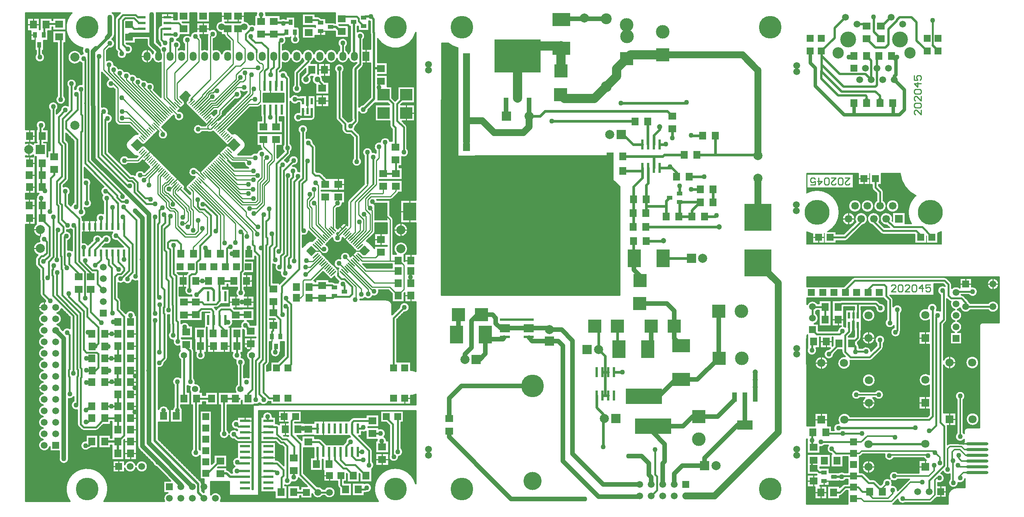
<source format=gtl>
%FSLAX43Y43*%
%MOMM*%
G71*
G01*
G75*
G04 Layer_Physical_Order=1*
%ADD10C,0.300*%
%ADD11C,0.200*%
%ADD12R,1.600X1.800*%
%ADD13R,0.550X1.450*%
%ADD14R,0.550X1.450*%
%ADD15R,0.850X1.300*%
%ADD16C,0.063*%
%ADD17R,10.200X7.300*%
%ADD18R,3.500X2.150*%
%ADD19R,1.100X2.150*%
%ADD20R,1.100X2.150*%
%ADD21R,0.600X2.200*%
%ADD22R,0.600X2.200*%
%ADD23R,2.200X0.600*%
%ADD24R,2.200X0.600*%
%ADD25R,1.800X1.600*%
%ADD26R,1.300X0.850*%
%ADD27R,1.000X2.600*%
%ADD28R,8.000X3.500*%
%ADD29R,6.000X6.000*%
%ADD30R,4.000X3.000*%
%ADD31R,3.000X4.000*%
%ADD32O,5.000X0.600*%
%ADD33R,0.600X1.550*%
%ADD34R,0.600X1.550*%
%ADD35R,1.700X0.600*%
%ADD36R,1.700X0.600*%
%ADD37R,2.700X2.500*%
%ADD38C,1.000*%
%ADD39C,0.400*%
%ADD40C,0.250*%
%ADD41C,0.500*%
%ADD42C,0.800*%
%ADD43C,0.700*%
%ADD44C,1.500*%
%ADD45C,0.600*%
%ADD46C,2.000*%
%ADD47C,0.254*%
%ADD48R,3.000X3.000*%
%ADD49C,1.500*%
%ADD50R,1.500X1.500*%
%ADD51C,5.000*%
%ADD52C,2.400*%
%ADD53C,4.000*%
%ADD54C,2.000*%
%ADD55R,2.000X2.000*%
%ADD56C,1.300*%
%ADD57C,1.400*%
%ADD58C,5.500*%
%ADD59C,3.000*%
%ADD60C,1.800*%
%ADD61R,1.800X1.800*%
%ADD62C,3.500*%
%ADD63C,2.500*%
%ADD64C,1.690*%
%ADD65R,1.690X1.690*%
%ADD66O,1.500X2.000*%
%ADD67R,1.500X2.000*%
%ADD68C,1.200*%
%ADD69C,1.100*%
D10*
X-42235Y81125D02*
G03*
X-41882Y80772I620J266D01*
G01*
X-41846Y80700D02*
G03*
X-42022Y80302I496J-458D01*
G01*
X-40679Y78825D02*
G03*
X-40201Y79022I0J675D01*
G01*
X-40679Y78825D02*
G03*
X-40201Y79022I0J675D01*
G01*
X-41846Y80700D02*
G03*
X-42022Y80302I496J-458D01*
G01*
X-38700Y77590D02*
G03*
X-38346Y77236I620J267D01*
G01*
X-39053Y77943D02*
G03*
X-38700Y77590I620J267D01*
G01*
X-38346Y77236D02*
G03*
X-37993Y76882I620J267D01*
G01*
X-41493Y78952D02*
G03*
X-41100Y78825I394J548D01*
G01*
X-40114Y79004D02*
G03*
X-39760Y78650I620J267D01*
G01*
X-41493Y78952D02*
G03*
X-41100Y78825I394J548D01*
G01*
X-39760Y78650D02*
G03*
X-39407Y78297I620J267D01*
G01*
G03*
X-39053Y77943I620J266D01*
G01*
X-42942Y81832D02*
G03*
X-42589Y81479I620J267D01*
G01*
G03*
X-42235Y81125I620J267D01*
G01*
X-43296Y82186D02*
G03*
X-42942Y81832I620J267D01*
G01*
X-42747Y80302D02*
G03*
X-42546Y78952I-753J-802D01*
G01*
X-37993Y76882D02*
G03*
X-37704Y76561I620J267D01*
G01*
X-36542Y75682D02*
G03*
X-36981Y75878I-477J-477D01*
G01*
X-37022Y75880D02*
G03*
X-37639Y75471I3J-675D01*
G01*
X-45577Y86677D02*
G03*
X-45775Y86200I477J-477D01*
G01*
X-45577Y86677D02*
G03*
X-45775Y86200I477J-477D01*
G01*
X-45982Y85758D02*
G03*
X-45771Y84661I477J-477D01*
G01*
X-46420Y85281D02*
G03*
X-46618Y85758I-675J0D01*
G01*
X-46829Y84661D02*
G03*
X-46420Y85281I-267J620D01*
G01*
X-43650Y82539D02*
G03*
X-43296Y82186I620J267D01*
G01*
X-44003Y82893D02*
G03*
X-43650Y82539I620J267D01*
G01*
X-45771Y84661D02*
G03*
X-45417Y84307I620J267D01*
G01*
G03*
X-45064Y83954I620J267D01*
G01*
X-44710Y83600D02*
G03*
X-44357Y83246I620J267D01*
G01*
G03*
X-44003Y82893I620J267D01*
G01*
X-45064Y83954D02*
G03*
X-44710Y83600I620J267D01*
G01*
X-37639Y75471D02*
G03*
X-37993Y75118I267J-620D01*
G01*
G03*
X-38346Y74764I267J-620D01*
G01*
G03*
X-38700Y74411I267J-620D01*
G01*
G03*
X-39053Y74057I266J-620D01*
G01*
G03*
X-39415Y73683I267J-620D01*
G01*
G03*
X-39718Y73366I310J-599D01*
G01*
G03*
X-40114Y72996I224J-637D01*
G01*
G03*
X-40468Y72643I267J-620D01*
G01*
G03*
X-40821Y72289I267J-620D01*
G01*
G03*
X-41175Y71936I267J-620D01*
G01*
G03*
X-41528Y71582I267J-620D01*
G01*
G03*
X-41882Y71228I267J-620D01*
G01*
G03*
X-42235Y70875I267J-620D01*
G01*
G03*
X-42589Y70521I267J-620D01*
G01*
G03*
X-42942Y70168I267J-620D01*
G01*
X-43408Y70527D02*
G03*
X-43579Y70651I-477J-477D01*
G01*
X-43408Y70527D02*
G03*
X-43579Y70651I-477J-477D01*
G01*
X-44177Y68998D02*
G03*
X-44357Y68754I441J-511D01*
G01*
X-43579Y70651D02*
G03*
X-44177Y68998I-921J-601D01*
G01*
X-44357Y68754D02*
G03*
X-44719Y68379I267J-620D01*
G01*
G03*
X-45021Y68063I310J-599D01*
G01*
G03*
X-45417Y67693I224J-637D01*
G01*
G03*
X-45771Y67339I267J-620D01*
G01*
X-46420Y66719D02*
G03*
X-46829Y67339I-675J0D01*
G01*
X-45771Y67339D02*
G03*
X-45982Y66242I267J-620D01*
G01*
X-46536Y66341D02*
G03*
X-46420Y66719I-559J378D01*
G01*
X-47182Y84307D02*
G03*
X-46829Y84661I-267J620D01*
G01*
X-47536Y83953D02*
G03*
X-47182Y84307I-267J620D01*
G01*
X-47889Y83600D02*
G03*
X-47536Y83953I-267J620D01*
G01*
X-46600Y82400D02*
G03*
X-47880Y83485I-1100J0D01*
G01*
X-48796Y82491D02*
G03*
X-46600Y82400I1096J-92D01*
G01*
X-49304Y82186D02*
G03*
X-48950Y82539I-267J620D01*
G01*
X-49657Y81832D02*
G03*
X-49304Y82186I-267J620D01*
G01*
X-50011Y81479D02*
G03*
X-49657Y81832I-267J620D01*
G01*
X-50364Y81125D02*
G03*
X-50011Y81479I-267J620D01*
G01*
X-50718Y80772D02*
G03*
X-50364Y81125I-267J620D01*
G01*
X-50150Y78350D02*
G03*
X-50892Y79390I-1100J0D01*
G01*
X-51071Y80418D02*
G03*
X-50718Y80772I-267J620D01*
G01*
X-51425Y80064D02*
G03*
X-51071Y80418I-267J620D01*
G01*
X-51474Y79972D02*
G03*
X-51425Y80064I-571J359D01*
G01*
X-52486Y79004D02*
G03*
X-52393Y79052I-267J620D01*
G01*
X-52216Y78876D02*
G03*
X-50150Y78350I966J-526D01*
G01*
X-52839Y78650D02*
G03*
X-52486Y79004I-267J620D01*
G01*
X-53193Y78297D02*
G03*
X-52839Y78650I-267J620D01*
G01*
X-53546Y77943D02*
G03*
X-53193Y78297I-267J620D01*
G01*
X-53900Y77590D02*
G03*
X-53546Y77943I-267J620D01*
G01*
X-54253Y77236D02*
G03*
X-53900Y77590I-267J620D01*
G01*
X-54607Y76882D02*
G03*
X-54253Y77236I-266J620D01*
G01*
X-54960Y76529D02*
G03*
X-54607Y76882I-267J620D01*
G01*
X-56058Y76318D02*
G03*
X-54960Y76529I477J477D01*
G01*
X-54960Y75471D02*
G03*
X-56058Y75682I-620J-267D01*
G01*
X-48596Y69107D02*
G03*
X-48950Y69461I-620J-267D01*
G01*
X-48243Y68754D02*
G03*
X-48596Y69107I-620J-267D01*
G01*
X-47536Y68046D02*
G03*
X-47889Y68400I-620J-267D01*
G01*
X-47182Y67693D02*
G03*
X-47536Y68046I-620J-267D01*
G01*
X-47889Y68400D02*
G03*
X-48243Y68754I-620J-267D01*
G01*
X-46829Y67339D02*
G03*
X-47182Y67693I-620J-267D01*
G01*
X-53193Y73703D02*
G03*
X-53546Y74057I-620J-267D01*
G01*
X-52839Y73350D02*
G03*
X-53193Y73703I-620J-267D01*
G01*
X-53900Y74410D02*
G03*
X-54253Y74764I-620J-267D01*
G01*
X-53546Y74057D02*
G03*
X-53900Y74410I-620J-267D01*
G01*
X-52132Y72643D02*
G03*
X-52486Y72996I-620J-267D01*
G01*
X-51778Y72289D02*
G03*
X-52132Y72643I-620J-267D01*
G01*
X-52486Y72996D02*
G03*
X-52839Y73350I-620J-267D01*
G01*
X-54253Y74764D02*
G03*
X-54607Y75118I-620J-267D01*
G01*
X-50364Y70875D02*
G03*
X-50718Y71229I-620J-266D01*
G01*
X-50011Y70521D02*
G03*
X-50364Y70875I-620J-267D01*
G01*
X-50718Y71229D02*
G03*
X-51071Y71582I-620J-267D01*
G01*
X-49304Y69814D02*
G03*
X-49657Y70168I-620J-267D01*
G01*
X-48950Y69461D02*
G03*
X-49304Y69814I-620J-267D01*
G01*
X-49657Y70168D02*
G03*
X-50011Y70521I-620J-267D01*
G01*
X-51071Y71582D02*
G03*
X-51425Y71936I-620J-267D01*
G01*
G03*
X-51778Y72289I-620J-267D01*
G01*
X-54607Y75118D02*
G03*
X-54960Y75471I-620J-267D01*
G01*
X1650Y8250D02*
G03*
X1300Y9055I-1100J0D01*
G01*
X-2150Y12300D02*
G03*
X-3600Y13343I-1100J0D01*
G01*
X-2445Y11550D02*
G03*
X-2150Y12300I-805J750D01*
G01*
X-1901Y10650D02*
G03*
X-2445Y11550I-1099J-50D01*
G01*
X-4043Y10950D02*
G03*
X-4099Y10650I1043J-350D01*
G01*
X-5950Y13650D02*
G03*
X-5954Y13750I-1100J0D01*
G01*
X-7405Y12609D02*
G03*
X-6500Y12697I355J1041D01*
G01*
X-9200Y15850D02*
G03*
X-9730Y15630I-0J-750D01*
G01*
X-9200Y15850D02*
G03*
X-9730Y15630I-0J-750D01*
G01*
X-10080Y15280D02*
G03*
X-10237Y15050I530J-530D01*
G01*
X-10080Y15280D02*
G03*
X-10237Y15050I530J-530D01*
G01*
X-10150Y11750D02*
G03*
X-10080Y11670I600J450D01*
G01*
X-10150Y11750D02*
G03*
X-10080Y11670I600J450D01*
G01*
X-5050Y8450D02*
G03*
X-5269Y8980I-750J0D01*
G01*
X-5050Y8450D02*
G03*
X-5269Y8980I-750J0D01*
G01*
X-9955Y11545D02*
G03*
X-10949Y10411I106J-1095D01*
G01*
X-11330Y10030D02*
G03*
X-11463Y9850I530J-530D01*
G01*
X-11330Y10030D02*
G03*
X-11463Y9850I530J-530D01*
G01*
X-15225Y9850D02*
G03*
X-15344Y10005I-650J-375D01*
G01*
X-15225Y9850D02*
G03*
X-15344Y10005I-650J-375D01*
G01*
X750Y7168D02*
G03*
X1650Y8250I-200J1082D01*
G01*
X-1350Y7608D02*
G03*
X-1450Y7150I1000J-458D01*
G01*
G03*
X750Y7150I1100J0D01*
G01*
X4500Y1171D02*
G03*
X-3786Y-2700I-4500J-1171D01*
G01*
X-4700Y5300D02*
G03*
X-5050Y6105I-1100J0D01*
G01*
X-5150Y4413D02*
G03*
X-4700Y5300I-650J887D01*
G01*
X-5200Y300D02*
G03*
X-6850Y1253I-1100J0D01*
G01*
X-12750Y850D02*
G03*
X-12530Y320I750J0D01*
G01*
X-12750Y850D02*
G03*
X-12530Y320I750J0D01*
G01*
X-13229Y-711D02*
G03*
X-15590Y39I-1300J0D01*
G01*
X-6415Y-794D02*
G03*
X-5200Y300I115J1094D01*
G01*
X-6700Y-850D02*
G03*
X-6415Y-794I0J750D01*
G01*
X-6700Y-850D02*
G03*
X-6415Y-794I0J750D01*
G01*
X-15590Y-1461D02*
G03*
X-13229Y-711I1062J750D01*
G01*
X-23591Y11659D02*
G03*
X-23950Y11750I-359J-659D01*
G01*
X-23591Y11659D02*
G03*
X-23950Y11750I-359J-659D01*
G01*
X-16269Y10930D02*
G03*
X-16800Y11150I-530J-530D01*
G01*
X-16269Y10930D02*
G03*
X-16800Y11150I-530J-530D01*
G01*
X-25669Y14280D02*
G03*
X-26200Y14500I-530J-530D01*
G01*
X-25669Y14280D02*
G03*
X-26200Y14500I-530J-530D01*
G01*
X-27100Y16000D02*
G03*
X-29299Y15955I-1100J0D01*
G01*
X-25749Y9820D02*
G03*
X-25219Y9600I530J530D01*
G01*
X-25749Y9820D02*
G03*
X-25219Y9600I530J530D01*
G01*
X-25614Y6225D02*
G03*
X-26145Y6445I-530J-530D01*
G01*
X-25614Y6225D02*
G03*
X-26145Y6445I-530J-530D01*
G01*
X-16007Y39D02*
G03*
X-17289Y570I-1062J-750D01*
G01*
X-22786Y1570D02*
G03*
X-21308Y2468I386J1030D01*
G01*
X-23850Y750D02*
G03*
X-22786Y1570I0J1100D01*
G01*
X-18309Y-1101D02*
G03*
X-16007Y-1461I1240J390D01*
G01*
X-24350Y870D02*
G03*
X-23852Y750I500J980D01*
G01*
X-38340Y-2040D02*
G03*
X-40700Y-1287I-1300J0D01*
G01*
X-38520Y-2700D02*
G03*
X-38340Y-2040I-1120J660D01*
G01*
X-12571Y56477D02*
G03*
X-12666Y56370I919J-919D01*
G01*
X-12613Y56432D02*
G03*
X-12775Y56211I962J-874D01*
G01*
X-12666Y56370D02*
G03*
X-12775Y56211I1015J-812D01*
G01*
X-12666Y56370D02*
G03*
X-12775Y56211I1015J-812D01*
G01*
X-12775Y56211D02*
G03*
X-12930Y56399I-1074J-732D01*
G01*
X-12775Y56211D02*
G03*
X-12930Y56399I-1074J-732D01*
G01*
X-12775Y56211D02*
G03*
X-12930Y56399I-1074J-732D01*
G01*
X-12775Y56211D02*
G03*
X-12930Y56399I-1074J-732D01*
G01*
X-9950Y51317D02*
G03*
X-12077Y50885I-1099J-38D01*
G01*
G03*
X-13252Y49098I-373J-1035D01*
G01*
X-13202Y49048D02*
G03*
X-12516Y48752I752J802D01*
G01*
X-13850Y55479D02*
G03*
X-11650Y55500I1100J21D01*
G01*
X-14600Y53000D02*
G03*
X-15303Y54026I-1100J0D01*
G01*
X-16152Y51997D02*
G03*
X-14600Y53000I452J1003D01*
G01*
X10200Y85793D02*
G03*
X10250Y86150I-1250J357D01*
G01*
X11639Y98500D02*
G03*
X13705Y97458I3061J3500D01*
G01*
X-63350Y0D02*
G03*
X-71786Y-2700I-4650J0D01*
G01*
X-74150Y7028D02*
G03*
X-72000Y6700I1050J-328D01*
G01*
G03*
X-72050Y7028I-1100J0D01*
G01*
X-77698Y10955D02*
G03*
X-76180Y9295I278J-1270D01*
G01*
X-77698Y13495D02*
G03*
X-77698Y10955I278J-1270D01*
G01*
Y16035D02*
G03*
X-77698Y13495I278J-1270D01*
G01*
X-68253Y10699D02*
G03*
X-67477Y8870I-47J-1099D01*
G01*
X-70150Y14300D02*
G03*
X-69930Y13770I750J0D01*
G01*
X-70150Y14300D02*
G03*
X-69930Y13770I750J0D01*
G01*
X-69280Y13120D02*
G03*
X-68750Y12900I530J530D01*
G01*
X-69280Y13120D02*
G03*
X-68750Y12900I530J530D01*
G01*
X-64214Y-2700D02*
G03*
X-63350Y0I-3786J2700D01*
G01*
X-59700Y4610D02*
G03*
X-57190Y4722I1240J390D01*
G01*
Y5278D02*
G03*
X-59700Y5390I-1270J-278D01*
G01*
X-67477Y8870D02*
G03*
X-67143Y9047I-173J730D01*
G01*
X-67477Y8870D02*
G03*
X-67143Y9047I-173J730D01*
G01*
X-66050Y12900D02*
G03*
X-65519Y13120I0J750D01*
G01*
X-66050Y12900D02*
G03*
X-65519Y13120I0J750D01*
G01*
X-77698Y18575D02*
G03*
X-77698Y16035I278J-1270D01*
G01*
X-77698Y21115D02*
G03*
X-77698Y18575I278J-1270D01*
G01*
Y23655D02*
G03*
X-77698Y21115I278J-1270D01*
G01*
Y26195D02*
G03*
X-77698Y23655I278J-1270D01*
G01*
X-77711Y28732D02*
G03*
X-77698Y26195I291J-1267D01*
G01*
X-77688Y31273D02*
G03*
X-77711Y28732I263J-1273D01*
G01*
X-77698Y33815D02*
G03*
X-77688Y31273I278J-1270D01*
G01*
X-77698Y36355D02*
G03*
X-77698Y33815I278J-1270D01*
G01*
X-77732Y38887D02*
G03*
X-77698Y36355I312J-1262D01*
G01*
X-77186Y41428D02*
G03*
X-77732Y38887I-239J-1278D01*
G01*
X-78350Y43100D02*
G03*
X-78130Y42570I750J0D01*
G01*
X-78350Y43100D02*
G03*
X-78130Y42570I750J0D01*
G01*
X-78450Y46300D02*
G03*
X-78350Y45926I750J0D01*
G01*
X-78450Y46300D02*
G03*
X-78350Y45926I750J0D01*
G01*
X-72050Y19929D02*
G03*
X-70900Y20368I250J1071D01*
G01*
Y19530D02*
G03*
X-70150Y17479I500J-980D01*
G01*
X-73595Y35285D02*
G03*
X-74602Y36355I-1284J-200D01*
G01*
G03*
X-73580Y37625I-278J1270D01*
G01*
X-71750Y35472D02*
G03*
X-73340Y35030I-600J-922D01*
G01*
X-73580Y37625D02*
G03*
X-74602Y38895I-1300J0D01*
G01*
G03*
X-73627Y39817I-278J1270D01*
G01*
X-77199Y41639D02*
G03*
X-77186Y41428I1099J-39D01*
G01*
X-60550Y41500D02*
G03*
X-60769Y42030I-750J0D01*
G01*
X-60550Y41500D02*
G03*
X-60769Y42030I-750J0D01*
G01*
X-61100Y45520D02*
G03*
X-59875Y45673I500J980D01*
G01*
G03*
X-57974Y46172I825J727D01*
G01*
X-57300Y38400D02*
G03*
X-59429Y38789I-1100J0D01*
G01*
X-57190Y4722D02*
G03*
X-54620Y5000I1270J278D01*
G01*
G03*
X-57190Y5278I-1300J0D01*
G01*
X-53467Y5682D02*
G03*
X-52668Y4883I1067J268D01*
G01*
X-50190Y-800D02*
G03*
X-50920Y-2700I390J-1240D01*
G01*
X-56850Y9500D02*
G03*
X-56541Y8756I1050J0D01*
G01*
X-56850Y9500D02*
G03*
X-56542Y8758I1050J0D01*
G01*
X-50043Y17657D02*
G03*
X-52156Y17657I-1056J-306D01*
G01*
X-48800Y18205D02*
G03*
X-49119Y17657I750J-805D01*
G01*
X-46980D02*
G03*
X-47300Y18205I-1070J-257D01*
G01*
X-44750Y8855D02*
G03*
X-43100Y7417I750J-805D01*
G01*
Y8683D02*
G03*
X-43250Y8855I-900J-633D01*
G01*
X-42650Y1100D02*
G03*
X-42885Y1667I-800J0D01*
G01*
X-42650Y1100D02*
G03*
X-42884Y1666I-800J0D01*
G01*
X-46950Y17400D02*
G03*
X-46980Y17657I-1100J0D01*
G01*
X-52250Y26818D02*
G03*
X-50950Y27900I200J1082D01*
G01*
X-50419Y28470D02*
G03*
X-50200Y29000I-530J530D01*
G01*
X-50419Y28470D02*
G03*
X-50200Y29000I-530J530D01*
G01*
X-49750Y34755D02*
G03*
X-49021Y32850I750J-805D01*
G01*
X-47359Y24606D02*
G03*
X-48800Y22945I-691J-856D01*
G01*
X-47459Y30538D02*
G03*
X-47359Y28564I815J-948D01*
G01*
X-49021Y32850D02*
G03*
X-47543Y31578I1071J-250D01*
G01*
X-56850Y36478D02*
G03*
X-56850Y35822I1050J-328D01*
G01*
X-49800Y36550D02*
G03*
X-49750Y36281I750J0D01*
G01*
X-49800Y36550D02*
G03*
X-49750Y36281I750J0D01*
G01*
X-50200Y38460D02*
G03*
X-49800Y38479I150J1090D01*
G01*
X-57974Y46172D02*
G03*
X-56850Y45975I724J828D01*
G01*
X-47713Y47446D02*
G03*
X-47819Y47580I-637J-396D01*
G01*
X-47713Y47446D02*
G03*
X-47819Y47580I-637J-396D01*
G01*
X-45284Y22603D02*
G03*
X-45159Y21359I1140J-514D01*
G01*
X-45859Y22819D02*
G03*
X-45284Y22603I659J881D01*
G01*
X-43072Y21446D02*
G03*
X-42894Y22090I-1072J643D01*
G01*
X-44100Y23700D02*
G03*
X-44400Y24455I-1100J0D01*
G01*
X-44161Y23340D02*
G03*
X-44100Y23700I-1039J361D01*
G01*
X-42894Y22090D02*
G03*
X-44161Y23340I-1250J0D01*
G01*
X-44400Y30450D02*
G03*
X-44635Y31017I-800J0D01*
G01*
X-44400Y30450D02*
G03*
X-44634Y31016I-800J0D01*
G01*
X-43900Y30154D02*
G03*
X-41850Y29600I950J-554D01*
G01*
G03*
X-41999Y30154I-1100J0D01*
G01*
X-47053Y33238D02*
G03*
X-47134Y33338I-896J-638D01*
G01*
X-45376Y36038D02*
G03*
X-47200Y36605I-1074J-238D01*
G01*
Y36900D02*
G03*
X-47240Y37141I-750J0D01*
G01*
X-47200Y36900D02*
G03*
X-47240Y37141I-750J0D01*
G01*
X-46290Y44546D02*
G03*
X-44949Y42897I890J-646D01*
G01*
X-45930Y47630D02*
G03*
X-46065Y47446I530J-530D01*
G01*
X-45930Y47630D02*
G03*
X-46065Y47446I530J-530D01*
G01*
X-44949Y42897D02*
G03*
X-44911Y42659I1099J53D01*
G01*
X-39496Y39660D02*
G03*
X-39628Y39839I-663J-351D01*
G01*
X-39496Y39660D02*
G03*
X-39628Y39839I-663J-351D01*
G01*
X-79400Y49700D02*
G03*
X-79180Y49170I750J0D01*
G01*
X-79400Y49700D02*
G03*
X-79180Y49170I750J0D01*
G01*
Y51380D02*
G03*
X-79400Y50850I530J-530D01*
G01*
X-79180Y51380D02*
G03*
X-79400Y50850I530J-530D01*
G01*
X-78427Y54695D02*
G03*
X-78857Y51704I127J-1545D01*
G01*
X-78401Y55753D02*
G03*
X-78427Y54695I951J-553D01*
G01*
X-79250Y58524D02*
G03*
X-78401Y55753I950J-1224D01*
G01*
X-78654Y65250D02*
G03*
X-79188Y64138I555J-950D01*
G01*
X-81500Y73617D02*
G03*
X-80899Y73453I700J1383D01*
G01*
X-80700D02*
G03*
X-79850Y73775I-100J1547D01*
G01*
Y76225D02*
G03*
X-81500Y76383I-950J-1225D01*
G01*
X-77050Y80400D02*
G03*
X-79050Y79768I-1100J0D01*
G01*
X-77550Y79478D02*
G03*
X-77050Y80400I-600J922D01*
G01*
X-71300Y52672D02*
G03*
X-72200Y52808I-600J-922D01*
G01*
X-71450Y55900D02*
G03*
X-72450Y56995I-1100J0D01*
G01*
X-72200Y54857D02*
G03*
X-71450Y55900I-350J1043D01*
G01*
X-72450Y57210D02*
G03*
X-71600Y57451I150J1090D01*
G01*
G03*
X-71300Y57275I700J849D01*
G01*
X-70900Y63354D02*
G03*
X-71533Y62543I450J-1004D01*
G01*
X-67784Y53926D02*
G03*
X-69000Y54471I-966J-526D01*
G01*
Y59700D02*
G03*
X-69124Y60114I-750J0D01*
G01*
X-69000Y59700D02*
G03*
X-69124Y60114I-750J0D01*
G01*
G03*
X-68200Y61200I-175J1086D01*
G01*
G03*
X-68550Y62005I-1100J0D01*
G01*
Y62170D02*
G03*
X-66950Y63150I500J980D01*
G01*
G03*
X-67300Y63955I-1100J0D01*
G01*
X-71650Y65800D02*
G03*
X-73200Y66804I-1100J0D01*
G01*
X-72000Y64995D02*
G03*
X-71650Y65800I-750J805D01*
G01*
X-72219Y68070D02*
G03*
X-72000Y68600I-530J530D01*
G01*
X-72219Y68070D02*
G03*
X-72000Y68600I-530J530D01*
G01*
Y76200D02*
G03*
X-72219Y76730I-750J0D01*
G01*
X-72000Y76200D02*
G03*
X-72219Y76730I-750J0D01*
G01*
X-67100Y67700D02*
G03*
X-68550Y68743I-1100J0D01*
G01*
X-67300Y67068D02*
G03*
X-67100Y67700I-900J632D01*
G01*
X-79250Y96098D02*
G03*
X-77300Y95400I850J-698D01*
G01*
G03*
X-77750Y96287I-1100J0D01*
G01*
X-74350Y84500D02*
G03*
X-76200Y83695I-1100J0D01*
G01*
X-74700D02*
G03*
X-74350Y84500I-750J805D01*
G01*
X-72150Y84672D02*
G03*
X-73849Y83711I-600J-922D01*
G01*
X-74550Y86855D02*
G03*
X-72700Y86050I750J-805D01*
G01*
G03*
X-73050Y86855I-1100J0D01*
G01*
X-70450Y88340D02*
G03*
X-70650Y88293I150J-1090D01*
G01*
X-69150Y89432D02*
G03*
X-70450Y88340I-200J-1082D01*
G01*
X-70650Y88745D02*
G03*
X-70300Y89550I-750J805D01*
G01*
G03*
X-72150Y88745I-1100J0D01*
G01*
X-69284Y96032D02*
G03*
X-69532Y94381I-1415J-632D01*
G01*
G03*
X-69150Y94096I832J719D01*
G01*
X-68877Y96186D02*
G03*
X-69284Y96032I177J-1086D01*
G01*
X-68926Y97443D02*
G03*
X-68877Y96186I926J-593D01*
G01*
X-72650Y101969D02*
G03*
X-68926Y97443I4650J31D01*
G01*
X-71374Y105200D02*
G03*
X-72650Y102031I3374J-3200D01*
G01*
X-64711Y55582D02*
G03*
X-66786Y54925I-989J-482D01*
G01*
X-62599Y55150D02*
G03*
X-64711Y55582I-1100J0D01*
G01*
X-63998Y54091D02*
G03*
X-62599Y55150I298J1059D01*
G01*
X-64408Y60857D02*
G03*
X-65902Y59350I-542J-957D01*
G01*
X-64559Y64919D02*
G03*
X-64402Y63497I909J-619D01*
G01*
X-64325Y66815D02*
G03*
X-64559Y64919I425J-1015D01*
G01*
X-62350Y81850D02*
G03*
X-63301Y82940I-1100J0D01*
G01*
X-63200Y83400D02*
G03*
X-64750Y84404I-1100J0D01*
G01*
X-63200Y80779D02*
G03*
X-62350Y81850I-250J1071D01*
G01*
X-63301Y82940D02*
G03*
X-63200Y83400I-999J460D01*
G01*
X-63199Y90530D02*
G03*
X-62183Y88579I499J-980D01*
G01*
X-62404Y56700D02*
G03*
X-61382Y54872I805J-750D01*
G01*
X-57400Y69359D02*
G03*
X-57900Y69550I-500J-559D01*
G01*
X-58881Y73275D02*
G03*
X-60632Y71943I-869J-675D01*
G01*
X-60407Y71718D02*
G03*
X-58881Y71925I657J882D01*
G01*
X-57400Y69359D02*
G03*
X-57900Y69550I-500J-559D01*
G01*
X-55388Y69966D02*
G03*
X-57400Y69359I-911J-616D01*
G01*
X-49675Y65879D02*
G03*
X-50143Y66069I-469J-486D01*
G01*
X-49675Y65879D02*
G03*
X-50143Y66069I-469J-486D01*
G01*
X-50100Y66575D02*
G03*
X-49747Y66675I0J675D01*
G01*
X-50100Y66575D02*
G03*
X-49747Y66675I0J675D01*
G01*
X-49605Y66527D02*
G03*
X-49675Y66229I605J-298D01*
G01*
X-49605Y66527D02*
G03*
X-49675Y66229I605J-298D01*
G01*
X-49660Y66629D02*
G03*
X-49605Y66527I620J267D01*
G01*
X-56771Y71925D02*
G03*
X-56294Y72123I0J675D01*
G01*
X-56771Y71925D02*
G03*
X-56294Y72123I0J675D01*
G01*
X-55317Y72286D02*
G03*
X-54963Y71933I620J267D01*
G01*
X-55670Y72640D02*
G03*
X-55317Y72286I620J267D01*
G01*
X-54963Y71933D02*
G03*
X-54610Y71579I620J267D01*
G01*
G03*
X-54256Y71226I620J267D01*
G01*
X-58781Y77107D02*
G03*
X-59019Y75081I681J-1107D01*
G01*
X-61277Y80523D02*
G03*
X-60800Y80325I477J477D01*
G01*
X-61277Y80523D02*
G03*
X-60800Y80325I477J477D01*
G01*
X-61875Y81400D02*
G03*
X-61677Y80923I675J0D01*
G01*
X-61875Y81400D02*
G03*
X-61677Y80923I675J0D01*
G01*
X-59780Y92262D02*
G03*
X-61094Y92910I-1020J-412D01*
G01*
X-58325Y91651D02*
G03*
X-59780Y92262I-1024J-401D01*
G01*
X-57836Y73897D02*
G03*
X-56800Y73525I916J922D01*
G01*
X-56775Y78450D02*
G03*
X-57814Y78074I-120J-1294D01*
G01*
X-53288Y88185D02*
G03*
X-53100Y88800I-912J615D01*
G01*
X-40111Y82542D02*
G03*
X-40465Y82896I-620J-267D01*
G01*
X-56967Y90978D02*
G03*
X-58325Y91651I-1033J-378D01*
G01*
X-54544Y89845D02*
G03*
X-55755Y90370I-956J-545D01*
G01*
X-53100Y88800D02*
G03*
X-54544Y89845I-1100J0D01*
G01*
X-55755Y90370D02*
G03*
X-56967Y90978I-995J-470D01*
G01*
X-61094Y92910D02*
G03*
X-62001Y93690I-1055J-310D01*
G01*
X-62000Y93750D02*
G03*
X-63675Y94688I-1100J0D01*
G01*
X-61306Y96595D02*
G03*
X-59200Y96118I1006J-445D01*
G01*
X-61800Y97400D02*
G03*
X-61580Y96870I750J0D01*
G01*
X-61800Y97400D02*
G03*
X-61580Y96870I750J0D01*
G01*
X-59200Y96118D02*
G03*
X-57900Y97200I200J1082D01*
G01*
X-56083Y95381D02*
G03*
X-53513Y95103I1300J0D01*
G01*
Y96159D02*
G03*
X-56083Y95881I-1270J-278D01*
G01*
X-53513Y95103D02*
G03*
X-51675Y94212I1270J278D01*
G01*
X-53368Y96533D02*
G03*
X-53513Y96159I1125J-652D01*
G01*
X-63130Y97365D02*
G03*
X-61850Y98450I181J1085D01*
G01*
G03*
X-62440Y99425I-1100J0D01*
G01*
X-62208Y99656D02*
G03*
X-61900Y100400I-741J744D01*
G01*
X-62207Y99658D02*
G03*
X-61900Y100400I-742J742D01*
G01*
X-61850Y104250D02*
G03*
X-62395Y105200I-1100J0D01*
G01*
X-61900Y103922D02*
G03*
X-61850Y104250I-1050J328D01*
G01*
X-61580Y104280D02*
G03*
X-61800Y103750I530J-530D01*
G01*
X-61580Y104280D02*
G03*
X-61800Y103750I530J-530D01*
G01*
X-57900Y97200D02*
G03*
X-59131Y98292I-1100J0D01*
G01*
X-54750Y98350D02*
G03*
X-54441Y97606I1050J0D01*
G01*
X-54750Y98350D02*
G03*
X-54442Y97608I1050J0D01*
G01*
X-46575Y97040D02*
G03*
X-47825Y97000I-588J-1159D01*
G01*
X-51899Y98589D02*
G03*
X-51713Y97937I1099J-39D01*
G01*
X-47825Y97133D02*
G03*
X-47250Y98100I-525J967D01*
G01*
X-52350Y99350D02*
G03*
X-52130Y98820I750J0D01*
G01*
X-52350Y99350D02*
G03*
X-52130Y98820I750J0D01*
G01*
X-47250Y98100D02*
G03*
X-48201Y99190I-1100J0D01*
G01*
X-48203Y99328D02*
G03*
X-47351Y100350I-247J1072D01*
G01*
X-45199Y100048D02*
G03*
X-46575Y98331I-701J-848D01*
G01*
X-41475Y97030D02*
G03*
X-42625Y97063I-608J-1149D01*
G01*
X-38273Y96159D02*
G03*
X-40125Y97043I-1270J-278D01*
G01*
X-43008Y99863D02*
G03*
X-43000Y100000I-1091J137D01*
G01*
G03*
X-43056Y100348I-1100J0D01*
G01*
X-42625Y99200D02*
G03*
X-42822Y99677I-675J0D01*
G01*
X-42625Y99200D02*
G03*
X-42822Y99677I-675J0D01*
G01*
X-43856Y101073D02*
G03*
X-45199Y100048I-244J-1073D01*
G01*
X-41406Y100348D02*
G03*
X-41475Y100050I606J-298D01*
G01*
X-41406Y100348D02*
G03*
X-41475Y100050I606J-298D01*
G01*
X-40125Y99464D02*
G03*
X-39200Y100550I-175J1086D01*
G01*
G03*
X-40956Y101433I-1100J0D01*
G01*
X-52130Y102130D02*
G03*
X-52350Y101600I530J-530D01*
G01*
X-52130Y102130D02*
G03*
X-52350Y101600I530J-530D01*
G01*
X-51650Y102447D02*
G03*
X-52015Y102245I165J-732D01*
G01*
X-51650Y102447D02*
G03*
X-52015Y102245I165J-732D01*
G01*
X-52650Y104472D02*
G03*
X-52600Y104800I-1050J328D01*
G01*
G03*
X-52675Y105200I-1100J0D01*
G01*
X-38447Y103392D02*
G03*
X-38447Y100808I147J-1292D01*
G01*
X-36634Y4016D02*
G03*
X-37150Y4248I-566J-566D01*
G01*
X-36633Y4015D02*
G03*
X-37150Y4248I-567J-565D01*
G01*
X-38550Y12955D02*
G03*
X-36685Y11922I800J-755D01*
G01*
X-36664Y12378D02*
G03*
X-37050Y13049I-1086J-178D01*
G01*
X-35408Y5002D02*
G03*
X-35952Y3535I453J-1002D01*
G01*
X-34850Y7050D02*
G03*
X-35408Y5002I-0J-1100D01*
G01*
X-36685Y11922D02*
G03*
X-35561Y11001I1086J178D01*
G01*
X-34850Y12905D02*
G03*
X-36664Y12378I-750J-805D01*
G01*
X-34850Y15371D02*
G03*
X-35037Y13202I-250J-1071D01*
G01*
X-35325Y10765D02*
G03*
X-34850Y10547I530J530D01*
G01*
X-35325Y10765D02*
G03*
X-34850Y10547I530J530D01*
G01*
X-35037Y13202D02*
G03*
X-34850Y13116I402J633D01*
G01*
X-35037Y13202D02*
G03*
X-34850Y13116I402J633D01*
G01*
X-34894Y23090D02*
G03*
X-35220Y21454I750J-1000D01*
G01*
X-33916Y19473D02*
G03*
X-33841Y19561I-530J530D01*
G01*
X-33394Y27201D02*
G03*
X-33050Y28000I-756J799D01*
G01*
X-35145Y28468D02*
G03*
X-34894Y27190I996J-468D01*
G01*
X-35869Y30154D02*
G03*
X-35145Y28468I919J-604D01*
G01*
X-33954Y29082D02*
G03*
X-33850Y29550I-996J468D01*
G01*
X-33050Y28000D02*
G03*
X-33954Y29082I-1100J0D01*
G01*
X-33850Y29550D02*
G03*
X-34030Y30154I-1100J0D01*
G01*
X-32341Y24625D02*
G03*
X-33394Y24606I-509J-975D01*
G01*
X-30100Y18600D02*
G03*
X-30457Y18550I0J-1300D01*
G01*
X-30100Y18600D02*
G03*
X-30457Y18550I0J-1300D01*
G01*
X-29920Y19028D02*
G03*
X-28013Y19331I871J672D01*
G01*
X-31141Y18722D02*
G03*
X-29920Y19028I391J1028D01*
G01*
X-27700Y26250D02*
G03*
X-28318Y26094I0J-1300D01*
G01*
X-28013Y19331D02*
G03*
X-27800Y19300I214J719D01*
G01*
X-28013Y19331D02*
G03*
X-27800Y19300I214J719D01*
G01*
X-27969Y27620D02*
G03*
X-27750Y28150I-530J530D01*
G01*
X-27969Y27620D02*
G03*
X-27750Y28150I-530J530D01*
G01*
X-22400Y18763D02*
G03*
X-22000Y18700I400J1237D01*
G01*
X-36655Y35778D02*
G03*
X-36433Y35854I-245J1072D01*
G01*
G03*
X-35800Y36850I-466J996D01*
G01*
X-39355Y39856D02*
G03*
X-39496Y39660I530J-530D01*
G01*
X-39355Y39856D02*
G03*
X-39496Y39660I530J-530D01*
G01*
X-35800Y36850D02*
G03*
X-35839Y37141I-1100J0D01*
G01*
X-39500Y40100D02*
G03*
X-38969Y40320I0J750D01*
G01*
X-39500Y40100D02*
G03*
X-38969Y40320I0J750D01*
G01*
X-38450Y40450D02*
G03*
X-38980Y40230I0J-750D01*
G01*
X-38450Y40450D02*
G03*
X-38980Y40230I0J-750D01*
G01*
X-32109Y30750D02*
G03*
X-32341Y28552I465J-1160D01*
G01*
X-33488Y37159D02*
G03*
X-34109Y35854I439J-1009D01*
G01*
X-33591Y35192D02*
G03*
X-33350Y35092I541J958D01*
G01*
X-31954Y36250D02*
G03*
X-32611Y37159I-1095J-100D01*
G01*
X-34850Y44205D02*
G03*
X-34896Y42641I750J-805D01*
G01*
X-36377Y72223D02*
G03*
X-35900Y72025I477J477D01*
G01*
X-36377Y72223D02*
G03*
X-35900Y72025I477J477D01*
G01*
X-36929Y72640D02*
G03*
X-36840Y72686I-266J620D01*
G01*
X-33287Y42659D02*
G03*
X-33000Y43400I-813J741D01*
G01*
G03*
X-33350Y44205I-1100J0D01*
G01*
X-33169Y47720D02*
G03*
X-33100Y47800I-530J530D01*
G01*
X-33169Y47720D02*
G03*
X-33100Y47800I-530J530D01*
G01*
X-33300Y72025D02*
G03*
X-32433Y70975I1100J25D01*
G01*
X-27279Y31026D02*
G03*
X-25400Y30250I779J-776D01*
G01*
X-25369Y47958D02*
G03*
X-24260Y46601I1069J-258D01*
G01*
X-26480Y49550D02*
G03*
X-25369Y47958I980J-500D01*
G01*
X-26950Y49670D02*
G03*
X-26480Y49550I500J980D01*
G01*
X-23902Y72208D02*
G03*
X-24390Y72649I-948J-558D01*
G01*
X-21450Y70250D02*
G03*
X-22643Y71346I-1100J0D01*
G01*
X-21150Y70143D02*
G03*
X-21451Y70199I-350J-1043D01*
G01*
X-22488Y71501D02*
G03*
X-21350Y72600I39J1099D01*
G01*
G03*
X-23549Y72561I-1100J0D01*
G01*
X-20369Y53519D02*
G03*
X-20450Y53431I919J-919D01*
G01*
X-20367Y53521D02*
G03*
X-20450Y53431I918J-921D01*
G01*
X-18277Y54799D02*
G03*
X-19443Y54446I-249J-1276D01*
G01*
X-20450Y56029D02*
G03*
X-19108Y56968I250J1071D01*
G01*
X-7750Y41800D02*
G03*
X-7758Y41931I-1100J0D01*
G01*
X-2000Y18700D02*
G03*
X-1642Y18750I0J1300D01*
G01*
X-2000Y18700D02*
G03*
X-1642Y18750I0J1300D01*
G01*
X-700Y40500D02*
G03*
X-2000Y41800I-1300J0D01*
G01*
X-700Y40500D02*
G03*
X-2000Y41800I-1300J0D01*
G01*
X-13369Y45580D02*
G03*
X-13900Y45800I-530J-530D01*
G01*
X-7758Y41931D02*
G03*
X-6696Y42249I258J1069D01*
G01*
X-12517Y45907D02*
G03*
X-12677Y45521I917J-607D01*
G01*
X-13369Y45580D02*
G03*
X-13900Y45800I-530J-530D01*
G01*
X-13432Y46987D02*
G03*
X-13230Y46620I732J163D01*
G01*
X-13432Y46987D02*
G03*
X-13230Y46620I732J163D01*
G01*
X-6696Y42249D02*
G03*
X-5000Y42642I697J851D01*
G01*
G03*
X-3600Y43700I300J1058D01*
G01*
G03*
X-3635Y43975I-1100J0D01*
G01*
X-4654Y53209D02*
G03*
X-5071Y53741I-1196J-509D01*
G01*
X-4654Y53209D02*
G03*
X-5070Y53740I-1196J-509D01*
G01*
X3700Y20650D02*
G03*
X4318Y20806I0J1300D01*
G01*
Y26094D02*
G03*
X3700Y26250I-618J-1144D01*
G01*
X4318Y20806D02*
G03*
X4500Y20917I-568J1144D01*
G01*
Y25983D02*
G03*
X4318Y26094I-750J-1033D01*
G01*
X1939Y51737D02*
G03*
X2039Y51796I-738J1363D01*
G01*
G03*
X2237Y51948I-839J1304D01*
G01*
X3100Y40150D02*
G03*
X901Y40111I-1100J0D01*
G01*
X1962Y39051D02*
G03*
X3100Y40150I39J1099D01*
G01*
X2237Y51948D02*
G03*
X2750Y53100I-1037J1152D01*
G01*
X-12775Y56211D02*
G03*
X-12930Y56399I-1074J-732D01*
G01*
X-12775Y56211D02*
G03*
X-12930Y56399I-1074J-732D01*
G01*
X-12775Y56211D02*
G03*
X-12930Y56399I-1074J-732D01*
G01*
X-12775Y56211D02*
G03*
X-12930Y56399I-1074J-732D01*
G01*
X-12666Y56370D02*
G03*
X-12775Y56211I1015J-812D01*
G01*
X-12666Y56370D02*
G03*
X-12775Y56211I1015J-812D01*
G01*
X-12613Y56432D02*
G03*
X-12775Y56211I962J-874D01*
G01*
X-12571Y56477D02*
G03*
X-12666Y56370I919J-919D01*
G01*
X-12887Y62109D02*
G03*
X-11652Y63138I137J1091D01*
G01*
X-5890Y54529D02*
G03*
X-6328Y54817I-920J-919D01*
G01*
X-5700Y55445D02*
G03*
X-5523Y55573I-300J605D01*
G01*
X-4622Y56473D02*
G03*
X-4425Y56950I-477J477D01*
G01*
X-4622Y56473D02*
G03*
X-4425Y56950I-477J477D01*
G01*
X-10327Y63927D02*
G03*
X-10525Y63450I477J-477D01*
G01*
X-10327Y63927D02*
G03*
X-10525Y63450I477J-477D01*
G01*
X-4009Y63856D02*
G03*
X-4058Y63975I-1041J-356D01*
G01*
X-16319Y69830D02*
G03*
X-16850Y70050I-530J-530D01*
G01*
X-16319Y69830D02*
G03*
X-16850Y70050I-530J-530D01*
G01*
X-6900Y67550D02*
G03*
X-6879Y67375I750J0D01*
G01*
X-9250Y73155D02*
G03*
X-7400Y72350I750J-805D01*
G01*
G03*
X-7750Y73155I-1100J0D01*
G01*
X-475Y59545D02*
G03*
X-672Y60022I-675J0D01*
G01*
X-475Y59545D02*
G03*
X-673Y60022I-675J0D01*
G01*
X2750Y53100D02*
G03*
X164Y51948I-1550J0D01*
G01*
X1090Y58796D02*
G03*
X2750Y57250I111J-1546D01*
G01*
G03*
X1568Y58756I-1550J0D01*
G01*
G03*
X1090Y58796I-368J-1506D01*
G01*
X-1050Y63975D02*
G03*
X-572Y64173I0J675D01*
G01*
X-1050Y63975D02*
G03*
X-572Y64173I0J675D01*
G01*
X627Y65373D02*
G03*
X750Y65541I-477J477D01*
G01*
X627Y65373D02*
G03*
X750Y65541I-477J477D01*
G01*
X-36009Y78507D02*
G03*
X-36151Y78618I-480J-474D01*
G01*
X-34663Y78202D02*
G03*
X-35982Y78516I-917J-922D01*
G01*
X-36576Y79007D02*
G03*
X-36929Y79360I-620J-267D01*
G01*
X-36222Y78653D02*
G03*
X-36576Y79007I-620J-267D01*
G01*
X-33431Y75130D02*
G03*
X-33050Y76050I-919J920D01*
G01*
X-33431Y75131D02*
G03*
X-33050Y76050I-919J919D01*
G01*
G03*
X-33431Y76969I-1300J0D01*
G01*
X-33050Y76050D02*
G03*
X-33431Y76970I-1300J0D01*
G01*
X-30525Y74234D02*
G03*
X-31768Y73875I-375J-1034D01*
G01*
X-29454Y75100D02*
G03*
X-30525Y74234I5J-1100D01*
G01*
X-29775Y75700D02*
G03*
X-29577Y75223I675J0D01*
G01*
X-29775Y75700D02*
G03*
X-29577Y75223I675J0D01*
G01*
X-38272Y82373D02*
G03*
X-38075Y82850I-477J477D01*
G01*
X-38272Y82373D02*
G03*
X-38075Y82850I-477J477D01*
G01*
X-35291Y86154D02*
G03*
X-33850Y87200I341J1046D01*
G01*
X-30400Y84325D02*
G03*
X-29923Y84523I0J675D01*
G01*
X-30400Y84325D02*
G03*
X-29923Y84523I0J675D01*
G01*
X-29092Y85500D02*
G03*
X-29075Y85650I-658J150D01*
G01*
X-29092Y85500D02*
G03*
X-29075Y85650I-658J150D01*
G01*
X-23269Y73770D02*
G03*
X-23050Y74300I-530J530D01*
G01*
X-23269Y73770D02*
G03*
X-23050Y74300I-530J530D01*
G01*
Y74595D02*
G03*
X-22700Y75400I-750J805D01*
G01*
X-24650Y76098D02*
G03*
X-24558Y74603I850J-698D01*
G01*
X-22700Y75400D02*
G03*
X-23150Y76287I-1100J0D01*
G01*
X-17500Y75550D02*
G03*
X-17719Y76080I-750J0D01*
G01*
X-18100Y76500D02*
G03*
X-19650Y77504I-1100J0D01*
G01*
X-17500Y75550D02*
G03*
X-17719Y76080I-750J0D01*
G01*
X-19300Y79450D02*
G03*
X-21150Y78645I-1100J0D01*
G01*
X-19650D02*
G03*
X-19300Y79450I-750J805D01*
G01*
X-21175Y83227D02*
G03*
X-20595Y81400I-225J-1077D01*
G01*
X-18500D02*
G03*
X-17934Y81634I0J800D01*
G01*
X-18500Y81400D02*
G03*
X-17933Y81635I0J800D01*
G01*
X-17885Y81683D02*
G03*
X-17650Y82250I-565J567D01*
G01*
X-17884Y81684D02*
G03*
X-17650Y82250I-566J566D01*
G01*
X-23150Y85642D02*
G03*
X-21345Y85350I1000J458D01*
G01*
Y86850D02*
G03*
X-23150Y86558I-805J-750D01*
G01*
X-33850Y87200D02*
G03*
X-34091Y87887I-1100J0D01*
G01*
G03*
X-32725Y87795I741J813D01*
G01*
X-23652Y91462D02*
G03*
X-25500Y92205I-1098J-62D01*
G01*
X-23150Y90650D02*
G03*
X-23369Y91180I-750J0D01*
G01*
X-23150Y90650D02*
G03*
X-23369Y91180I-750J0D01*
G01*
X-25069Y92720D02*
G03*
X-24850Y93250I-530J530D01*
G01*
X-25069Y92720D02*
G03*
X-24850Y93250I-530J530D01*
G01*
X-36425Y97045D02*
G03*
X-38273Y96159I-578J-1164D01*
G01*
X-22450Y89255D02*
G03*
X-20600Y88450I750J-805D01*
G01*
X-24850Y94202D02*
G03*
X-23033Y95103I547J1179D01*
G01*
Y96159D02*
G03*
X-24850Y97060I-1270J-278D01*
G01*
X-22230Y92530D02*
G03*
X-22450Y92000I530J-530D01*
G01*
X-22230Y92530D02*
G03*
X-22450Y92000I530J-530D01*
G01*
X-23033Y95103D02*
G03*
X-20493Y95103I1270J278D01*
G01*
Y96159D02*
G03*
X-23033Y96159I-1270J-278D01*
G01*
X-37717Y100347D02*
G03*
X-37527Y99973I667J103D01*
G01*
X-37717Y100347D02*
G03*
X-37527Y99973I667J103D01*
G01*
X-37409Y103047D02*
G03*
X-37529Y103147I-890J-947D01*
G01*
X-31050Y102553D02*
G03*
X-32093Y102583I-550J-953D01*
G01*
G03*
X-33247Y103399I-1207J-483D01*
G01*
X-34070Y103147D02*
G03*
X-34190Y103047I770J-1047D01*
G01*
X-30625Y105200D02*
G03*
X-30690Y104650I1025J-400D01*
G01*
X-28510D02*
G03*
X-28500Y104800I-1090J150D01*
G01*
X-24850Y98092D02*
G03*
X-24050Y99150I-300J1058D01*
G01*
X-24145Y103850D02*
G03*
X-25254Y103850I-555J-950D01*
G01*
X-28500Y104800D02*
G03*
X-28575Y105200I-1100J0D01*
G01*
X-24050Y99150D02*
G03*
X-24197Y99700I-1100J0D01*
G01*
X-23143D02*
G03*
X-21000Y99350I1043J-350D01*
G01*
X-23075Y99859D02*
G03*
X-23125Y99749I975J-509D01*
G01*
X-20600Y88450D02*
G03*
X-20950Y89255I-1100J0D01*
G01*
X-20313Y91531D02*
G03*
X-18500Y90500I614J-1031D01*
G01*
X-20230Y91630D02*
G03*
X-20313Y91531I530J-530D01*
G01*
X-20230Y91630D02*
G03*
X-20313Y91531I530J-530D01*
G01*
X-18500Y90500D02*
G03*
X-18653Y91086I-1200J0D01*
G01*
X-20493Y95103D02*
G03*
X-20217Y94543I1270J278D01*
G01*
X-18211Y91147D02*
G03*
X-17553Y89353I1011J-647D01*
G01*
X-16007Y90368D02*
G03*
X-16000Y90500I-1193J132D01*
G01*
G03*
X-16189Y91147I-1200J0D01*
G01*
X-18608Y94047D02*
G03*
X-18493Y94305I-614J430D01*
G01*
X-18608Y94047D02*
G03*
X-18493Y94305I-614J430D01*
G01*
X-17953Y95103D02*
G03*
X-15413Y95103I1270J278D01*
G01*
X-18493Y94305D02*
G03*
X-17953Y95103I-730J1076D01*
G01*
Y96159D02*
G03*
X-20493Y96159I-1270J-278D01*
G01*
X-15413D02*
G03*
X-17953Y96159I-1270J-278D01*
G01*
X-16953Y91674D02*
G03*
X-17053Y91691I-247J-1174D01*
G01*
X-21000Y99350D02*
G03*
X-21175Y99945I-1100J0D01*
G01*
X-16573Y104180D02*
G03*
X-17104Y104400I-530J-530D01*
G01*
X-16573Y104180D02*
G03*
X-17104Y104400I-530J-530D01*
G01*
X-11850Y79500D02*
G03*
X-11630Y78970I750J0D01*
G01*
X-11228Y78567D02*
G03*
X-10697Y78347I530J530D01*
G01*
X-11228Y78567D02*
G03*
X-10697Y78347I530J530D01*
G01*
X-11850Y79500D02*
G03*
X-11630Y78970I750J0D01*
G01*
X-10462Y81095D02*
G03*
X-10569Y81230I-637J-395D01*
G01*
X-10462Y81095D02*
G03*
X-10569Y81230I-637J-395D01*
G01*
X-13100Y81950D02*
G03*
X-12880Y81420I750J0D01*
G01*
X-13100Y81950D02*
G03*
X-12880Y81420I750J0D01*
G01*
X-9861Y81249D02*
G03*
X-10462Y81095I-39J-1099D01*
G01*
X-9600Y81850D02*
G03*
X-9550Y81572I800J0D01*
G01*
X-9024Y79485D02*
G03*
X-8800Y80150I-876J665D01*
G01*
X-7750Y77900D02*
G03*
X-7969Y78430I-750J0D01*
G01*
X-7750Y77900D02*
G03*
X-7969Y78430I-750J0D01*
G01*
X-8269Y80720D02*
G03*
X-8050Y81250I-530J530D01*
G01*
X-8269Y80720D02*
G03*
X-8050Y81250I-530J530D01*
G01*
Y81572D02*
G03*
X-8000Y81850I-750J278D01*
G01*
Y83295D02*
G03*
X-5950Y83818I950J555D01*
G01*
X-7082Y84950D02*
G03*
X-8000Y84405I32J-1100D01*
G01*
X-5051Y74440D02*
G03*
X-6900Y73595I-1099J-40D01*
G01*
X-4275Y74255D02*
G03*
X-5051Y74440I-625J-905D01*
G01*
X-3348Y76671D02*
G03*
X-4275Y74731I-252J-1071D01*
G01*
X-1181Y76859D02*
G03*
X-3348Y76671I-1069J-259D01*
G01*
X-1250Y80350D02*
G03*
X-1030Y79820I750J0D01*
G01*
X-1250Y80350D02*
G03*
X-1030Y79820I750J0D01*
G01*
X1446Y73377D02*
G03*
X2950Y74400I404J1023D01*
G01*
G03*
X2600Y75205I-1100J0D01*
G01*
Y79900D02*
G03*
X2381Y80430I-750J0D01*
G01*
X2600Y79900D02*
G03*
X2381Y80430I-750J0D01*
G01*
X-15413Y95103D02*
G03*
X-12873Y95103I1270J278D01*
G01*
Y96159D02*
G03*
X-15413Y96159I-1270J-278D01*
G01*
X-11600Y92095D02*
G03*
X-11250Y92900I-750J805D01*
G01*
X-9365Y93366D02*
G03*
X-9600Y92800I566J-566D01*
G01*
X-11250Y92900D02*
G03*
X-13100Y92095I-1100J0D01*
G01*
X-12353Y96943D02*
G03*
X-12873Y96159I750J-1062D01*
G01*
Y95103D02*
G03*
X-10333Y95103I1270J278D01*
G01*
G03*
X-8550Y94187I1270J278D01*
G01*
X-10333Y96159D02*
G03*
X-10853Y96943I-1270J-278D01*
G01*
X-9950Y96831D02*
G03*
X-10333Y96159I887J-950D01*
G01*
X-10500Y98550D02*
G03*
X-12353Y97748I-1100J0D01*
G01*
X-10853Y97742D02*
G03*
X-10500Y98550I-747J808D01*
G01*
X-9364Y93367D02*
G03*
X-9600Y92800I565J-567D01*
G01*
X-7234Y93234D02*
G03*
X-7000Y93800I-566J566D01*
G01*
G03*
X-7050Y94078I-800J0D01*
G01*
Y99295D02*
G03*
X-6700Y100100I-750J805D01*
G01*
G03*
X-8350Y101053I-1100J0D01*
G01*
X-5798Y103374D02*
G03*
X-5600Y103318I397J1026D01*
G01*
X-3900Y99468D02*
G03*
X4500Y100829I3900J2532D01*
G01*
X-5600Y100900D02*
G03*
X-5500Y100513I800J0D01*
G01*
X-5600Y100900D02*
G03*
X-5500Y100513I800J0D01*
G01*
X98000Y-1500D02*
G03*
X98531Y-1280I0J750D01*
G01*
X98000Y-1500D02*
G03*
X98531Y-1280I0J750D01*
G01*
X99150Y1150D02*
G03*
X98620Y930I0J-750D01*
G01*
X99150Y1150D02*
G03*
X98620Y930I0J-750D01*
G01*
X97900Y1797D02*
G03*
X99372Y2150I550J953D01*
G01*
X99083Y3650D02*
G03*
X97855Y3675I-632J-900D01*
G01*
X90707Y10757D02*
G03*
X90750Y11000I-657J243D01*
G01*
X90779Y11050D02*
G03*
X90779Y10550I1071J-250D01*
G01*
X93650Y9310D02*
G03*
X94605Y9650I150J1090D01*
G01*
X95446D02*
G03*
X96188Y7802I805J-750D01*
G01*
X97826Y14543D02*
G03*
X96697Y13000I-125J-1093D01*
G01*
X103381Y3430D02*
G03*
X102850Y3650I-530J-530D01*
G01*
X103381Y3430D02*
G03*
X102850Y3650I-530J-530D01*
G01*
X105800Y4900D02*
G03*
X105800Y4900I-1450J0D01*
G01*
X102350Y7202D02*
G03*
X102795Y7405I-50J698D01*
G01*
X100300Y16050D02*
G03*
X97826Y14543I-1270J-700D01*
G01*
X102350Y7202D02*
G03*
X102795Y7405I-50J698D01*
G01*
X105931Y1930D02*
G03*
X105400Y2150I-530J-530D01*
G01*
X105931Y1930D02*
G03*
X105400Y2150I-530J-530D01*
G01*
X102499Y21550D02*
G03*
X102499Y20150I-849J-700D01*
G01*
X103456D02*
G03*
X105850Y19050I945J-1100D01*
G01*
Y24050D02*
G03*
X105850Y24050I-1450J0D01*
G01*
Y19050D02*
G03*
X105345Y20150I-1450J0D01*
G01*
X105751D02*
G03*
X107700Y20850I849J700D01*
G01*
G03*
X105751Y21550I-1100J0D01*
G01*
X90750Y27500D02*
G03*
X90707Y27743I-700J0D01*
G01*
X95400Y27850D02*
G03*
X95400Y27850I-1450J0D01*
G01*
X90870Y31150D02*
G03*
X92950Y30650I980J-500D01*
G01*
G03*
X92830Y31150I-1100J0D01*
G01*
X90707Y33151D02*
G03*
X90800Y33500I-607J349D01*
G01*
X95639Y30899D02*
G03*
X96700Y29800I-39J-1099D01*
G01*
X98450Y30300D02*
G03*
X98670Y29770I750J0D01*
G01*
X98450Y30300D02*
G03*
X98670Y29770I750J0D01*
G01*
X98297Y35957D02*
G03*
X97505Y35000I303J-1057D01*
G01*
X99225Y35805D02*
G03*
X98903Y35957I-625J-905D01*
G01*
X92390Y36500D02*
G03*
X93300Y37740I-390J1240D01*
G01*
G03*
X92750Y38802I-1300J0D01*
G01*
Y39218D02*
G03*
X93006Y39457I-750J1062D01*
G01*
X93109Y40957D02*
G03*
X90800Y40781I-1110J-677D01*
G01*
X98400Y41750D02*
G03*
X98039Y41657I0J-750D01*
G01*
X98400Y41750D02*
G03*
X98039Y41657I0J-750D01*
G01*
X100400Y27850D02*
G03*
X100309Y28355I-1450J0D01*
G01*
X99154Y29286D02*
G03*
X100400Y27850I-203J-1436D01*
G01*
X102300Y31450D02*
G03*
X102065Y32017I-800J0D01*
G01*
X102300Y31450D02*
G03*
X102066Y32016I-800J0D01*
G01*
X102480Y32920D02*
G03*
X102700Y33450I-530J530D01*
G01*
X102480Y32920D02*
G03*
X102700Y33450I-530J530D01*
G01*
X100580Y34320D02*
G03*
X100800Y34850I-530J530D01*
G01*
X100580Y34320D02*
G03*
X100800Y34850I-530J530D01*
G01*
X104600Y28350D02*
G03*
X105130Y28570I0J750D01*
G01*
X104898Y30459D02*
G03*
X102995Y31150I-1098J-59D01*
G01*
X104600Y28350D02*
G03*
X105130Y28570I0J750D01*
G01*
X105800Y33400D02*
G03*
X105753Y33033I-1450J0D01*
G01*
X105793Y33254D02*
G03*
X105800Y33400I-1443J146D01*
G01*
X105753Y33033D02*
G03*
X106100Y32145I1097J-83D01*
G01*
X107950Y32950D02*
G03*
X105793Y33254I-1100J0D01*
G01*
X101250Y46800D02*
G03*
X100720Y46580I0J-750D01*
G01*
X101250Y46800D02*
G03*
X100720Y46580I0J-750D01*
G01*
X105800Y38400D02*
G03*
X105800Y38400I-1450J0D01*
G01*
X105901Y39989D02*
G03*
X108100Y39950I1099J-39D01*
G01*
X106480Y41530D02*
G03*
X105950Y41750I-530J-530D01*
G01*
X106480Y41530D02*
G03*
X105950Y41750I-530J-530D01*
G01*
X108100Y39950D02*
G03*
X106961Y41049I-1100J0D01*
G01*
X109761Y-3300D02*
G03*
X109895Y-3195I-361J600D01*
G01*
X109761Y-3300D02*
G03*
X109895Y-3195I-361J600D01*
G01*
X110750Y-250D02*
G03*
X109499Y840I-1100J0D01*
G01*
X110744Y-366D02*
G03*
X110750Y-250I-1094J116D01*
G01*
X110772Y-2318D02*
G03*
X112405Y-3050I1078J218D01*
G01*
X109499Y840D02*
G03*
X109600Y1300I-999J460D01*
G01*
G03*
X109406Y1924I-1100J0D01*
G01*
G03*
X110848Y2150I594J926D01*
G01*
X109094Y2226D02*
G03*
X107405Y1195I-594J-926D01*
G01*
X110848Y3550D02*
G03*
X109094Y2226I-849J-700D01*
G01*
X117900Y-3050D02*
G03*
X118395Y-2845I0J700D01*
G01*
X117900Y-3050D02*
G03*
X118395Y-2845I0J700D01*
G01*
X113340Y2150D02*
G03*
X113105Y1995I260J-650D01*
G01*
X113340Y2150D02*
G03*
X113105Y1995I260J-650D01*
G01*
X119650Y1407D02*
G03*
X121100Y2450I350J1043D01*
G01*
G03*
X120353Y3492I-1100J0D01*
G01*
X107892Y7700D02*
G03*
X109903Y6850I1058J-300D01*
G01*
X116520D02*
G03*
X117042Y6350I980J500D01*
G01*
X121750Y13900D02*
G03*
X121743Y14000I-750J0D01*
G01*
X121750Y13900D02*
G03*
X121743Y14000I-750J0D01*
G01*
X117750Y25305D02*
G03*
X117750Y22955I-850J-1175D01*
G01*
X123820Y350D02*
G03*
X121850Y-1620I0J-1970D01*
G01*
X122300Y2205D02*
G03*
X124150Y1400I750J-805D01*
G01*
X120771Y3910D02*
G03*
X122300Y3320I1029J390D01*
G01*
X122300Y10100D02*
G03*
X121805Y9895I0J-700D01*
G01*
X122300Y10100D02*
G03*
X121805Y9895I0J-700D01*
G01*
X123850Y12449D02*
G03*
X125425Y10933I700J-849D01*
G01*
X124006Y325D02*
G03*
X123820Y350I-185J-675D01*
G01*
X125253Y9934D02*
G03*
X124800Y10100I-453J-534D01*
G01*
X125253Y9934D02*
G03*
X124800Y10100I-453J-534D01*
G01*
X124150Y1425D02*
G03*
X125625Y2217I400J1025D01*
G01*
X125467Y10567D02*
G03*
X125253Y9934I633J-567D01*
G01*
X125425Y12267D02*
G03*
X125250Y12449I-875J-667D01*
G01*
X125425Y10800D02*
G03*
X125467Y10567I675J0D01*
G01*
X125425Y10800D02*
G03*
X125467Y10567I675J0D01*
G01*
X126100Y13525D02*
G03*
X125425Y12850I0J-675D01*
G01*
X126100Y13525D02*
G03*
X125425Y12850I0J-675D01*
G01*
X125650Y20550D02*
G03*
X123850Y19701I-1100J0D01*
G01*
X120900Y27350D02*
G03*
X123670Y27950I1320J600D01*
G01*
X128750Y15450D02*
G03*
X128750Y15450I-1450J0D01*
G01*
X125250Y19701D02*
G03*
X125650Y20550I-700J849D01*
G01*
X128670Y27950D02*
G03*
X128670Y27950I-1450J0D01*
G01*
X107380Y30820D02*
G03*
X107600Y31350I-530J530D01*
G01*
X107380Y30820D02*
G03*
X107600Y31350I-530J530D01*
G01*
Y32145D02*
G03*
X107950Y32950I-750J805D01*
G01*
X109950Y35693D02*
G03*
X111400Y34650I350J-1043D01*
G01*
G03*
X111394Y34765I-1100J0D01*
G01*
G03*
X111450Y35050I-694J285D01*
G01*
X111394Y34765D02*
G03*
X111450Y35050I-694J285D01*
G01*
X108298Y37502D02*
G03*
X109950Y36068I750J-805D01*
G01*
X123373Y37110D02*
G03*
X123260Y34600I278J-1270D01*
G01*
X121431Y36920D02*
G03*
X121650Y37450I-530J530D01*
G01*
X121431Y36920D02*
G03*
X121650Y37450I-530J530D01*
G01*
X111450Y38845D02*
G03*
X111800Y39650I-750J805D01*
G01*
G03*
X109798Y40279I-1100J0D01*
G01*
X117310Y39855D02*
G03*
X117750Y37343I-459J-1375D01*
G01*
X119500Y40000D02*
G03*
X117310Y39855I-1100J0D01*
G01*
X109798Y41802D02*
G03*
X109578Y42333I-750J0D01*
G01*
X109798Y41802D02*
G03*
X109578Y42333I-750J0D01*
G01*
X119367Y39475D02*
G03*
X119500Y40000I-967J525D01*
G01*
X120150Y39353D02*
G03*
X119367Y39475I-550J-953D01*
G01*
X123373Y39650D02*
G03*
X123373Y37110I278J-1270D01*
G01*
X122445Y41407D02*
G03*
X123373Y39650I1205J-487D01*
G01*
X121200Y44803D02*
G03*
X120150Y42870I-550J-953D01*
G01*
X121630Y46580D02*
G03*
X121100Y46800I-530J-530D01*
G01*
X122020Y41620D02*
G03*
X122445Y41407I530J530D01*
G01*
X122020Y41620D02*
G03*
X122445Y41407I530J530D01*
G01*
X122700Y45200D02*
G03*
X122480Y45730I-750J0D01*
G01*
X122700Y45200D02*
G03*
X122480Y45730I-750J0D01*
G01*
X121630Y46580D02*
G03*
X121100Y46800I-530J-530D01*
G01*
X123670Y27950D02*
G03*
X120900Y28550I-1450J0D01*
G01*
X124041Y34600D02*
G03*
X124950Y35840I-390J1240D01*
G01*
G03*
X123928Y37110I-1300J0D01*
G01*
G03*
X124950Y38380I-278J1270D01*
G01*
G03*
X123928Y39650I-1300J0D01*
G01*
G03*
X124535Y39967I-278J1270D01*
G01*
G03*
X126853Y39549I1257J332D01*
G01*
X129500Y36750D02*
G03*
X128825Y35865I0J-700D01*
G01*
X130730Y39549D02*
G03*
X133091Y40299I1062J750D01*
G01*
X125330Y42680D02*
G03*
X124823Y42900I-530J-530D01*
G01*
X125330Y42680D02*
G03*
X124823Y42900I-530J-530D01*
G01*
X126507Y41385D02*
G03*
X126322Y41689I-715J-226D01*
G01*
X126853Y41049D02*
G03*
X126507Y41385I-1062J-750D01*
G01*
G03*
X126322Y41689I-715J-226D01*
G01*
X124491Y44451D02*
G03*
X122700Y44347I-841J-991D01*
G01*
X126452Y42900D02*
G03*
X128400Y43600I849J700D01*
G01*
G03*
X127091Y44680I-1100J0D01*
G01*
X133091Y40299D02*
G03*
X130730Y41049I-1300J0D01*
G01*
X133091Y45299D02*
G03*
X133091Y45299I-1300J0D01*
G01*
X117300Y7550D02*
X117500Y7350D01*
X108950Y7400D02*
X109100Y7550D01*
X124200Y6850D02*
Y7450D01*
X124850Y6200D02*
X128300D01*
X107315Y115D02*
X108500Y1300D01*
X107315Y-515D02*
Y115D01*
X118975Y8075D02*
X119000Y8050D01*
X119000Y8050D02*
Y8050D01*
X119000D02*
X119000D01*
X118950D02*
X119000D01*
X124100Y5300D02*
X124475Y4925D01*
X128300D01*
X120050Y5800D02*
Y7000D01*
X101050Y7900D02*
X102300D01*
X101000D02*
X101050D01*
X125475Y8725D02*
X128300D01*
X109900Y11700D02*
X110150Y11450D01*
X121800Y4300D02*
Y8900D01*
X118850Y4110D02*
Y5250D01*
X110000Y2850D02*
X117590D01*
X101050Y10400D02*
X102750D01*
X125750Y7450D02*
X128300D01*
X122800Y6500D02*
X123000Y6300D01*
Y1750D02*
Y6300D01*
X113600Y1500D02*
X116200D01*
X101050Y-2100D02*
X102700D01*
X125250Y3650D02*
X128300D01*
X124550Y11600D02*
Y20550D01*
Y2450D02*
Y2950D01*
X119400Y2450D02*
X120000D01*
X111850Y-2100D02*
X112100Y-2350D01*
X109650Y-1000D02*
Y-250D01*
X104500Y-1200D02*
Y-550D01*
X101650Y20850D02*
X106600D01*
X124300Y10000D02*
X128300D01*
X-41900Y80634D02*
Y80780D01*
X-40225Y79000D02*
X-40112D01*
X-40369Y78900D02*
X-40058D01*
X-42200Y80302D02*
Y81055D01*
X-42300Y80302D02*
Y81157D01*
X-42400Y80302D02*
Y81226D01*
X-42000Y80424D02*
Y80837D01*
X-42100Y80302D02*
Y80922D01*
X-35579Y77279D02*
X-34650Y76350D01*
X-35660Y77200D02*
X-35500D01*
X-36981Y75878D02*
X-35580Y77280D01*
X-41100Y78825D02*
X-40679D01*
X-47067Y81500D02*
X-42633D01*
X-43041Y80500D02*
X-41974D01*
X-42867Y80400D02*
X-42006D01*
X-43477Y80600D02*
X-41923D01*
X-42900Y80422D02*
Y81750D01*
X-46720Y81900D02*
X-43064D01*
X-46778Y81800D02*
X-42927D01*
X-46851Y81700D02*
X-42867D01*
X-46945Y81600D02*
X-42777D01*
X-42546Y78952D02*
X-41493D01*
X-42578Y78900D02*
X-41409D01*
X-42651Y78800D02*
X-39978D01*
X-42745Y78700D02*
X-39854D01*
X-42868Y78600D02*
X-39736D01*
X-43042Y78500D02*
X-39671D01*
X-42600Y80302D02*
Y81484D01*
X-42700Y80302D02*
Y81539D01*
X-42800Y80349D02*
Y81622D01*
X-42500Y80302D02*
Y81329D01*
X-42747Y80302D02*
X-42022D01*
X-34750Y76450D02*
X-34650Y76350D01*
X-34750Y76450D02*
X-34350Y76050D01*
X-36360Y76500D02*
X-34800D01*
X-36460Y76400D02*
X-34700D01*
X-34400Y76000D02*
Y76100D01*
X-34500Y75900D02*
Y76200D01*
X-34600Y75800D02*
Y76300D01*
X-35760Y77100D02*
X-35400D01*
X-35860Y77000D02*
X-35300D01*
X-35960Y76900D02*
X-35200D01*
X-36060Y76800D02*
X-35100D01*
X-36160Y76700D02*
X-35000D01*
X-36260Y76600D02*
X-34900D01*
X-34800Y75600D02*
Y76500D01*
X-34900Y75500D02*
Y76600D01*
X-35000Y75400D02*
Y76700D01*
X-34700Y75700D02*
Y76400D01*
X-36260Y75400D02*
X-35000D01*
X-36360Y75500D02*
X-34900D01*
X-35100Y75300D02*
Y76800D01*
X-35200Y75200D02*
Y76900D01*
X-36200Y75340D02*
Y76660D01*
X-36300Y75440D02*
Y76560D01*
X-36160Y75300D02*
X-35100D01*
X-36400Y75540D02*
Y76460D01*
X-36560Y76300D02*
X-34600D01*
X-36660Y76200D02*
X-34500D01*
X-36760Y76100D02*
X-34400D01*
X-36860Y76000D02*
X-34400D01*
X-36701Y75800D02*
X-34600D01*
X-36960Y75900D02*
X-34500D01*
X-37704Y76561D02*
X-37022Y75880D01*
X-36700Y75799D02*
Y76160D01*
X-37143Y76000D02*
X-36860D01*
X-36800Y75843D02*
Y76060D01*
X-37200Y75855D02*
Y76057D01*
X-36600Y75734D02*
Y76260D01*
X-36500Y75640D02*
Y76360D01*
X-36560Y75700D02*
X-34700D01*
X-36460Y75600D02*
X-34800D01*
X-37600Y75548D02*
Y76457D01*
X-37700Y75441D02*
Y76557D01*
X-37800Y75373D02*
Y76627D01*
X-37300Y75818D02*
Y76157D01*
X-37400Y75762D02*
Y76257D01*
X-37500Y75678D02*
Y76357D01*
X-45400Y86854D02*
Y87100D01*
X-45500Y86754D02*
Y87200D01*
X-46100Y87800D02*
X-45277Y86977D01*
X-45600Y86653D02*
Y87300D01*
X-45577Y86677D02*
X-45277Y86977D01*
X-46250Y87800D02*
X-46100D01*
X-46250Y87800D02*
X-46100D01*
X-46350Y87700D02*
X-46000D01*
X-45700Y86509D02*
Y87400D01*
X-45800Y85940D02*
Y87500D01*
X-46450Y87600D02*
X-45900D01*
X-45900Y85840D02*
Y87600D01*
X-46000Y85739D02*
Y87700D01*
X-46100Y85598D02*
Y87800D01*
X-45775Y85965D02*
Y86200D01*
X-45982Y85758D02*
X-45775Y85965D01*
X-46500Y85599D02*
Y87550D01*
X-46500Y85600D02*
X-46099D01*
X-46457Y85500D02*
X-46143D01*
X-46431Y85400D02*
X-46169D01*
X-46421Y85300D02*
X-46179D01*
X-46425Y85200D02*
X-46174D01*
X-46550Y87500D02*
X-45800D01*
X-46650Y87400D02*
X-45700D01*
X-46750Y87300D02*
X-45600D01*
X-46850Y87200D02*
X-45500D01*
X-46950Y87100D02*
X-45400D01*
X-47050Y87000D02*
X-45300D01*
X-47000Y86140D02*
Y87050D01*
X-46900Y86040D02*
Y87150D01*
X-47100Y86240D02*
Y86950D01*
X-47060Y86200D02*
X-45775D01*
X-46960Y86100D02*
X-45775D01*
X-47160Y86300D02*
X-45767D01*
X-46760Y85900D02*
X-45840D01*
X-46660Y85800D02*
X-45940D01*
X-46860Y86000D02*
X-45775D01*
X-46566Y85700D02*
X-46034D01*
X-46482Y85000D02*
X-46118D01*
X-46538Y84900D02*
X-46062D01*
X-46700Y85840D02*
Y87350D01*
X-46600Y85739D02*
Y87450D01*
X-46800Y85940D02*
Y87250D01*
X-46445Y85100D02*
X-46155D01*
X-43500Y80600D02*
Y82322D01*
X-46600Y82400D02*
X-43569D01*
X-43200Y80558D02*
Y82027D01*
X-43300Y80582D02*
Y82188D01*
X-43400Y80595D02*
Y82242D01*
X-46600Y82425D02*
Y84822D01*
X-43700Y80582D02*
Y82564D01*
X-43800Y80558D02*
Y82629D01*
X-43900Y80525D02*
Y82726D01*
X-43000Y80480D02*
Y81860D01*
X-43100Y80525D02*
Y81927D01*
X-43600Y80595D02*
Y82445D01*
X-44300Y80255D02*
Y83142D01*
X-44400Y80132D02*
Y83267D01*
X-44500Y79958D02*
Y83330D01*
X-44000Y80480D02*
Y82886D01*
X-44100Y80422D02*
Y82944D01*
X-44200Y80348D02*
Y83022D01*
X-46859Y84600D02*
X-45741D01*
X-46926Y84500D02*
X-45673D01*
X-47028Y84400D02*
X-45572D01*
X-47067Y83300D02*
X-44457D01*
X-46945Y83200D02*
X-44334D01*
X-47185Y84300D02*
X-45414D01*
X-46622Y84800D02*
X-45978D01*
X-46752Y84700D02*
X-45848D01*
X-46800Y83033D02*
Y84674D01*
X-47000Y83249D02*
Y84423D01*
X-46900Y83155D02*
Y84534D01*
X-47100Y83322D02*
Y84349D01*
X-46618Y82600D02*
X-43760D01*
X-46604Y82500D02*
X-43631D01*
X-46604Y82300D02*
X-43476D01*
X-46618Y82200D02*
X-43327D01*
X-46641Y82100D02*
X-43251D01*
X-46675Y82000D02*
X-43177D01*
X-46851Y83100D02*
X-44270D01*
X-46700Y82859D02*
Y84734D01*
X-46778Y83000D02*
X-44175D01*
X-46675Y82800D02*
X-43954D01*
X-46641Y82700D02*
X-43877D01*
X-46720Y82900D02*
X-44019D01*
X-38700Y74410D02*
Y77590D01*
X-38900Y74278D02*
Y77722D01*
X-39000Y74157D02*
Y77843D01*
X-39100Y74035D02*
Y77965D01*
X-38500Y74672D02*
Y77328D01*
X-38600Y74574D02*
Y77426D01*
X-38800Y74357D02*
Y77643D01*
X-39500Y73630D02*
Y78346D01*
X-39600Y73542D02*
Y78423D01*
X-39700Y73402D02*
Y78540D01*
X-39200Y73970D02*
Y78030D01*
X-39300Y73875D02*
Y78125D01*
X-39400Y73719D02*
Y78281D01*
X-40000Y73176D02*
Y78824D01*
X-40100Y73026D02*
Y78974D01*
X-40300Y72877D02*
Y78941D01*
X-39800Y73331D02*
Y78669D01*
X-39900Y73269D02*
Y78731D01*
X-40400Y72764D02*
Y78885D01*
X-40500Y72628D02*
Y78849D01*
X-40600Y72567D02*
Y78829D01*
X-40700Y72477D02*
Y78825D01*
X-40800Y72333D02*
Y78825D01*
X-40900Y72249D02*
Y78825D01*
X-41000Y72176D02*
Y78825D01*
X-41400Y71778D02*
Y78895D01*
X-41500Y71640D02*
Y78952D01*
X-41600Y71546D02*
Y78952D01*
X-41100Y72066D02*
Y78825D01*
X-41200Y71924D02*
Y78832D01*
X-41300Y71865D02*
Y78855D01*
X-41700Y71475D02*
Y78952D01*
X-41800Y71369D02*
Y78952D01*
X-41900Y71220D02*
Y78952D01*
X-42000Y71163D02*
Y78952D01*
X-42100Y71078D02*
Y78952D01*
X-42200Y70945D02*
Y78952D01*
X-42300Y70843D02*
Y78952D01*
X-42400Y70774D02*
Y78952D01*
X-42500Y70671D02*
Y78952D01*
X-42600Y70516D02*
Y78867D01*
X-42700Y70461D02*
Y78745D01*
X-42800Y70378D02*
Y78651D01*
X-42900Y70250D02*
Y78578D01*
X-43100Y70219D02*
Y78475D01*
X-43200Y70319D02*
Y78442D01*
X-43400Y70519D02*
Y78405D01*
X-43300Y70419D02*
Y78418D01*
X-43500Y70604D02*
Y78400D01*
X-35300Y75100D02*
Y77000D01*
X-35400Y75000D02*
Y77100D01*
X-36000Y75140D02*
Y76860D01*
X-35900Y75040D02*
Y76960D01*
X-35960Y75100D02*
X-35300D01*
X-35860Y75000D02*
X-35400D01*
X-36060Y75200D02*
X-35200D01*
X-38000Y75114D02*
Y76886D01*
X-38100Y75059D02*
Y76941D01*
X-38200Y74978D02*
Y77022D01*
X-36100Y75240D02*
Y76760D01*
X-37900Y75272D02*
Y76728D01*
X-35500Y74900D02*
Y77200D01*
X-35600Y74800D02*
Y77260D01*
X-35700Y74840D02*
Y77160D01*
X-35760Y74900D02*
X-35500D01*
X-35631Y74769D02*
X-34350Y76050D01*
X-36542Y75682D02*
X-35658Y74798D01*
X-35800Y74940D02*
Y77060D01*
X-38300Y74853D02*
Y77147D01*
X-38400Y74738D02*
Y77262D01*
X-43945Y71000D02*
X-42165D01*
X-43801Y70900D02*
X-42224D01*
X-44171Y71100D02*
X-42078D01*
X-43612Y70700D02*
X-42476D01*
X-43695Y70800D02*
X-42367D01*
X-43381Y70500D02*
X-42634D01*
X-43494Y70600D02*
X-42549D01*
X-43408Y70527D02*
X-43013Y70132D01*
X-43181Y70300D02*
X-42867D01*
X-43081Y70200D02*
X-42928D01*
X-43281Y70400D02*
X-42777D01*
X-44300Y71132D02*
Y78745D01*
X-44200Y71108D02*
Y78652D01*
X-44400Y71145D02*
Y78868D01*
X-44500Y71150D02*
Y79042D01*
X-43900Y70972D02*
Y78475D01*
X-44000Y71030D02*
Y78520D01*
X-44100Y71075D02*
Y78578D01*
X-44900Y71075D02*
Y83723D01*
X-45000Y71030D02*
Y83838D01*
X-45100Y70972D02*
Y83970D01*
X-44600Y71145D02*
Y83424D01*
X-44700Y71132D02*
Y83578D01*
X-44800Y71108D02*
Y83647D01*
X-43700Y70805D02*
Y78418D01*
X-43600Y70683D02*
Y78405D01*
X-43800Y70899D02*
Y78442D01*
X-44300Y68858D02*
Y68968D01*
X-44400Y68733D02*
Y68955D01*
X-44800Y68330D02*
Y68992D01*
X-45100Y68030D02*
Y69128D01*
X-45200Y70898D02*
Y84032D01*
X-44500Y68670D02*
Y68950D01*
X-44900Y68242D02*
Y69025D01*
X-45000Y68105D02*
Y69070D01*
X-45300Y70805D02*
Y84123D01*
X-45400Y70682D02*
Y84270D01*
X-45200Y67968D02*
Y69202D01*
X-45300Y67877D02*
Y69295D01*
X-45400Y67730D02*
Y69418D01*
X-45500Y70508D02*
Y84350D01*
X-45600Y67576D02*
Y84424D01*
X-45700Y67465D02*
Y84535D01*
X-45500Y67650D02*
Y69592D01*
X-47000Y67577D02*
Y81551D01*
X-47100Y67651D02*
Y81478D01*
X-46100Y67036D02*
Y84963D01*
X-46200Y66005D02*
Y87800D01*
X-46300Y66105D02*
Y87750D01*
X-45800Y67326D02*
Y84674D01*
X-45900Y67266D02*
Y84734D01*
X-46000Y67177D02*
Y84823D01*
X-46500Y67038D02*
Y84962D01*
X-46400Y66205D02*
Y87650D01*
X-46600Y67178D02*
Y82374D01*
X-46800Y67326D02*
Y81767D01*
X-46700Y67266D02*
Y81941D01*
X-46900Y67466D02*
Y81644D01*
X-44600Y68576D02*
Y68955D01*
X-44700Y68422D02*
Y68968D01*
X-45540Y65800D02*
X-45225Y65485D01*
X-45795Y65600D02*
X-45339D01*
X-45900Y65705D02*
Y66160D01*
X-46000Y65805D02*
Y66261D01*
X-45895Y65700D02*
X-45439D01*
X-45800Y65605D02*
Y66060D01*
X-45995Y65800D02*
X-45539D01*
X-45595Y65400D02*
X-45225D01*
Y65175D02*
Y65485D01*
X-45982Y66242D02*
X-45225Y65485D01*
X-45395Y65200D02*
X-45225D01*
X-45298Y65102D02*
X-45225Y65175D01*
X-45495Y65300D02*
X-45225D01*
X-45600Y65405D02*
Y65860D01*
X-45500Y65305D02*
Y65760D01*
X-45700Y65505D02*
Y65960D01*
X-45400Y65205D02*
Y65660D01*
X-45300Y65105D02*
Y65560D01*
X-45695Y65500D02*
X-45239D01*
X-47027Y67600D02*
X-45572D01*
X-46926Y67500D02*
X-45674D01*
X-47185Y67700D02*
X-45414D01*
X-46751Y67300D02*
X-45849D01*
X-46621Y67200D02*
X-45978D01*
X-46858Y67400D02*
X-45741D01*
X-46538Y67100D02*
X-46062D01*
X-46481Y67000D02*
X-46118D01*
X-46425Y66800D02*
X-46174D01*
X-46421Y66700D02*
X-46179D01*
X-46445Y66900D02*
X-46155D01*
X-46395Y66200D02*
X-45939D01*
X-46536Y66341D02*
X-45298Y65102D01*
X-46195Y66000D02*
X-45739D01*
X-46095Y65900D02*
X-45639D01*
X-46295Y66100D02*
X-45839D01*
X-46431Y66600D02*
X-46169D01*
X-46457Y66500D02*
X-46143D01*
X-46501Y66400D02*
X-46099D01*
X-46100Y65905D02*
Y66402D01*
X-46495Y66300D02*
X-46033D01*
X-47150Y86900D02*
X-45355D01*
X-47250Y86800D02*
X-45455D01*
X-47350Y86700D02*
X-45555D01*
X-47455Y86595D02*
X-46250Y87800D01*
X-47360Y86500D02*
X-45705D01*
X-47260Y86400D02*
X-45745D01*
X-47450Y86600D02*
X-45644D01*
X-47300Y86440D02*
Y86750D01*
X-47200Y86340D02*
Y86850D01*
X-47400Y86540D02*
Y86650D01*
X-47455Y86595D02*
X-46618Y85758D01*
X-47455Y86595D02*
X-47060Y86200D01*
X-47240Y84200D02*
X-45359D01*
X-47322Y84100D02*
X-45278D01*
X-47447Y84000D02*
X-45153D01*
X-47242Y83400D02*
X-44578D01*
X-47242Y81400D02*
X-42549D01*
X-47562Y83900D02*
X-45038D01*
X-47200Y83380D02*
Y84269D01*
X-47300Y83425D02*
Y84123D01*
X-47400Y83458D02*
Y84032D01*
X-47500Y83481D02*
Y83970D01*
X-47600Y83495D02*
Y83837D01*
X-47628Y83800D02*
X-44972D01*
X-47700Y83500D02*
Y83722D01*
X-47726Y83700D02*
X-44874D01*
X-47696Y81300D02*
X-42476D01*
X-47800Y83495D02*
Y83647D01*
X-49672Y81800D02*
X-48622D01*
X-49733Y81700D02*
X-48548D01*
X-49823Y81600D02*
X-48455D01*
X-49966Y81500D02*
X-48332D01*
X-50051Y81400D02*
X-48158D01*
X-50233Y81200D02*
X-42366D01*
X-50376Y81100D02*
X-42224D01*
X-50435Y81000D02*
X-42165D01*
X-50522Y80900D02*
X-42077D01*
X-50660Y80800D02*
X-41940D01*
X-50754Y80700D02*
X-41847D01*
X-50124Y81300D02*
X-47704D01*
X-50825Y80600D02*
X-43522D01*
X-50931Y80500D02*
X-43959D01*
X-51080Y80400D02*
X-44133D01*
X-51137Y80300D02*
X-44255D01*
X-50297Y78900D02*
X-44422D01*
X-50246Y78800D02*
X-44348D01*
X-51222Y80200D02*
X-44349D01*
X-50362Y79000D02*
X-44479D01*
X-50179Y78600D02*
X-44132D01*
X-50160Y78500D02*
X-43958D01*
X-50207Y78700D02*
X-44255D01*
X-51002Y79500D02*
X-44600D01*
X-50902Y79400D02*
X-44595D01*
X-51102Y79600D02*
X-44595D01*
X-50551Y79200D02*
X-44558D01*
X-50445Y79100D02*
X-44524D01*
X-50695Y79300D02*
X-44581D01*
X-50297Y77800D02*
X-38970D01*
X-50363Y77700D02*
X-38875D01*
X-50445Y77600D02*
X-38722D01*
X-50552Y77500D02*
X-38653D01*
X-50696Y77400D02*
X-38577D01*
X-50923Y77300D02*
X-38462D01*
X-50151Y78400D02*
X-39574D01*
X-50151Y78300D02*
X-39414D01*
X-50160Y78200D02*
X-39356D01*
X-50179Y78100D02*
X-39278D01*
X-50207Y78000D02*
X-39158D01*
X-50246Y77900D02*
X-39033D01*
X-54270Y77200D02*
X-38329D01*
X-54423Y77000D02*
X-38176D01*
X-54570Y76900D02*
X-38030D01*
X-54649Y76800D02*
X-37950D01*
X-54723Y76700D02*
X-37876D01*
X-54835Y76600D02*
X-37765D01*
X-51354Y80100D02*
X-44422D01*
X-51402Y79900D02*
X-44525D01*
X-51457Y80000D02*
X-44480D01*
X-51302Y79800D02*
X-44558D01*
X-51202Y79700D02*
X-44582D01*
X-54332Y77100D02*
X-38268D01*
X-55122Y76300D02*
X-37443D01*
X-55263Y76200D02*
X-37343D01*
X-57950Y76100D02*
X-37243D01*
X-58000Y75900D02*
X-37043D01*
X-55262Y75800D02*
X-37337D01*
X-58100Y76000D02*
X-37143D01*
X-54974Y76500D02*
X-37643D01*
X-55034Y76400D02*
X-37543D01*
X-55122Y75700D02*
X-37478D01*
X-54974Y75500D02*
X-37626D01*
X-54834Y75400D02*
X-37765D01*
X-55033Y75600D02*
X-37566D01*
X-48879Y82575D02*
X-48796Y82491D01*
X-48969Y82500D02*
X-48804D01*
X-49031Y82400D02*
X-48800D01*
X-49124Y82300D02*
X-48795D01*
X-49273Y82200D02*
X-48781D01*
X-49423Y82000D02*
X-48724D01*
X-49536Y81900D02*
X-48680D01*
X-49348Y82100D02*
X-48758D01*
X-50300Y78905D02*
Y81157D01*
X-50200Y78679D02*
Y81226D01*
X-50400Y79049D02*
Y81054D01*
X-50600Y79238D02*
Y80837D01*
X-50500Y79155D02*
Y80921D01*
X-50700Y79303D02*
Y80779D01*
X-50800Y79354D02*
Y80630D01*
X-51000Y79498D02*
Y80454D01*
X-50900Y79398D02*
Y80524D01*
X-51100Y79598D02*
Y80359D01*
X-51300Y79798D02*
Y80135D01*
X-51200Y79698D02*
Y80222D01*
X-51400Y79898D02*
Y80076D01*
X-51474Y79972D02*
X-50892Y79390D01*
X-52487Y79000D02*
X-52340D01*
X-52393Y79052D02*
X-52216Y78876D01*
X-52542Y78900D02*
X-52240D01*
X-52622Y78800D02*
X-52254D01*
X-52745Y78700D02*
X-52293D01*
X-52300Y78677D02*
Y78960D01*
X-52863Y78600D02*
X-52321D01*
X-52929Y78500D02*
X-52340D01*
X-53025Y78400D02*
X-52349D01*
X-53441Y78000D02*
X-52293D01*
X-53186Y78300D02*
X-52349D01*
X-53244Y78200D02*
X-52339D01*
X-53322Y78100D02*
X-52321D01*
X-53567Y77900D02*
X-52253D01*
X-53630Y77800D02*
X-52202D01*
X-53724Y77700D02*
X-52137D01*
X-53877Y77600D02*
X-52054D01*
X-53947Y77500D02*
X-51948D01*
X-54023Y77400D02*
X-51804D01*
X-54138Y77300D02*
X-51577D01*
X-55500Y75875D02*
Y76125D01*
X-55000Y75549D02*
Y76451D01*
X-54800Y75374D02*
Y76626D01*
X-55100Y75679D02*
Y76321D01*
X-55300Y75818D02*
Y76181D01*
X-55200Y75762D02*
Y76238D01*
X-55800Y75843D02*
Y76157D01*
X-55900Y75799D02*
Y76201D01*
X-56000Y75733D02*
Y76267D01*
X-55600Y75879D02*
Y76121D01*
X-55400Y75855D02*
Y76145D01*
X-55700Y75869D02*
Y76131D01*
X-57450Y76600D02*
X-56339D01*
X-56895Y77155D02*
X-56058Y76318D01*
X-57550Y76500D02*
X-56239D01*
X-57650Y76400D02*
X-56139D01*
X-57750Y76300D02*
X-56039D01*
X-57850Y76200D02*
X-55898D01*
X-56950Y77100D02*
X-56839D01*
X-57050Y77000D02*
X-56739D01*
X-57900Y76150D02*
X-56896Y77153D01*
X-57150Y76900D02*
X-56639D01*
X-57250Y76800D02*
X-56539D01*
X-57350Y76700D02*
X-56439D01*
X-56100Y75640D02*
Y76360D01*
X-56200Y75540D02*
Y76460D01*
X-57900Y75800D02*
X-55899D01*
X-57700Y75600D02*
X-56140D01*
X-57600Y75500D02*
X-56240D01*
X-57800Y75700D02*
X-56039D01*
X-57700Y75600D02*
Y76350D01*
X-57600Y75500D02*
Y76450D01*
X-57800Y75700D02*
Y76250D01*
X-58000Y75900D02*
Y76050D01*
X-57900Y75800D02*
Y76150D01*
X-58050Y76000D02*
X-57900Y76150D01*
X-52160Y72700D02*
X-40440D01*
X-52049Y72600D02*
X-40551D01*
X-52326Y72900D02*
X-40273D01*
X-52227Y72800D02*
X-40373D01*
X-51839Y72400D02*
X-40761D01*
X-51783Y72300D02*
X-40816D01*
X-51921Y72500D02*
X-40678D01*
X-48500Y69056D02*
Y81645D01*
X-48600Y69115D02*
Y81768D01*
X-48700Y69275D02*
Y81942D01*
X-51525Y72100D02*
X-41074D01*
X-48400Y68978D02*
Y81551D01*
X-51628Y72200D02*
X-40972D01*
X-47300Y67877D02*
Y81375D01*
X-47200Y67731D02*
Y81420D01*
X-47400Y67968D02*
Y81341D01*
X-47600Y68163D02*
Y81304D01*
X-47500Y68030D02*
Y81318D01*
X-47700Y68278D02*
Y81300D01*
X-48200Y68733D02*
Y81420D01*
X-47900Y68424D02*
Y81318D01*
X-48300Y68859D02*
Y81478D01*
X-48000Y68576D02*
Y81342D01*
X-47800Y68353D02*
Y81304D01*
X-48100Y68670D02*
Y81375D01*
X-54649Y75200D02*
X-37950D01*
X-54569Y75100D02*
X-38031D01*
X-54723Y75300D02*
X-37877D01*
X-54332Y74900D02*
X-38268D01*
X-54270Y74800D02*
X-38330D01*
X-54423Y75000D02*
X-38177D01*
X-54022Y74600D02*
X-38577D01*
X-53946Y74500D02*
X-38653D01*
X-54137Y74700D02*
X-38462D01*
X-53724Y74300D02*
X-38876D01*
X-53630Y74200D02*
X-38970D01*
X-53876Y74400D02*
X-38723D01*
X-53441Y74000D02*
X-39159D01*
X-53322Y73900D02*
X-39278D01*
X-53567Y74100D02*
X-39033D01*
X-53244Y73800D02*
X-39356D01*
X-53025Y73600D02*
X-39539D01*
X-53185Y73700D02*
X-39408D01*
X-52928Y73500D02*
X-39636D01*
X-52744Y73300D02*
X-39855D01*
X-52863Y73400D02*
X-39701D01*
X-52541Y73100D02*
X-40058D01*
X-52487Y73000D02*
X-40112D01*
X-52621Y73200D02*
X-39978D01*
X-48424Y69000D02*
X-44827D01*
X-48329Y68900D02*
X-44271D01*
X-48645Y69200D02*
X-45198D01*
X-48580Y69100D02*
X-45054D01*
X-48142Y68700D02*
X-44457D01*
X-48022Y68600D02*
X-44578D01*
X-48265Y68800D02*
X-44335D01*
X-48968Y69500D02*
X-45452D01*
X-49031Y69600D02*
X-45503D01*
X-48722Y69300D02*
X-45304D01*
X-48839Y69400D02*
X-45387D01*
X-47889Y68400D02*
X-44710D01*
X-47726Y68300D02*
X-44839D01*
X-47943Y68500D02*
X-44657D01*
X-47562Y68100D02*
X-45003D01*
X-47446Y68000D02*
X-45153D01*
X-47627Y68200D02*
X-44937D01*
X-47240Y67800D02*
X-45359D01*
X-47321Y67900D02*
X-45278D01*
X-51354Y71900D02*
X-41246D01*
X-51221Y71800D02*
X-41378D01*
X-51457Y72000D02*
X-41143D01*
X-51079Y71600D02*
X-41520D01*
X-50930Y71500D02*
X-41669D01*
X-51137Y71700D02*
X-41463D01*
X-50754Y71300D02*
X-41846D01*
X-50659Y71200D02*
X-41940D01*
X-50824Y71400D02*
X-41775D01*
X-50434Y71000D02*
X-45055D01*
X-50376Y70900D02*
X-45198D01*
X-50522Y71100D02*
X-44828D01*
X-50123Y70700D02*
X-45387D01*
X-50051Y70600D02*
X-45453D01*
X-50233Y70800D02*
X-45305D01*
X-49822Y70400D02*
X-45543D01*
X-49733Y70300D02*
X-45571D01*
X-49965Y70500D02*
X-45504D01*
X-49535Y70100D02*
X-45599D01*
X-49423Y70000D02*
X-45599D01*
X-49672Y70200D02*
X-45590D01*
X-49348Y69900D02*
X-45589D01*
X-49123Y69700D02*
X-45543D01*
X-49272Y69800D02*
X-45571D01*
X-50200Y70774D02*
Y78021D01*
X-50100Y70672D02*
Y81328D01*
X-50400Y70946D02*
Y77651D01*
X-50300Y70843D02*
Y77795D01*
X-50600Y71163D02*
Y77462D01*
X-50500Y71079D02*
Y77545D01*
X-50700Y71221D02*
Y77397D01*
X-50900Y71476D02*
Y77307D01*
X-50800Y71370D02*
Y77346D01*
X-51700Y72249D02*
Y77346D01*
X-51100Y71641D02*
Y77260D01*
X-51000Y71546D02*
Y77279D01*
X-51200Y71778D02*
Y77251D01*
X-49000Y69556D02*
Y82444D01*
X-48800Y69372D02*
Y82495D01*
X-49100Y69678D02*
Y82321D01*
X-49300Y69813D02*
Y82187D01*
X-49200Y69759D02*
Y82241D01*
X-49400Y69974D02*
Y82026D01*
X-49600Y70140D02*
Y81860D01*
X-49500Y70073D02*
Y81927D01*
X-49700Y70251D02*
Y81749D01*
X-49900Y70461D02*
Y81539D01*
X-49800Y70379D02*
Y81621D01*
X-50000Y70517D02*
Y81483D01*
X-53100Y73655D02*
Y78345D01*
X-53000Y73578D02*
Y78422D01*
X-53200Y73720D02*
Y78280D01*
X-53400Y73971D02*
Y78029D01*
X-53300Y73876D02*
Y78124D01*
X-53500Y74035D02*
Y77965D01*
X-53700Y74278D02*
Y77722D01*
X-53600Y74158D02*
Y77842D01*
X-53800Y74357D02*
Y77643D01*
X-54000Y74574D02*
Y77426D01*
X-53900Y74411D02*
Y77589D01*
X-54100Y74672D02*
Y77328D01*
X-52200Y72764D02*
Y77796D01*
X-52100Y72628D02*
Y77652D01*
X-52300Y72877D02*
Y78023D01*
X-51900Y72478D02*
Y77463D01*
X-51800Y72335D02*
Y77398D01*
X-52000Y72567D02*
Y77546D01*
X-52400Y72952D02*
Y79048D01*
X-52500Y73028D02*
Y78972D01*
X-52600Y73177D02*
Y78823D01*
X-52800Y73331D02*
Y78669D01*
X-52700Y73269D02*
Y78731D01*
X-52900Y73461D02*
Y78539D01*
X-54300Y74854D02*
Y77146D01*
X-54200Y74738D02*
Y77262D01*
X-54400Y74979D02*
Y77021D01*
X-54500Y75060D02*
Y76940D01*
X-54600Y75115D02*
Y76885D01*
X-51400Y71924D02*
Y77260D01*
X-51300Y71865D02*
Y77251D01*
X-51500Y72067D02*
Y77279D01*
X-51600Y72177D02*
Y77307D01*
X-54900Y75441D02*
Y76559D01*
X-54700Y75273D02*
Y76727D01*
X-56400Y75340D02*
Y76660D01*
X-56300Y75440D02*
Y76560D01*
X-57500Y75400D02*
X-56340D01*
X-56500Y75240D02*
Y76760D01*
X-57300Y75200D02*
Y76750D01*
X-57400Y75300D02*
Y76650D01*
X-57400Y75300D02*
X-56440D01*
X-57300Y75200D02*
X-56540D01*
X-57500Y75400D02*
Y76550D01*
X-56600Y75140D02*
Y76860D01*
X-56700Y75040D02*
Y76960D01*
X-56800Y74940D02*
Y77060D01*
X-57100Y75000D02*
X-56740D01*
X-56920Y74820D02*
X-56058Y75682D01*
X-57200Y75100D02*
X-56640D01*
X-57000Y74900D02*
Y77050D01*
X-56900Y74840D02*
Y77150D01*
X-57100Y75000D02*
Y76950D01*
X-57200Y75100D02*
Y76850D01*
X-57000Y74900D02*
X-56840D01*
X-58100Y76000D02*
X-56920Y74820D01*
X1800Y17300D02*
X4500D01*
X1800Y17300D02*
X4500D01*
X1800Y17200D02*
X4500D01*
X1800Y17100D02*
X4500D01*
X1800Y17000D02*
X4500D01*
X1800Y16900D02*
X4500D01*
X1800Y16800D02*
X4500D01*
X1800Y16700D02*
X4500D01*
X1800Y16600D02*
X4500D01*
X1800Y16500D02*
X4500D01*
X1800Y16400D02*
X4500D01*
X1800Y16300D02*
X4500D01*
X1800Y16200D02*
X4500D01*
X1800Y16100D02*
X4500D01*
X1800Y16000D02*
X4500D01*
X1800Y15900D02*
X4500D01*
X1800Y15800D02*
X4500D01*
X1800Y15700D02*
X4500D01*
X1800Y15600D02*
X4500D01*
X1800Y15500D02*
X4500D01*
X1800Y15400D02*
X4500D01*
X1800Y15300D02*
X4500D01*
X1800Y14700D02*
Y17300D01*
X-700D02*
X1800D01*
X-3300D02*
X-800D01*
X1800Y15200D02*
X4500D01*
X-3300Y14700D02*
Y17300D01*
X1800Y15100D02*
X4500D01*
X1800Y15000D02*
X4500D01*
X1800Y14900D02*
X4500D01*
X1800Y14800D02*
X4500D01*
X1300Y14700D02*
X4500D01*
X1300Y14600D02*
X4500D01*
X1300Y14700D02*
X1800D01*
X1300Y14500D02*
X4500D01*
X1300Y14400D02*
X4500D01*
Y12250D02*
Y17300D01*
Y12250D02*
Y17300D01*
X1400Y8949D02*
Y14700D01*
X1600Y8579D02*
Y14700D01*
X1500Y8805D02*
Y14700D01*
X1300Y14300D02*
X4500D01*
X1300Y14200D02*
X4500D01*
X1300Y9055D02*
Y14700D01*
X-2010D02*
X-1350Y14039D01*
X1300Y14100D02*
X4500D01*
X1300Y14000D02*
X4500D01*
X1300Y13900D02*
X4500D01*
X1300Y13800D02*
X4500D01*
X1300Y13700D02*
X4500D01*
X1300Y13600D02*
X4500D01*
X1300Y13500D02*
X4500D01*
X1300Y13400D02*
X4500D01*
X-1500Y10650D02*
Y14190D01*
X-2200Y12630D02*
Y14700D01*
X-2300Y12855D02*
Y14700D01*
X-2400Y12999D02*
Y14700D01*
X-2000Y11059D02*
Y14690D01*
X-2100Y11233D02*
Y14700D01*
X-2700Y13253D02*
Y14700D01*
X-3300Y13399D02*
Y17300D01*
X-2500Y13105D02*
Y14700D01*
X-2600Y13188D02*
Y14700D01*
X-1700Y10650D02*
Y14390D01*
X-1600Y10650D02*
Y14290D01*
X-2800Y13304D02*
Y14700D01*
X-1800Y10650D02*
Y14490D01*
X-1900Y10650D02*
Y14590D01*
X-3000Y13371D02*
Y14700D01*
X-3100Y13390D02*
Y14700D01*
X-2900Y13343D02*
Y14700D01*
X-3200Y13399D02*
Y14700D01*
X-3600Y16400D02*
X-3300D01*
X-3600Y16300D02*
X-3300D01*
X-3600Y16200D02*
X-3300D01*
X-3600Y16100D02*
X-3300D01*
X-3600Y16000D02*
X-3300D01*
X-3600Y15900D02*
X-3300D01*
X-3600Y15800D02*
X-3300D01*
X-3600Y15700D02*
X-3300D01*
X-3600Y15600D02*
X-3300D01*
X-3600Y15500D02*
X-3300D01*
X-3600Y15400D02*
X-3300D01*
X-3600Y15300D02*
X-3300D01*
Y14700D02*
X-2010D01*
X-3600Y15200D02*
X-3300D01*
X-3600Y15100D02*
X-3300D01*
X-3600Y15000D02*
X-3300D01*
X-3600Y14700D02*
X-2010D01*
X-3600Y14900D02*
X-3300D01*
X-3600Y16450D02*
Y17300D01*
X-3700Y16450D02*
Y17300D01*
X-3800Y16450D02*
Y17300D01*
X-3900Y16450D02*
Y17300D01*
X-4000Y16450D02*
Y17300D01*
X-4100Y16450D02*
Y17300D01*
X-4200Y16450D02*
Y17300D01*
X-4300Y16450D02*
Y17300D01*
X-4400Y16450D02*
Y17300D01*
X-4500Y16450D02*
Y17300D01*
X-4600Y16450D02*
Y17300D01*
X-4700Y16450D02*
Y17300D01*
X-3600Y14800D02*
X-3300D01*
X-4800Y16450D02*
Y17300D01*
X-4900Y16450D02*
Y17300D01*
X-5000Y16450D02*
Y17300D01*
X-6500Y16450D02*
X-3600D01*
X-5100D02*
Y17300D01*
X-3600Y14600D02*
X-1910D01*
X-3600Y14500D02*
X-1810D01*
X-3600Y13750D02*
Y16450D01*
X-3400Y13390D02*
Y17300D01*
X-3500Y13371D02*
Y17300D01*
X-3600Y14300D02*
X-1610D01*
X-3600Y14400D02*
X-1710D01*
X-3600Y14100D02*
X-1410D01*
X-3600Y14200D02*
X-1510D01*
X-3600Y14000D02*
X-1350D01*
X-3600Y13900D02*
X-1350D01*
X-3600Y13800D02*
X-1350D01*
X-3600Y13600D02*
X-1350D01*
X-3600Y13650D02*
Y13750D01*
X-5951Y13700D02*
X-1350D01*
X-5954Y13750D02*
X-3600D01*
Y13500D02*
X-1350D01*
X-3600Y13400D02*
X-1350D01*
X-3700Y13650D02*
Y13750D01*
X-3800Y13650D02*
Y13750D01*
X-3900Y13650D02*
Y13750D01*
X-4000Y13650D02*
Y13750D01*
X-4100Y13650D02*
Y13750D01*
X-4200Y13650D02*
Y13750D01*
X-4300Y13650D02*
Y13750D01*
X-4400Y13650D02*
Y13750D01*
X-4500Y13650D02*
Y13750D01*
X-4600Y13650D02*
Y13750D01*
X-4700Y13650D02*
Y13750D01*
X-3600Y13343D02*
Y13650D01*
X-4800D02*
Y13750D01*
X-4900Y13650D02*
Y13750D01*
X-5000Y13650D02*
Y13750D01*
X-5950Y13650D02*
X-3600D01*
X-5100D02*
Y13750D01*
X1300Y13300D02*
X4500D01*
X1300Y13200D02*
X4500D01*
X1300Y13100D02*
X4500D01*
X1300Y13000D02*
X4500D01*
X1300Y12900D02*
X4500D01*
X1300Y12800D02*
X4500D01*
X1300Y12700D02*
X4500D01*
X1300Y12600D02*
X4500D01*
X1300Y12500D02*
X4500D01*
X1300Y12400D02*
X4500D01*
X1300Y12300D02*
X4500D01*
X1300Y12200D02*
X4500D01*
X1300Y12100D02*
X4500D01*
X1300Y12000D02*
X4500D01*
X1300Y11900D02*
X4500D01*
X1300Y11800D02*
X4500D01*
X1300Y11700D02*
X4500D01*
X1300Y11600D02*
X4500D01*
X1300Y11500D02*
X4500D01*
X1300Y11400D02*
X4500D01*
X1300Y11300D02*
X4500D01*
X1300Y11200D02*
X4500D01*
X1300Y11100D02*
X4500D01*
X1300Y11000D02*
X4500D01*
X1300Y10900D02*
X4500D01*
X1300Y10800D02*
X4500D01*
X1300Y10700D02*
X4500D01*
X1300Y10600D02*
X4500D01*
X1300Y10500D02*
X4500D01*
X1300Y10400D02*
X4500D01*
X1300Y10300D02*
X4500D01*
X1300Y10200D02*
X4500D01*
X-1450Y10600D02*
X-1350D01*
X-1450Y10500D02*
X-1350D01*
X-1450Y10400D02*
X-1350D01*
X-1450Y10300D02*
X-1350D01*
X1300Y10100D02*
X4500D01*
X1300Y10000D02*
X4500D01*
X1300Y9900D02*
X4500D01*
X1300Y9800D02*
X4500D01*
X1300Y9700D02*
X4500D01*
X1300Y9600D02*
X4500D01*
X1300Y9500D02*
X4500D01*
X1300Y9400D02*
X4500D01*
X1300Y9300D02*
X4500D01*
X1438Y8900D02*
X4500D01*
X1554Y8700D02*
X4500D01*
X1593Y8600D02*
X4500D01*
X1621Y8500D02*
X4500D01*
X1640Y8400D02*
X4500D01*
X1300Y9200D02*
X4500D01*
X1300Y9100D02*
X4500D01*
X1355Y9000D02*
X4500D01*
X1503Y8800D02*
X4500D01*
X-1450Y10200D02*
X-1350D01*
X-1450Y10100D02*
X-1350D01*
X-1450Y10000D02*
X-1350D01*
X-1450Y9900D02*
X-1350D01*
X-1450Y9800D02*
X-1350D01*
X-1450Y9700D02*
X-1350D01*
X-1450Y9600D02*
X-1350D01*
X-1450Y9500D02*
X-1350D01*
X-1450Y9400D02*
X-1350D01*
X-1450Y9300D02*
X-1350D01*
X1649Y8300D02*
X4500D01*
X-1450Y9200D02*
X-1350D01*
X1649Y8200D02*
X4500D01*
X-1450Y9100D02*
X-1350D01*
X-1450Y9000D02*
X-1350D01*
X-1450Y8900D02*
X-1350D01*
X-1450Y8800D02*
X-1350D01*
X-2401Y13000D02*
X-1350D01*
X-2270Y12800D02*
X-1350D01*
X-2225Y12700D02*
X-1350D01*
X-2191Y12600D02*
X-1350D01*
X-2168Y12500D02*
X-1350D01*
X-2791Y13300D02*
X-1350D01*
X-2617Y13200D02*
X-1350D01*
X-2495Y13100D02*
X-1350D01*
X-2328Y12900D02*
X-1350D01*
X-2154Y12400D02*
X-1350D01*
X-2150Y12300D02*
X-1350D01*
X-2154Y12200D02*
X-1350D01*
X-2168Y12100D02*
X-1350D01*
X-2191Y12000D02*
X-1350D01*
X-2225Y11900D02*
X-1350D01*
X-2270Y11800D02*
X-1350D01*
X-2328Y11700D02*
X-1350D01*
X-2401Y11600D02*
X-1350D01*
X-2200Y11355D02*
Y11970D01*
X-2151Y11300D02*
X-1350D01*
X-2300Y11449D02*
Y11744D01*
X-2078Y11200D02*
X-1350D01*
X-2020Y11100D02*
X-1350D01*
X-2367Y11500D02*
X-1350D01*
X-2245Y11400D02*
X-1350D01*
X-1975Y11000D02*
X-1350D01*
X-1941Y10900D02*
X-1350D01*
X-1918Y10800D02*
X-1350D01*
X-1904Y10700D02*
X-1350D01*
X-1901Y10650D02*
X-1450D01*
X-6500Y10950D02*
X-4043D01*
X-7189Y10900D02*
X-4058D01*
X-7089Y10800D02*
X-4081D01*
X-6989Y10700D02*
X-4095D01*
X-4100Y10650D02*
Y10950D01*
X-4200Y10650D02*
Y10950D01*
X-4300Y10650D02*
Y10950D01*
X-4350Y10650D02*
X-4099D01*
X-6889Y10600D02*
X-4350D01*
X-6789Y10500D02*
X-4350D01*
X-6689Y10400D02*
X-4350D01*
X-1450Y8700D02*
X-1350D01*
X-1450Y8600D02*
X-1350D01*
X-1450Y8500D02*
X-1350D01*
X-1450Y8400D02*
X-1350D01*
X-1450Y8300D02*
X-1350D01*
X-6589Y10300D02*
X-4350D01*
X-6489Y10200D02*
X-4350D01*
X-6389Y10100D02*
X-4350D01*
X-6289Y10000D02*
X-4350D01*
X-5789Y9500D02*
X-4350D01*
X-5689Y9400D02*
X-4350D01*
X-5589Y9300D02*
X-4350D01*
X-5489Y9200D02*
X-4350D01*
X-5389Y9100D02*
X-4350D01*
X-6189Y9900D02*
X-4350D01*
X-6089Y9800D02*
X-4350D01*
X-5989Y9700D02*
X-4350D01*
X-5889Y9600D02*
X-4350D01*
X-5065Y8600D02*
X-4350D01*
X-5051Y8500D02*
X-4350D01*
X-5050Y8400D02*
X-4350D01*
X-5050Y8300D02*
X-4350D01*
X-5289Y9000D02*
X-4350D01*
X-5200Y8900D02*
X-4350D01*
X-5136Y8800D02*
X-4350D01*
X-5093Y8700D02*
X-4350D01*
X-5200Y16450D02*
Y17300D01*
X-5300Y16450D02*
Y17300D01*
X-5400Y16450D02*
Y17300D01*
X-5500Y16450D02*
Y17300D01*
X-5600Y16450D02*
Y17300D01*
X-5700Y16450D02*
Y17300D01*
X-5800Y16450D02*
Y17300D01*
X-5900Y16450D02*
Y17300D01*
X-6000Y16450D02*
Y17300D01*
X-6100Y16450D02*
Y17300D01*
X-6200Y16450D02*
Y17300D01*
X-6300Y16450D02*
Y17300D01*
X-6400Y16450D02*
Y17300D01*
X-6500Y15850D02*
Y17300D01*
X-6500Y15850D02*
Y16450D01*
X-6600Y15850D02*
Y17300D01*
X-6700Y15850D02*
Y17300D01*
X-6800Y15850D02*
Y17300D01*
X-6900Y15850D02*
Y17300D01*
X-7000Y15850D02*
Y17300D01*
X-7100Y15850D02*
Y17300D01*
X-7200Y15850D02*
Y17300D01*
X-7300Y15850D02*
Y17300D01*
X-7400Y15850D02*
Y17300D01*
X-7500Y15850D02*
Y17300D01*
X-7600Y15850D02*
Y17300D01*
X-7700Y15850D02*
Y17300D01*
X-7800Y15850D02*
Y17300D01*
X-7900Y15850D02*
Y17300D01*
X-8000Y15850D02*
Y17300D01*
X-8100Y15850D02*
Y17300D01*
X-8200Y15850D02*
Y17300D01*
X-8300Y15850D02*
Y17300D01*
X-8400Y15850D02*
Y17300D01*
X-8500Y15850D02*
Y17300D01*
X-8600Y15850D02*
Y17300D01*
X-5200Y13650D02*
Y13750D01*
X-5300Y13650D02*
Y13750D01*
X-5400Y13650D02*
Y13750D01*
X-5500Y13650D02*
Y13750D01*
X-5600Y13650D02*
Y13750D01*
X-8700Y15850D02*
Y17300D01*
X-8800Y15850D02*
Y17300D01*
X-5700Y13650D02*
Y13750D01*
X-9200Y15850D02*
X-6500Y15850D01*
X-5800Y13650D02*
Y13750D01*
X-5900Y13650D02*
Y13750D01*
X-6500Y10950D02*
Y12697D01*
X-6500Y10211D02*
Y12697D01*
X-6722Y12600D02*
X-6500D01*
X-6600Y10311D02*
Y12646D01*
X-6700Y10411D02*
Y12607D01*
X-8900Y15850D02*
Y17300D01*
X-9000Y15850D02*
Y17300D01*
X-9100Y15850D02*
Y17300D01*
X-9200Y15850D02*
Y17300D01*
X-9300Y15843D02*
Y17300D01*
X-9400Y15823D02*
Y17300D01*
X-9500Y15787D02*
Y17300D01*
X-9600Y15734D02*
Y17300D01*
X-9700Y15659D02*
Y17300D01*
X-9800Y15560D02*
Y17300D01*
X-9900Y15460D02*
Y17300D01*
X-10000Y15360D02*
Y17300D01*
X-10080Y15280D02*
X-9730Y15630D01*
X-10100Y15259D02*
Y17300D01*
X-10200Y15124D02*
Y17300D01*
X-10300Y15050D02*
Y17300D01*
X-10400Y15050D02*
Y17300D01*
X-10500Y15050D02*
Y17300D01*
X-10600Y15050D02*
Y17300D01*
X-10700Y15050D02*
Y17300D01*
X-10800Y15050D02*
Y17300D01*
X-10900Y15050D02*
Y17300D01*
X-11000Y15050D02*
Y17300D01*
X-11100Y15050D02*
Y17300D01*
X-11200Y15050D02*
Y17300D01*
X-10375Y15050D02*
X-10237D01*
X-10375Y15050D02*
X-10237D01*
X-11300D02*
Y17300D01*
X-11400Y15050D02*
Y17300D01*
X-11500Y15050D02*
Y17300D01*
X-11645Y15050D02*
X-10375D01*
X-11645Y15050D02*
X-11215D01*
X-11600Y15050D02*
Y17300D01*
X-11700Y15050D02*
Y17300D01*
X-11800Y15050D02*
Y17300D01*
X-11900Y15050D02*
Y17300D01*
X-12000Y15050D02*
Y17300D01*
X-12100Y15050D02*
Y17300D01*
X-12200Y15050D02*
Y17300D01*
X-12300Y15050D02*
Y17300D01*
X-12400Y15050D02*
Y17300D01*
X-12500Y15050D02*
Y17300D01*
X-12485Y15050D02*
X-11645D01*
X-12600Y15050D02*
Y17300D01*
X-12700Y15050D02*
Y17300D01*
X-12800Y15050D02*
Y17300D01*
X-12915Y15050D02*
X-12485D01*
X-12900Y15050D02*
Y17300D01*
X-13000Y15050D02*
Y17300D01*
X-13100Y15050D02*
Y17300D01*
X-13200Y15050D02*
Y17300D01*
X-13300Y15050D02*
Y17300D01*
X-13400Y15050D02*
Y17300D01*
X-13500Y15050D02*
Y17300D01*
X-13600Y15050D02*
Y17300D01*
X-13700Y15050D02*
Y17300D01*
X-13800Y15050D02*
Y17300D01*
X-13900Y15050D02*
Y17300D01*
X-14000Y15050D02*
Y17300D01*
X-14100Y15050D02*
Y17300D01*
X-13755Y15050D02*
X-12485D01*
X-14200D02*
Y17300D01*
X-14185Y15050D02*
X-13755D01*
X-14185D02*
X-13755D01*
X-14300D02*
Y17300D01*
X-14400Y15050D02*
Y17300D01*
X-15455Y15050D02*
X-14185D01*
X-14500D02*
Y17300D01*
X-14600Y15050D02*
Y17300D01*
X-14700Y15050D02*
Y17300D01*
X-14800Y15050D02*
Y17300D01*
X-14900Y15050D02*
Y17300D01*
X-15000Y15050D02*
Y17300D01*
X-15100Y15050D02*
Y17300D01*
X-15200Y15050D02*
Y17300D01*
X-15300Y15050D02*
Y17300D01*
X-15400Y15050D02*
Y17300D01*
X-15455Y15050D02*
X-15025D01*
X-15500D02*
Y17300D01*
X-15600Y15050D02*
Y17300D01*
X-15700Y15050D02*
Y17300D01*
X-15800Y15050D02*
Y17300D01*
X-15900Y15050D02*
Y17300D01*
X-7405Y12500D02*
X-6500D01*
X-7405Y12400D02*
X-6500D01*
X-7405Y12300D02*
X-6500D01*
X-7405Y11750D02*
Y12609D01*
X-7400Y11111D02*
Y12607D01*
X-7405Y12200D02*
X-6500D01*
X-7405Y12100D02*
X-6500D01*
X-7405Y12000D02*
X-6500D01*
X-7405Y11900D02*
X-6500D01*
X-7405Y11800D02*
X-6500D01*
X-7689Y11400D02*
X-6500D01*
X-7589Y11300D02*
X-6500D01*
X-7489Y11200D02*
X-6500D01*
X-7389Y11100D02*
X-6500D01*
X-7989Y11700D02*
X-6500D01*
X-8039Y11750D02*
X-7405D01*
X-7889Y11600D02*
X-6500D01*
X-7789Y11500D02*
X-6500D01*
X-7700Y11411D02*
Y11750D01*
X-7800Y11511D02*
Y11750D01*
X-7900Y11611D02*
Y11750D01*
X-7500Y11211D02*
Y11750D01*
X-7600Y11311D02*
Y11750D01*
X-10375D02*
X-10150D01*
X-10375D02*
X-10150D01*
X-10080Y11670D02*
X-9955Y11545D01*
X-10100Y11521D02*
Y11691D01*
X-10200Y11493D02*
Y11750D01*
X-10300Y11454D02*
Y11750D01*
X-10400Y11402D02*
Y11750D01*
X-11215D02*
X-10375D01*
X-10500Y11337D02*
Y11750D01*
X-10600Y11254D02*
Y11750D01*
X-10700Y11148D02*
Y11750D01*
X-5300Y9011D02*
Y10950D01*
X-5400Y9111D02*
Y10950D01*
X-5500Y9211D02*
Y10950D01*
X-5100Y8720D02*
Y10950D01*
X-5200Y8901D02*
Y10950D01*
X-5700Y9411D02*
Y10950D01*
X-7289Y11000D02*
X-6500D01*
X-8039Y11750D02*
X-5269Y8980D01*
X-5600Y9311D02*
Y10950D01*
X-5800Y9511D02*
Y10950D01*
X-5900Y9611D02*
Y10950D01*
X-6000Y9711D02*
Y10950D01*
X-6300Y10011D02*
Y10950D01*
X-6400Y10111D02*
Y10950D01*
X-6100Y9811D02*
Y10950D01*
X-6200Y9911D02*
Y10950D01*
X-7000Y10711D02*
Y12551D01*
X-7100Y10811D02*
Y12551D01*
X-7200Y10911D02*
Y12560D01*
X-6800Y10511D02*
Y12579D01*
X-6900Y10611D02*
Y12560D01*
X-7300Y11011D02*
Y12579D01*
X-10800Y11004D02*
Y11750D01*
X-10900Y10777D02*
Y11750D01*
X-11000Y10360D02*
Y11750D01*
X-11100Y10260D02*
Y11750D01*
X-11200Y10160D02*
Y11750D01*
X-11330Y10030D02*
X-10949Y10411D01*
X-11300Y10060D02*
Y11750D01*
X-11400Y9950D02*
Y11750D01*
X-11500Y9850D02*
Y11750D01*
X-11645Y11750D02*
X-11215D01*
X-11600Y9850D02*
Y11750D01*
X-11700Y9850D02*
Y11750D01*
X-11800Y9850D02*
Y11750D01*
X-11900Y9850D02*
Y11750D01*
X-12915D02*
X-11215D01*
X-12000Y9850D02*
Y11750D01*
X-12100Y9850D02*
Y11750D01*
X-12200Y9850D02*
Y11750D01*
X-15539Y10200D02*
X-11161D01*
X-15439Y10100D02*
X-11261D01*
X-15339Y10000D02*
X-11359D01*
X-15257Y9900D02*
X-11434D01*
X-11645Y9850D02*
X-11463D01*
X-15939Y10600D02*
X-10940D01*
X-15839Y10500D02*
X-10949D01*
X-15739Y10400D02*
X-10961D01*
X-15639Y10300D02*
X-11061D01*
X-12300Y9850D02*
Y11750D01*
X-12400Y9850D02*
Y11750D01*
X-12500Y9850D02*
Y11750D01*
X-12600Y9850D02*
Y11750D01*
X-12700Y9850D02*
Y11750D01*
X-12915Y11750D02*
X-12485D01*
X-13755D02*
X-12915D01*
X-14185D02*
X-13755D01*
X-14185D02*
X-13755D01*
X-15025D02*
X-14185D01*
X-15455D02*
X-15025D01*
X-15500Y10161D02*
Y11750D01*
X-15300Y9957D02*
Y11750D01*
X-15400Y10061D02*
Y11750D01*
X-15800Y10461D02*
Y11750D01*
X-15900Y10561D02*
Y11750D01*
X-15600Y10261D02*
Y11750D01*
X-15700Y10361D02*
Y11750D01*
X-12800Y9850D02*
Y11750D01*
X-12900Y9850D02*
Y11750D01*
X-13000Y9850D02*
Y11750D01*
X-13100Y9850D02*
Y11750D01*
X-13200Y9850D02*
Y11750D01*
X-13300Y9850D02*
Y11750D01*
X-13400Y9850D02*
Y11750D01*
X-13500Y9850D02*
Y11750D01*
X-13600Y9850D02*
Y11750D01*
X-12915Y9850D02*
X-11463D01*
X-12915Y9850D02*
X-12485D01*
X-13700D02*
Y11750D01*
X-13755Y9850D02*
X-12915D01*
X-13800D02*
Y11750D01*
X-13900Y9850D02*
Y11750D01*
X-14000Y9850D02*
Y11750D01*
X-14185Y9850D02*
X-13755D01*
X-14185D02*
X-13755D01*
X-14100D02*
Y11750D01*
X-14200Y9850D02*
Y11750D01*
X-14300Y9850D02*
Y11750D01*
X-14400Y9850D02*
Y11750D01*
X-14500Y9850D02*
Y11750D01*
X-14600Y9850D02*
Y11750D01*
X-14700Y9850D02*
Y11750D01*
X-14800Y9850D02*
Y11750D01*
X-14900Y9850D02*
Y11750D01*
X-15025Y9850D02*
X-14185D01*
X-15000D02*
Y11750D01*
X-15100Y9850D02*
Y11750D01*
X-15200Y9850D02*
Y11750D01*
X-15225Y9850D02*
X-15025D01*
X-15225D02*
X-15025D01*
X1640Y8100D02*
X4500D01*
X1621Y8000D02*
X4500D01*
X1593Y7900D02*
X4500D01*
X1554Y7800D02*
X4500D01*
X1503Y7700D02*
X4500D01*
X1438Y7600D02*
X4500D01*
X1355Y7500D02*
X4500D01*
X1248Y7400D02*
X4500D01*
X1105Y7300D02*
X4500D01*
X878Y7200D02*
X4500D01*
X749Y7100D02*
X4500D01*
X740Y7000D02*
X4500D01*
X721Y6900D02*
X4500D01*
X693Y6800D02*
X4500D01*
X654Y6700D02*
X4500D01*
X603Y6600D02*
X4500D01*
X538Y6500D02*
X4500D01*
X455Y6400D02*
X4500D01*
Y5250D02*
Y12250D01*
X1000Y4541D02*
Y7246D01*
X900Y4562D02*
Y7207D01*
X800Y4581D02*
Y7179D01*
X348Y6300D02*
X4500D01*
X500Y4623D02*
Y6451D01*
X700Y4597D02*
Y6821D01*
X400Y4633D02*
Y6345D01*
X205Y6200D02*
X4500D01*
X-22Y6100D02*
X4500D01*
X300Y4640D02*
Y6262D01*
X200Y4646D02*
Y6197D01*
X100Y4649D02*
Y6146D01*
X-0Y4650D02*
Y6107D01*
X-100Y4649D02*
Y6079D01*
X-200Y4646D02*
Y6060D01*
X-300Y4640D02*
Y6051D01*
X4300Y1770D02*
Y17300D01*
X4200Y1996D02*
Y17300D01*
X4100Y2194D02*
Y17300D01*
X4500Y1172D02*
Y17300D01*
X4400Y1505D02*
Y17300D01*
X3800Y2680D02*
Y17300D01*
X3700Y2817D02*
Y17300D01*
X4000Y2372D02*
Y17300D01*
X3900Y2533D02*
Y17300D01*
X3400Y3172D02*
Y17300D01*
X3300Y3276D02*
Y17300D01*
X3200Y3374D02*
Y17300D01*
X3600Y2943D02*
Y17300D01*
X3500Y3062D02*
Y17300D01*
X2900Y3635D02*
Y17300D01*
X2800Y3713D02*
Y17300D01*
X3100Y3466D02*
Y17300D01*
X3000Y3553D02*
Y17300D01*
X2500Y3921D02*
Y17300D01*
X2400Y3983D02*
Y17300D01*
X2300Y4041D02*
Y17300D01*
X2700Y3786D02*
Y17300D01*
X2600Y3855D02*
Y17300D01*
X2100Y4149D02*
Y17300D01*
X1900Y4244D02*
Y17300D01*
X2200Y4097D02*
Y17300D01*
X2000Y4198D02*
Y17300D01*
X1800Y4288D02*
Y14700D01*
X1500Y4401D02*
Y7695D01*
X1400Y4434D02*
Y7551D01*
X1700Y4328D02*
Y14700D01*
X1600Y4366D02*
Y7921D01*
X1300Y4465D02*
Y7445D01*
X600Y4611D02*
Y6595D01*
X1200Y4493D02*
Y7362D01*
X1100Y4518D02*
Y7297D01*
X-1450Y8200D02*
X-1350D01*
X-1450Y8100D02*
X-1350D01*
X-1450Y7950D02*
Y10650D01*
X-1350Y7608D02*
Y14039D01*
X-1400Y7477D02*
Y14090D01*
X-1450Y8000D02*
X-1350D01*
X-4350Y7950D02*
X-1450D01*
X-5050Y7900D02*
X-1350D01*
X-4350Y7850D02*
X-1450D01*
Y7800D02*
X-1350D01*
X-1450Y7700D02*
X-1350D01*
X-1450Y7150D02*
Y7850D01*
Y6600D02*
X-1302D01*
X-1450Y6500D02*
X-1237D01*
X-5050Y8200D02*
X-4350D01*
X-5050Y8100D02*
X-4350D01*
Y7950D02*
Y10650D01*
X-5050Y8000D02*
X-4350D01*
X-5050Y7800D02*
X-4350D01*
X-5050Y7700D02*
X-4350D01*
X-5050Y7600D02*
X-4350D01*
X-5050Y7500D02*
X-4350D01*
X-5050Y7400D02*
X-4350D01*
X-5050Y7300D02*
X-4350D01*
X-5050Y7200D02*
X-4350D01*
X-5050Y7100D02*
X-4350D01*
X-5050Y7000D02*
X-4350D01*
X-5050Y6900D02*
X-4350D01*
X-5050Y6800D02*
X-4350D01*
X-5050Y6700D02*
X-4350D01*
X-5050Y6600D02*
X-4350D01*
X-5050Y6500D02*
X-4350D01*
X-900Y4562D02*
Y6198D01*
X-600Y4611D02*
Y6079D01*
X-1000Y4541D02*
Y6263D01*
X-1100Y4518D02*
Y6346D01*
X-1200Y4492D02*
Y6452D01*
X-1450Y6300D02*
X-1048D01*
X-1450Y6400D02*
X-1154D01*
X-1450Y6200D02*
X-904D01*
X-400Y4633D02*
Y6051D01*
X-500Y4623D02*
Y6060D01*
X-1450Y6100D02*
X-677D01*
X-700Y4597D02*
Y6107D01*
X-800Y4581D02*
Y6146D01*
X-1450Y6000D02*
X4500D01*
X-1450Y5900D02*
X4500D01*
X-1450Y5800D02*
X4500D01*
X-1450Y5700D02*
X4500D01*
X-1450Y5150D02*
Y7150D01*
X-1300Y4465D02*
Y6596D01*
X-1400Y4434D02*
Y6823D01*
X-4400Y1504D02*
Y10950D01*
X-4350Y5150D02*
Y7850D01*
X-4700Y5329D02*
Y10950D01*
X-4500Y1171D02*
Y10950D01*
X-4600Y679D02*
Y10950D01*
X-4951Y6000D02*
X-4350D01*
X-4878Y5900D02*
X-4350D01*
X-4820Y5800D02*
X-4350D01*
X-4775Y5700D02*
X-4350D01*
X-5050Y6400D02*
X-4350D01*
X-5050Y6300D02*
X-4350D01*
X-5050Y6200D02*
X-4350D01*
X-5045Y6100D02*
X-4350D01*
X-1450Y5600D02*
X4500D01*
X681Y4600D02*
X4500D01*
X1172Y4500D02*
X4500D01*
X1504Y4400D02*
X4500D01*
X1770Y4300D02*
X4500D01*
X-1450Y5500D02*
X4500D01*
X-1450Y5400D02*
X4500D01*
X-1450Y5300D02*
X4500D01*
X-1450Y5200D02*
X4500D01*
X2680Y3800D02*
X4500D01*
X2817Y3700D02*
X4500D01*
X2943Y3600D02*
X4500D01*
X3062Y3500D02*
X4500D01*
X3172Y3400D02*
X4500D01*
X1996Y4200D02*
X4500D01*
X2194Y4100D02*
X4500D01*
X2371Y4000D02*
X4500D01*
X2532Y3900D02*
X4500D01*
X-1500Y4401D02*
Y5150D01*
X-1600Y4366D02*
Y5150D01*
X-1700Y4328D02*
Y5150D01*
X-1800Y4287D02*
Y5150D01*
X-1900Y4244D02*
Y5150D01*
X-2000Y4198D02*
Y5150D01*
X-2100Y4149D02*
Y5150D01*
X-2200Y4097D02*
Y5150D01*
X-2300Y4041D02*
Y5150D01*
X-2400Y3983D02*
Y5150D01*
X-2500Y3921D02*
Y5150D01*
X-2600Y3855D02*
Y5150D01*
X-2700Y3786D02*
Y5150D01*
X-2800Y3712D02*
Y5150D01*
X-2900Y3635D02*
Y5150D01*
X-3000Y3553D02*
Y5150D01*
X-3100Y3466D02*
Y5150D01*
X-3200Y3374D02*
Y5150D01*
X3635Y2900D02*
X4500D01*
X3713Y2800D02*
X4500D01*
X3786Y2700D02*
X4500D01*
X3855Y2600D02*
X4500D01*
X3921Y2500D02*
X4500D01*
X3276Y3300D02*
X4500D01*
X3374Y3200D02*
X4500D01*
X3466Y3100D02*
X4500D01*
X3553Y3000D02*
X4500D01*
X4198Y2000D02*
X4500D01*
X4244Y1900D02*
X4500D01*
X4288Y1800D02*
X4500D01*
X4328Y1700D02*
X4500D01*
X4366Y1600D02*
X4500D01*
X3983Y2400D02*
X4500D01*
X4041Y2300D02*
X4500D01*
X4097Y2200D02*
X4500D01*
X4149Y2100D02*
X4500D01*
X-3300Y3276D02*
Y5150D01*
X-3400Y3172D02*
Y5150D01*
X-3500Y3061D02*
Y5150D01*
X4500Y1171D02*
Y5250D01*
Y1171D02*
Y5250D01*
X-3600Y2943D02*
Y5150D01*
X-3700Y2816D02*
Y5150D01*
X-3800Y2680D02*
Y5150D01*
X-3900Y2532D02*
Y5150D01*
X-4000Y2371D02*
Y5150D01*
X-3900Y-2700D02*
Y-2532D01*
X-4100Y2193D02*
Y5150D01*
X-4000Y-2700D02*
Y-2371D01*
X-4100Y-2700D02*
Y-2193D01*
X-4200Y1995D02*
Y5150D01*
X-4300Y1769D02*
Y5150D01*
X-4200Y-2700D02*
Y-1995D01*
X-4300Y-2700D02*
Y-1769D01*
X-4718Y5100D02*
X4500D01*
X-4742Y5000D02*
X4500D01*
X-4350Y5150D02*
X-1450D01*
X-4775Y4900D02*
X4500D01*
X-4820Y4800D02*
X4500D01*
X-4878Y4700D02*
X4500D01*
X-4951Y4600D02*
X-681D01*
X-5045Y4500D02*
X-1172D01*
X-5150Y4400D02*
X-1504D01*
X-5150Y4300D02*
X-1770D01*
X-5150Y4200D02*
X-1996D01*
X-5150Y4100D02*
X-2194D01*
X-5150Y4000D02*
X-2371D01*
X-5150Y3900D02*
X-2532D01*
X-5150Y3800D02*
X-2680D01*
X-5150Y3700D02*
X-2817D01*
X-5150Y3600D02*
X-2943D01*
X-5150Y3500D02*
X-3062D01*
X-4741Y5600D02*
X-4350D01*
X-4718Y5500D02*
X-4350D01*
X-4704Y5400D02*
X-4350D01*
X-4700Y5300D02*
X-4350D01*
X-4704Y5200D02*
X-4350D01*
X-5150Y3400D02*
X-3172D01*
X-5150Y3300D02*
X-3276D01*
X-5150Y3200D02*
X-3374D01*
X-5150Y3100D02*
X-3466D01*
X-5150Y3000D02*
X-3553D01*
X-5150Y2900D02*
X-3635D01*
X-5150Y2800D02*
X-3713D01*
X-5150Y2700D02*
X-3786D01*
X-5150Y2600D02*
X-3855D01*
X-5150Y2500D02*
X-3921D01*
X-5150Y2400D02*
X-3983D01*
X-5150Y2300D02*
X-4041D01*
X-5150Y2200D02*
X-4097D01*
X-5150Y2100D02*
X-4149D01*
X-5150Y2000D02*
X-4198D01*
X-5150Y1900D02*
X-4244D01*
X-5150Y1800D02*
X-4288D01*
X-5150Y1700D02*
X-4328D01*
X-5150Y1600D02*
X-4366D01*
X-11250Y1500D02*
X-4401D01*
X-6287Y1400D02*
X-4434D01*
X-6850Y-1400D02*
X-4434D01*
X-6850Y-1500D02*
X-4401D01*
X-5841Y1300D02*
X-4465D01*
X-13580Y-1600D02*
X-4366D01*
X-4400Y-2700D02*
Y-1504D01*
X-13819Y-1800D02*
X-4287D01*
X-13685Y-1700D02*
X-4328D01*
X-14360Y-2000D02*
X-4198D01*
X-14003Y-1900D02*
X-4244D01*
X-5451Y1000D02*
X-4541D01*
X-5378Y900D02*
X-4562D01*
X-5320Y800D02*
X-4581D01*
X-5275Y700D02*
X-4597D01*
X-5241Y600D02*
X-4611D01*
X-5667Y1200D02*
X-4493D01*
X-5545Y1100D02*
X-4518D01*
X-5667Y-600D02*
X-4611D01*
X-5842Y-700D02*
X-4597D01*
X-6431Y-800D02*
X-4581D01*
X-6850Y-900D02*
X-4562D01*
X-4500Y-2700D02*
Y-1171D01*
X-4600Y-2700D02*
Y-679D01*
X-6850Y-1100D02*
X-4518D01*
X-6850Y-1000D02*
X-4541D01*
X-6850Y-1200D02*
X-4492D01*
X-6850Y-1300D02*
X-4465D01*
X-4900Y5933D02*
Y10950D01*
X-5000Y6055D02*
Y10950D01*
X-5050Y6105D02*
Y8450D01*
X-4800Y5759D02*
Y10950D01*
X-5150Y1550D02*
Y4413D01*
X-7850Y1550D02*
X-5150D01*
X-5900Y1325D02*
Y1550D01*
X-6100Y1382D02*
Y1550D01*
X-6200Y1395D02*
Y1550D01*
X-6300Y1400D02*
Y1550D01*
X-6000Y1358D02*
Y1550D01*
X-6400Y1395D02*
Y1550D01*
X-6500Y1382D02*
Y1550D01*
X-6600Y1358D02*
Y1550D01*
X-6700Y1325D02*
Y1550D01*
X-6900Y1350D02*
Y1550D01*
X-7000Y1350D02*
Y1550D01*
X-7100Y1350D02*
Y1550D01*
X-7200Y1350D02*
Y1550D01*
X-7300Y1350D02*
Y1550D01*
X-7400Y1350D02*
Y1550D01*
X-7950Y3389D02*
X-7850Y3289D01*
Y1550D02*
Y3289D01*
X-7950Y1550D02*
Y3389D01*
X-7900Y1350D02*
Y3340D01*
X-7500Y1350D02*
Y1550D01*
X-7600Y1350D02*
Y1550D01*
X-7700Y1350D02*
Y1550D01*
X-7800Y1350D02*
Y1550D01*
X-8000Y1350D02*
Y1550D01*
X-8100Y1350D02*
Y1550D01*
X-8200Y1350D02*
Y1550D01*
X-8300Y1350D02*
Y1550D01*
X-8400Y1350D02*
Y1550D01*
X-4700Y-2700D02*
Y5271D01*
X-4800Y-2700D02*
Y4841D01*
X-4900Y-2700D02*
Y4667D01*
X-5000Y-2700D02*
Y4545D01*
X-5100Y-2700D02*
Y4451D01*
X-5400Y933D02*
Y1550D01*
X-5500Y1055D02*
Y1550D01*
X-5200Y329D02*
Y1550D01*
X-5300Y759D02*
Y1550D01*
X-5600Y1149D02*
Y1550D01*
X-5700Y1222D02*
Y1550D01*
X-5800Y1280D02*
Y1550D01*
X-5218Y500D02*
X-4623D01*
X-5204Y400D02*
X-4633D01*
X-9550Y1350D02*
X-6850D01*
X-8500D02*
Y1550D01*
X-6800Y1280D02*
Y1550D01*
X-8600Y1350D02*
Y1550D01*
X-8700Y1350D02*
Y1550D01*
X-8800Y1350D02*
Y1550D01*
X-8900Y1350D02*
Y1550D01*
X-9000Y1350D02*
Y1550D01*
X-9100Y1350D02*
Y1550D01*
X-9200Y1350D02*
Y1550D01*
X-9300Y1350D02*
Y1550D01*
X-9400Y1350D02*
Y1550D01*
X-9500Y1350D02*
Y1550D01*
X-9550Y-1550D02*
Y1350D01*
X-9700D02*
Y1550D01*
X-9600Y-2700D02*
Y1550D01*
X-9650Y-1550D02*
Y1350D01*
X-9800D02*
Y1550D01*
X-9900Y1350D02*
Y1550D01*
X-10000Y1350D02*
Y1550D01*
X-10100Y1350D02*
Y1550D01*
X-10650D02*
Y3339D01*
X-10700Y1700D02*
Y3389D01*
X-10700Y1350D02*
Y1700D01*
X-10800Y1350D02*
Y1700D01*
X-10900Y1350D02*
Y1700D01*
X-11250Y1700D02*
X-10650D01*
X-11250Y1700D02*
X-10700D01*
X-11000Y1350D02*
Y1700D01*
X-11100Y1350D02*
Y1700D01*
X-10200Y1350D02*
Y1550D01*
X-10300Y1350D02*
Y1550D01*
X-10400Y1350D02*
Y1550D01*
X-10500Y1350D02*
Y1550D01*
X-10600Y1350D02*
Y1550D01*
X-10650D02*
X-7950D01*
X-11250Y1600D02*
X-10650D01*
X-11250Y1400D02*
X-6313D01*
X-11250Y1350D02*
X-9650D01*
X-15950Y4050D02*
X-15800D01*
X-15950D02*
Y6550D01*
X-15800Y1700D02*
Y4050D01*
X-16050Y4300D02*
X-15950D01*
X-16050Y4200D02*
X-15950D01*
X-16050Y4100D02*
X-15950D01*
X-16050Y4050D02*
Y6550D01*
X-11200Y1350D02*
Y1700D01*
X-11250Y1350D02*
Y1700D01*
X-13200D02*
X-12750D01*
Y850D02*
Y1700D01*
X-14200Y547D02*
Y1700D01*
X-15800D02*
X-13300D01*
X-14300Y569D02*
Y1700D01*
X-14400Y583D02*
Y1700D01*
X-14500Y589D02*
Y1700D01*
X-12800Y-2700D02*
Y1700D01*
X-12900Y-2700D02*
Y1700D01*
X-13300Y-286D02*
Y1700D01*
X-13000Y-2700D02*
Y1700D01*
X-13100Y-2700D02*
Y1700D01*
X-13600Y199D02*
Y1700D01*
X-13700Y291D02*
Y1700D01*
X-13400Y-66D02*
Y1700D01*
X-13500Y84D02*
Y1700D01*
X-13800Y366D02*
Y1700D01*
X-12600Y-2700D02*
Y400D01*
X-12700Y-2700D02*
Y582D01*
X-13853Y400D02*
X-12600D01*
X-14056Y500D02*
X-12663D01*
X-13900Y427D02*
Y1700D01*
X-14600Y587D02*
Y1700D01*
X-14700Y578D02*
Y1700D01*
X-14800Y560D02*
Y1700D01*
X-14000Y477D02*
Y1700D01*
X-14100Y516D02*
Y1700D01*
X-14900Y535D02*
Y1700D01*
X-15800Y39D02*
Y4050D01*
X-15900Y39D02*
Y4050D01*
X-16000Y39D02*
Y6550D01*
X-15000Y500D02*
Y1700D01*
X-15100Y457D02*
Y1700D01*
X-15200Y402D02*
Y1700D01*
X-15300Y335D02*
Y1700D01*
X-15400Y254D02*
Y1700D01*
X-15500Y153D02*
Y1700D01*
X-15600Y39D02*
Y1700D01*
X-15700Y39D02*
Y1700D01*
X-5200Y300D02*
X-4640D01*
X-5204Y200D02*
X-4646D01*
X-5218Y100D02*
X-4649D01*
X-5242Y-0D02*
X-4650D01*
X-5200Y-2700D02*
Y271D01*
X-5275Y-100D02*
X-4649D01*
X-5320Y-200D02*
X-4646D01*
X-5300Y-2700D02*
Y-159D01*
X-5378Y-300D02*
X-4640D01*
X-5451Y-400D02*
X-4633D01*
X-5545Y-500D02*
X-4623D01*
X-5400Y-2700D02*
Y-333D01*
X-5500Y-2700D02*
Y-455D01*
X-5600Y-2700D02*
Y-549D01*
X-5700Y-2700D02*
Y-622D01*
X-5800Y-2700D02*
Y-680D01*
X-5900Y-2700D02*
Y-725D01*
X-6000Y-2700D02*
Y-758D01*
X-6100Y-2700D02*
Y-782D01*
X-6200Y-2700D02*
Y-795D01*
X-6300Y-2700D02*
Y-800D01*
X-6400Y-2700D02*
Y-795D01*
X-6500Y-2700D02*
Y-823D01*
X-6600Y-2700D02*
Y-843D01*
X-6850Y-850D02*
X-6700D01*
X-6700Y-2700D02*
Y-850D01*
X-6850Y-1550D02*
Y-850D01*
X-6800Y-2700D02*
Y-850D01*
X-6900Y-2700D02*
Y-1550D01*
X-9550D02*
X-6850D01*
X-7000Y-2700D02*
Y-1550D01*
X-7100Y-2700D02*
Y-1550D01*
X-7200Y-2700D02*
Y-1550D01*
X-7300Y-2700D02*
Y-1550D01*
X-7400Y-2700D02*
Y-1550D01*
X-7500Y-2700D02*
Y-1550D01*
X-7600Y-2700D02*
Y-1550D01*
X-7700Y-2700D02*
Y-1550D01*
X-7800Y-2700D02*
Y-1550D01*
X-7900Y-2700D02*
Y-1550D01*
X-8000Y-2700D02*
Y-1550D01*
X-8100Y-2700D02*
Y-1550D01*
X-8200Y-2700D02*
Y-1550D01*
X-8300Y-2700D02*
Y-1550D01*
X-8400Y-2700D02*
Y-1550D01*
X-8500Y-2700D02*
Y-1550D01*
X-8600Y-2700D02*
Y-1550D01*
X-8700Y-2700D02*
Y-1550D01*
X-8800Y-2700D02*
Y-1550D01*
X-8900Y-2700D02*
Y-1550D01*
X-9000Y-2700D02*
Y-1550D01*
X-9100Y-2700D02*
Y-1550D01*
X-9200Y-2700D02*
Y-1550D01*
X-9300Y-2700D02*
Y-1550D01*
X-9400Y-2700D02*
Y-1550D01*
X-9500Y-2700D02*
Y-1550D01*
X-9700Y-2700D02*
Y-1550D01*
X-9800Y-2700D02*
Y-1550D01*
X-9900Y-2700D02*
Y-1550D01*
X-10000Y-2700D02*
Y-1550D01*
X-10100Y-2700D02*
Y-1550D01*
X-10200Y-2700D02*
Y-1550D01*
X-10300Y-2700D02*
Y-1550D01*
X-10400Y-2700D02*
Y-1550D01*
X-10500Y-2700D02*
Y-1550D01*
X-10600Y-2700D02*
Y-1550D01*
X-10700Y-2700D02*
Y-1550D01*
X-10800Y-2700D02*
Y-1550D01*
X-10900Y-2700D02*
Y-1550D01*
X-12530Y320D02*
X-12350Y139D01*
X-13295Y-300D02*
X-12350D01*
X-13266Y-400D02*
X-12350D01*
Y-1550D02*
X-9650D01*
X-13246Y-500D02*
X-12350D01*
X-13513Y100D02*
X-12350D01*
X-13440Y-0D02*
X-12350D01*
X-13381Y-100D02*
X-12350D01*
X-13333Y-200D02*
X-12350D01*
X-11000Y-2700D02*
Y-1550D01*
X-11100Y-2700D02*
Y-1550D01*
X-11200Y-2700D02*
Y-1550D01*
X-11300Y-2700D02*
Y-1550D01*
X-11400Y-2700D02*
Y-1550D01*
X-11500Y-2700D02*
Y-1550D01*
X-11600Y-2700D02*
Y-1550D01*
X-11700Y-2700D02*
Y-1550D01*
X-11800Y-2700D02*
Y-1550D01*
X-13233Y-600D02*
X-12350D01*
X-13229Y-700D02*
X-12350D01*
X-13601Y200D02*
X-12410D01*
X-13232Y-800D02*
X-12350D01*
Y-1550D02*
Y139D01*
X-13711Y300D02*
X-12510D01*
X-16053Y100D02*
X-15545D01*
X-16007Y39D02*
X-15590D01*
X-13242Y-900D02*
X-12350D01*
X-13261Y-1000D02*
X-12350D01*
X-13288Y-1100D02*
X-12350D01*
X-13324Y-1200D02*
X-12350D01*
X-13370Y-1300D02*
X-12350D01*
X-13426Y-1400D02*
X-12350D01*
X-13495Y-1500D02*
X-12350D01*
X-16035D02*
X-15562D01*
X-16007Y-1461D02*
X-15590D01*
X-11900Y-2700D02*
Y-1550D01*
X-12000Y-2700D02*
Y-1550D01*
X-12100Y-2700D02*
Y-1550D01*
X-12200Y-2700D02*
Y-1550D01*
X-12400Y-2700D02*
Y190D01*
X-12500Y-2700D02*
Y290D01*
X-13300Y-2700D02*
Y-1136D01*
X-13400Y-2700D02*
Y-1356D01*
X-13500Y-2700D02*
Y-1506D01*
X-12300Y-2700D02*
Y-1550D01*
X-13600Y-2700D02*
Y-1621D01*
X-13700Y-2700D02*
Y-1713D01*
X-13800Y-2700D02*
Y-1788D01*
X-13900Y-2700D02*
Y-1849D01*
X-14000Y-2700D02*
Y-1899D01*
X-14100Y-2700D02*
Y-1938D01*
X-14200Y-2700D02*
Y-1969D01*
X-14300Y-2700D02*
Y-1991D01*
X-15200Y-2700D02*
Y-1824D01*
X-15300Y-2700D02*
Y-1757D01*
X-15400Y-2700D02*
Y-1676D01*
X-15500Y-2700D02*
Y-1575D01*
X-15600Y-2700D02*
Y-1461D01*
X-15700Y-2700D02*
Y-1461D01*
X-15800Y-2700D02*
Y-1461D01*
X-15900Y-2700D02*
Y-1461D01*
X-16000Y-2700D02*
Y-1461D01*
X-14400Y-2700D02*
Y-2005D01*
X-14500Y-2700D02*
Y-2011D01*
X-14600Y-2700D02*
Y-2009D01*
X-14700Y-2700D02*
Y-2000D01*
X-14800Y-2700D02*
Y-1982D01*
X-14900Y-2700D02*
Y-1957D01*
X-15000Y-2700D02*
Y-1922D01*
X-15100Y-2700D02*
Y-1879D01*
X-16000Y15050D02*
Y17300D01*
X-16100Y15050D02*
Y17300D01*
X-16200Y15050D02*
Y17300D01*
X-16300Y15050D02*
Y17300D01*
X-16400Y15050D02*
Y17300D01*
X-16500Y15050D02*
Y17300D01*
X-16600Y15050D02*
Y17300D01*
X-16700Y15050D02*
Y17300D01*
X-16800Y15050D02*
Y17300D01*
X-16295Y15050D02*
X-15455D01*
X-16725D02*
X-16295D01*
X-16900Y15050D02*
Y17300D01*
X-17000Y15050D02*
Y17300D01*
X-17100Y15050D02*
Y17300D01*
X-17200Y15050D02*
Y17300D01*
X-17300Y15050D02*
Y17300D01*
X-17995Y15050D02*
X-16295D01*
X-17400D02*
Y17300D01*
X-17500Y15050D02*
Y17300D01*
X-17600Y15050D02*
Y17300D01*
X-17700Y15050D02*
Y17300D01*
X-17800Y15050D02*
Y17300D01*
X-17900Y15050D02*
Y17300D01*
X-18000Y14550D02*
Y17300D01*
X-18100Y14550D02*
Y17300D01*
X-18200Y14550D02*
Y17300D01*
X-18300Y14550D02*
Y17300D01*
X-18400Y14550D02*
Y17300D01*
X-17995Y14550D02*
Y15050D01*
X-18500Y14550D02*
Y17300D01*
X-18600Y14550D02*
Y17300D01*
X-18700Y14550D02*
Y17300D01*
X-18800Y14550D02*
Y17300D01*
X-18900Y14550D02*
Y17300D01*
X-19000Y14550D02*
Y17300D01*
X-19100Y14550D02*
Y17300D01*
X-16200Y10861D02*
Y11750D01*
X-16300Y10959D02*
Y11750D01*
X-16400Y11035D02*
Y11750D01*
X-16000Y10661D02*
Y11750D01*
X-16100Y10761D02*
Y11750D01*
X-16725D02*
X-15025D01*
X-16725Y11750D02*
X-16295D01*
X-16500Y11088D02*
Y11750D01*
X-16600Y11123D02*
Y11750D01*
X-17750Y11750D02*
X-16725D01*
X-16700Y11143D02*
Y11750D01*
X-16800Y11150D02*
Y11750D01*
X-16900Y11150D02*
Y11750D01*
X-17000Y11150D02*
Y11750D01*
X-17750Y11600D02*
X-10010D01*
X-17750Y11700D02*
X-10109D01*
X-17750Y11500D02*
X-10178D01*
X-17750Y11400D02*
X-10404D01*
X-19200Y14550D02*
Y17300D01*
X-19300Y14550D02*
Y17300D01*
X-19400Y14550D02*
Y17300D01*
X-17100Y11150D02*
Y11750D01*
X-19500Y14550D02*
Y17300D01*
X-19600Y14550D02*
Y17300D01*
X-19700Y14550D02*
Y17300D01*
X-19800Y14550D02*
Y17300D01*
X-19900Y14550D02*
Y17300D01*
X-17200Y11150D02*
Y11750D01*
X-17300Y11150D02*
Y11750D01*
X-17400Y11150D02*
Y11750D01*
X-17500Y11150D02*
Y11750D01*
X-17600Y11150D02*
Y11750D01*
X-17995D02*
X-17750D01*
X-17995D02*
X-17750D01*
X-17700Y11150D02*
Y11750D01*
X-17750Y11150D02*
Y11750D01*
X-20700Y17300D02*
X-3300D01*
X-20700Y17300D02*
X-3300D01*
X-20700Y17200D02*
X-3300D01*
X-20700Y17100D02*
X-3300D01*
X-20700Y17000D02*
X-3300D01*
X-20700Y16900D02*
X-3300D01*
X-20700Y16800D02*
X-3300D01*
X-20700Y16700D02*
X-3300D01*
X-20700Y16600D02*
X-3300D01*
X-20700Y16500D02*
X-3300D01*
X-20700Y16400D02*
X-6500D01*
X-20700Y16300D02*
X-6500D01*
X-20700Y16200D02*
X-6500D01*
X-20700Y16100D02*
X-6500D01*
X-20700Y16000D02*
X-6500D01*
X-20700Y15900D02*
X-6500D01*
X-20700Y15800D02*
X-9469D01*
X-20700Y15700D02*
X-9650D01*
X-20700Y15600D02*
X-9761D01*
X-20700Y15500D02*
X-9861D01*
X-23200Y17300D02*
X-20700D01*
X-20200Y14650D02*
Y17300D01*
X-20700Y14700D02*
Y17300D01*
X-25800D02*
X-23300D01*
X-20700Y15400D02*
X-9961D01*
X-20700Y15300D02*
X-10061D01*
X-20700Y15200D02*
X-10150D01*
X-20700Y15100D02*
X-10213D01*
X-20700Y15000D02*
X-17995D01*
X-20700Y14900D02*
X-17995D01*
X-20700Y14800D02*
X-17995D01*
X-22150Y14700D02*
X-20700D01*
X-25800D02*
X-23650D01*
X-20000Y14550D02*
Y17300D01*
X-20100Y14550D02*
Y17300D01*
X-20300Y14650D02*
Y17300D01*
X-20150Y14550D02*
X-17995D01*
X-20150Y11850D02*
X-17995D01*
X-20400Y14650D02*
Y17300D01*
X-20500Y14650D02*
Y17300D01*
X-22150Y14650D02*
X-20150D01*
X-20600D02*
Y17300D01*
X-20150Y11750D02*
X-17995D01*
X-20650D02*
X-20150D01*
X-20650D02*
X-20150D01*
X-21289Y11400D02*
X-20650D01*
Y10761D02*
Y11750D01*
X-21589Y11700D02*
X-20650D01*
X-21639Y11750D02*
X-20650D01*
X-21489Y11600D02*
X-20650D01*
X-21389Y11500D02*
X-20650D01*
X-20900Y11011D02*
Y11750D01*
X-21000Y11111D02*
Y11750D01*
X-21100Y11211D02*
Y11750D01*
X-20700Y10811D02*
Y11750D01*
X-20800Y10911D02*
Y11750D01*
X-25650Y14650D02*
X-23650D01*
X-21639Y11750D02*
X-20650Y10761D01*
X-21400Y11511D02*
Y11750D01*
X-21500Y11611D02*
Y11750D01*
X-21200Y11311D02*
Y11750D01*
X-21300Y11411D02*
Y11750D01*
X-24639D02*
X-23623D01*
X-24639Y11750D02*
X-23950D01*
X-16530Y11100D02*
X-10737D01*
X-16350Y11000D02*
X-10802D01*
X-16239Y10900D02*
X-10854D01*
X-16269Y10930D02*
X-15344Y10005D01*
X-17750Y11300D02*
X-10548D01*
X-17750Y11200D02*
X-10655D01*
X-17750Y11150D02*
X-16800D01*
X-16139Y10800D02*
X-10893D01*
X-16039Y10700D02*
X-10921D01*
X-20200Y9050D02*
X-17995D01*
X-20200Y9000D02*
X-17995D01*
X-20200Y8900D02*
X-17995D01*
X-20200Y8800D02*
X-17995D01*
X-20200Y8700D02*
X-17995D01*
X-20200Y8600D02*
X-17995D01*
X-20200Y8500D02*
X-17995D01*
X-18000Y6950D02*
Y9050D01*
X-20200Y8400D02*
X-17995D01*
Y6950D02*
Y9050D01*
X-18100Y6950D02*
Y9050D01*
X-18200Y6950D02*
Y9050D01*
X-20200Y8300D02*
X-17995D01*
X-20200Y8200D02*
X-17995D01*
X-20200Y8100D02*
X-17995D01*
X-20200Y8000D02*
X-17995D01*
X-20200Y7900D02*
X-17995D01*
X-20200Y7800D02*
X-17995D01*
X-20200Y7700D02*
X-17995D01*
X-20200Y7600D02*
X-17995D01*
X-20200Y7500D02*
X-17995D01*
X-20200Y7400D02*
X-17995D01*
X-20200Y7300D02*
X-17995D01*
X-20200Y7200D02*
X-17995D01*
X-20200Y7100D02*
X-17995D01*
X-16050Y6550D02*
X-15950D01*
X-16050Y6500D02*
X-15950D01*
X-16050Y6400D02*
X-15950D01*
X-16050Y6300D02*
X-15950D01*
X-16050Y6200D02*
X-15950D01*
X-16050Y6100D02*
X-15950D01*
X-16050Y6000D02*
X-15950D01*
X-16050Y5900D02*
X-15950D01*
X-16050Y5800D02*
X-15950D01*
X-16050Y5700D02*
X-15950D01*
X-16050Y5600D02*
X-15950D01*
X-16050Y5500D02*
X-15950D01*
X-16050Y5400D02*
X-15950D01*
X-16050Y5300D02*
X-15950D01*
X-16050Y5200D02*
X-15950D01*
X-16050Y5100D02*
X-15950D01*
X-16050Y5000D02*
X-15950D01*
X-16050Y4900D02*
X-15950D01*
X-18300Y6950D02*
Y9050D01*
X-18400Y6950D02*
Y9050D01*
X-18500Y6950D02*
Y9050D01*
X-18600Y6950D02*
Y9050D01*
X-18700Y6950D02*
Y9050D01*
X-18750Y6950D02*
X-17995D01*
X-20200Y7000D02*
X-17995D01*
X-20200Y6900D02*
X-18750D01*
X-20200Y3650D02*
Y9050D01*
X-16050Y4800D02*
X-15950D01*
X-16050Y4700D02*
X-15950D01*
X-16050Y4600D02*
X-15950D01*
X-16050Y4500D02*
X-15950D01*
X-16050Y4400D02*
X-15950D01*
X-20200Y6800D02*
X-18750D01*
X-20200Y6700D02*
X-18750D01*
Y4050D02*
X-16050D01*
X-18750D02*
Y6950D01*
X-21189Y11300D02*
X-20650D01*
X-21089Y11200D02*
X-20650D01*
X-20989Y11100D02*
X-20650D01*
X-20889Y11000D02*
X-20650D01*
X-20789Y10900D02*
X-20650D01*
X-26350Y9200D02*
X-24610D01*
X-25010Y9600D02*
X-24600Y9189D01*
X-26350Y9100D02*
X-24600D01*
X-26350Y9000D02*
X-24600D01*
X-26350Y8900D02*
X-24600D01*
X-20200Y6600D02*
X-18750D01*
X-26350Y8800D02*
X-24600D01*
X-20200Y6500D02*
X-18750D01*
X-20200Y6400D02*
X-18750D01*
X-26350Y8700D02*
X-24600D01*
X-26350Y8600D02*
X-24600D01*
X-26350Y8500D02*
X-24600D01*
X-26350Y8400D02*
X-24600D01*
X-26350Y8300D02*
X-24600D01*
X-26350Y8200D02*
X-24600D01*
X-26350Y8100D02*
X-24600D01*
X-26350Y8000D02*
X-24600D01*
X-26350Y7900D02*
X-24600D01*
X-26350Y7800D02*
X-24600D01*
X-26350Y7700D02*
X-24600D01*
X-26350Y7600D02*
X-24600D01*
X-26350Y7500D02*
X-24600D01*
X-26350Y7400D02*
X-24600D01*
X-26350Y7300D02*
X-24600D01*
X-26350Y7200D02*
X-24600D01*
X-26350Y7100D02*
X-24600D01*
X-26350Y7000D02*
X-24600D01*
X-26350Y6900D02*
X-24600D01*
X-26350Y6800D02*
X-24600D01*
X-26350Y6700D02*
X-24600D01*
X-26350Y6600D02*
X-24600D01*
X-20200Y6300D02*
X-18750D01*
X-20200Y6200D02*
X-18750D01*
X-20200Y6100D02*
X-18750D01*
X-20200Y6000D02*
X-18750D01*
X-20200Y5900D02*
X-18750D01*
X-20200Y5800D02*
X-18750D01*
X-20200Y5700D02*
X-18750D01*
X-20200Y5600D02*
X-18750D01*
X-20200Y5500D02*
X-18750D01*
X-20200Y5400D02*
X-18750D01*
X-20200Y5300D02*
X-18750D01*
X-20200Y5200D02*
X-18750D01*
X-20200Y4000D02*
X-15800D01*
X-20200Y5100D02*
X-18750D01*
X-20200Y3900D02*
X-15800D01*
X-20200Y3800D02*
X-15800D01*
X-20200Y3700D02*
X-15800D01*
X-20200Y3600D02*
X-15800D01*
X-25389Y6000D02*
X-24600D01*
X-25289Y5900D02*
X-24600D01*
X-25189Y5800D02*
X-24600D01*
X-20200Y5000D02*
X-18750D01*
X-20200Y4900D02*
X-18750D01*
X-25889Y6400D02*
X-24600D01*
X-25701Y6300D02*
X-24600D01*
X-25589Y6200D02*
X-24600D01*
X-25489Y6100D02*
X-24600D01*
X-20200Y4800D02*
X-18750D01*
X-20200Y4700D02*
X-18750D01*
X-20200Y4600D02*
X-18750D01*
X-20200Y4500D02*
X-18750D01*
X-20200Y4400D02*
X-18750D01*
X-20200Y4300D02*
X-18750D01*
X-20200Y4200D02*
X-18750D01*
X-20200Y4100D02*
X-18750D01*
X-26400Y15955D02*
Y17300D01*
X-27100Y16027D02*
Y17300D01*
X-27200Y16459D02*
Y17300D01*
X-26500Y15955D02*
Y17300D01*
X-26600Y15955D02*
Y17300D01*
X-28185Y17100D02*
X-25800D01*
X-27741Y17000D02*
X-25800D01*
X-27300Y16633D02*
Y17300D01*
X-27400Y16755D02*
Y17300D01*
X-27278Y16600D02*
X-25800D01*
X-27175Y16400D02*
X-25800D01*
X-27141Y16300D02*
X-25800D01*
X-27118Y16200D02*
X-25800D01*
X-27104Y16100D02*
X-25800D01*
X-27567Y16900D02*
X-25800D01*
X-27445Y16800D02*
X-25800D01*
X-27351Y16700D02*
X-25800D01*
X-27220Y16500D02*
X-25800D01*
X-27700Y16980D02*
Y17300D01*
X-27800Y17025D02*
Y17300D01*
X-27900Y17058D02*
Y17300D01*
X-27500Y16849D02*
Y17300D01*
X-27600Y16922D02*
Y17300D01*
X-28000Y17082D02*
Y17300D01*
X-28100Y17095D02*
Y17300D01*
X-28200Y17100D02*
Y17300D01*
X-28300Y17095D02*
Y17300D01*
X-28400Y17082D02*
Y17300D01*
X-28500Y17058D02*
Y17300D01*
X-28600Y17025D02*
Y17300D01*
X-28700Y16980D02*
Y17300D01*
X-28800Y16922D02*
Y17300D01*
X-28900Y16848D02*
Y17300D01*
X-29000Y16755D02*
Y17300D01*
X-29100Y16632D02*
Y17300D01*
X-29200Y16458D02*
Y17300D01*
X-26350Y15900D02*
X-25800D01*
X-26350Y15800D02*
X-25800D01*
X-26350Y15700D02*
X-25800D01*
X-26350Y15600D02*
X-25800D01*
X-26350Y15500D02*
X-25800D01*
X-26350Y15400D02*
X-25800D01*
X-26350Y15300D02*
X-25800D01*
X-26350Y15200D02*
X-25800D01*
X-26350Y15100D02*
X-25800D01*
X-26188Y14500D02*
X-25650D01*
X-25825Y14400D02*
X-25650D01*
X-25700Y14309D02*
Y14700D01*
X-25650Y14261D02*
Y14650D01*
X-26350Y15000D02*
X-25800D01*
X-26350Y14900D02*
X-25800D01*
X-26350Y14600D02*
X-25650D01*
X-25800Y14700D02*
Y17300D01*
X-26000Y14473D02*
Y17300D01*
X-26100Y14493D02*
Y17300D01*
X-25800Y14385D02*
Y17300D01*
X-25900Y14438D02*
Y17300D01*
X-26700Y15955D02*
Y17300D01*
X-26800Y15955D02*
Y17300D01*
X-26200Y14500D02*
Y17300D01*
X-26300Y14500D02*
Y17300D01*
X-26350Y14500D02*
Y15955D01*
Y14800D02*
X-25800D01*
X-26900Y15955D02*
Y17300D01*
X-26350Y14500D02*
X-26200D01*
X-26350D02*
Y14685D01*
X-27101Y15955D02*
X-26350D01*
X-27000D02*
Y17300D01*
X-29300Y15955D02*
Y17300D01*
X-30100Y17300D02*
X-25800D01*
X-30100Y17300D02*
X-25800D01*
X-30100Y17200D02*
X-25800D01*
X-29400Y15955D02*
Y17300D01*
X-29500Y15955D02*
Y17300D01*
X-30100Y17100D02*
X-28215D01*
X-30100Y17000D02*
X-28658D01*
X-30100Y16900D02*
X-28832D01*
X-30100Y16800D02*
X-28955D01*
X-30100Y16700D02*
X-29048D01*
X-30100Y16600D02*
X-29122D01*
X-30100Y16500D02*
X-29180D01*
X-30100Y16400D02*
X-29225D01*
X-29650Y15955D02*
X-29299D01*
X-30100Y16300D02*
X-29258D01*
X-30100Y16200D02*
X-29281D01*
X-30100Y16100D02*
X-29295D01*
X-30100Y16000D02*
X-29300D01*
X-29600Y15955D02*
Y17300D01*
X-30100Y15900D02*
X-29650D01*
X-30100Y15800D02*
X-29650D01*
X-30100Y15700D02*
X-29650D01*
Y14685D02*
Y15955D01*
X-30100Y15600D02*
X-29650D01*
X-30100Y15500D02*
X-29650D01*
X-30100Y15400D02*
X-29650D01*
X-30100Y15300D02*
X-29650D01*
X-30100Y15200D02*
X-29650D01*
X-30100Y15100D02*
X-29650D01*
X-30100Y15000D02*
X-29650D01*
X-30100Y14900D02*
X-29650D01*
X-30100Y14800D02*
X-29650D01*
X-30100Y14700D02*
X-29650D01*
X-30100Y14600D02*
X-29650D01*
X-30100Y14500D02*
X-29650D01*
X-30100Y14400D02*
X-29650D01*
X-29650Y14255D02*
Y14685D01*
X-30100Y14300D02*
X-29650D01*
X-30100Y14200D02*
X-29650D01*
X-30100Y14100D02*
X-29650D01*
Y13415D02*
Y14685D01*
X-30100Y14000D02*
X-29650D01*
X-30100Y13900D02*
X-29650D01*
X-30100Y13800D02*
X-29650D01*
X-30100Y13700D02*
X-29650D01*
X-30100Y13600D02*
X-29650D01*
X-30100Y13500D02*
X-29650D01*
Y12985D02*
Y13415D01*
Y12985D02*
Y13415D01*
X-30100Y13400D02*
X-29650D01*
X-30100Y13300D02*
X-29650D01*
X-30100Y13200D02*
X-29650D01*
X-30100Y13100D02*
X-29650D01*
X-30100Y13000D02*
X-29650D01*
X-30100Y12900D02*
X-29650D01*
X-30100Y12800D02*
X-29650D01*
X-30100Y12700D02*
X-29650D01*
Y12145D02*
Y12985D01*
X-30100Y12600D02*
X-29650D01*
X-30100Y12500D02*
X-29650D01*
X-30100Y12400D02*
X-29650D01*
X-30100Y12300D02*
X-29650D01*
X-30100Y12200D02*
X-29650D01*
X-30100Y12100D02*
X-29650D01*
Y11715D02*
Y12145D01*
Y11715D02*
Y12145D01*
X-30100Y12000D02*
X-29650D01*
X-30100Y11900D02*
X-29650D01*
X-30100Y11800D02*
X-29650D01*
X-30100Y11700D02*
X-29650D01*
X-26350Y10200D02*
X-26130D01*
X-26350Y10100D02*
X-26030D01*
X-26350Y10300D02*
X-26230D01*
X-26375Y10445D02*
X-25749Y9820D01*
X-26350Y10000D02*
X-25930D01*
X-26475Y10545D02*
X-26375Y10445D01*
X-29650D02*
X-26375D01*
X-26350Y9900D02*
X-25830D01*
X-29650Y10355D02*
X-26350D01*
Y9700D02*
X-25593D01*
X-25219Y9600D02*
X-25010D01*
X-26350Y9800D02*
X-25729D01*
X-26350Y9500D02*
X-24910D01*
X-26350Y9600D02*
X-25010D01*
X-26350Y9300D02*
X-24710D01*
X-26350Y9400D02*
X-24810D01*
X-30100Y11600D02*
X-29650D01*
X-30100Y11500D02*
X-29650D01*
X-30100Y11400D02*
X-29650D01*
X-30100Y11300D02*
X-29650D01*
Y10445D02*
Y11715D01*
X-30100Y11200D02*
X-29650D01*
X-30100Y11100D02*
X-29650D01*
X-30100Y11000D02*
X-29650D01*
X-30100Y10900D02*
X-29650D01*
X-26350Y8655D02*
Y10355D01*
X-26350Y8655D02*
Y9085D01*
Y7815D02*
Y8655D01*
Y7385D02*
Y7815D01*
Y7385D02*
Y7815D01*
X-30100Y10800D02*
X-29650D01*
X-29650Y9085D02*
Y10355D01*
Y8655D02*
Y9085D01*
X-29650Y7815D02*
Y9085D01*
X-25000Y5611D02*
Y9590D01*
X-25100Y5711D02*
Y9600D01*
X-25200Y5811D02*
Y9600D01*
X-24800Y5411D02*
Y9390D01*
X-24900Y5511D02*
Y9490D01*
X-25500Y6111D02*
Y9655D01*
X-25600Y6211D02*
Y9704D01*
X-25300Y5911D02*
Y9604D01*
X-25400Y6011D02*
Y9622D01*
X-24889Y5500D02*
X-24600D01*
X-24789Y5400D02*
X-24600D01*
X-24700Y5311D02*
Y9290D01*
X-24600Y5211D02*
Y9190D01*
X-24600Y5211D02*
Y9189D01*
X-25089Y5700D02*
X-24600D01*
X-24989Y5600D02*
X-24600D01*
X-25614Y6225D02*
X-24600Y5211D01*
X-26000Y6431D02*
Y10070D01*
X-25900Y6404D02*
Y9970D01*
X-26100Y6444D02*
Y10170D01*
X-25700Y6299D02*
Y9775D01*
X-25800Y6361D02*
Y9870D01*
X-29650Y7385D02*
Y7815D01*
Y7385D02*
Y7815D01*
X-26200Y6445D02*
Y10270D01*
X-26300Y6445D02*
Y10370D01*
X-26350Y6545D02*
Y7385D01*
X-26350Y6445D02*
X-26145D01*
X-29650Y6545D02*
Y7385D01*
Y6115D02*
Y6545D01*
Y6115D02*
Y6545D01*
Y4845D02*
Y6115D01*
X-30100Y10700D02*
X-29650D01*
X-30100Y10600D02*
X-29650D01*
X-30100Y10500D02*
X-29650D01*
X-30100Y10400D02*
X-26330D01*
X-30100Y10300D02*
X-29650D01*
X-30100Y10200D02*
X-29650D01*
X-30100Y10100D02*
X-29650D01*
X-30100Y10000D02*
X-29650D01*
X-30100Y9900D02*
X-29650D01*
X-30100Y9800D02*
X-29650D01*
X-30100Y9700D02*
X-29650D01*
X-30100Y9600D02*
X-29650D01*
X-30100Y9500D02*
X-29650D01*
X-30100Y9400D02*
X-29650D01*
X-30100Y9300D02*
X-29650D01*
X-30100Y9200D02*
X-29650D01*
X-30100Y9100D02*
X-29650D01*
X-30100Y9000D02*
X-29650D01*
X-30100Y8900D02*
X-29650D01*
X-30100Y8800D02*
X-29650D01*
X-30100Y8700D02*
X-29650D01*
X-30100Y8600D02*
X-29650D01*
X-30100Y8500D02*
X-29650D01*
X-30100Y8400D02*
X-29650D01*
X-30100Y8300D02*
X-29650D01*
X-30100Y8200D02*
X-29650D01*
X-30100Y8100D02*
X-29650D01*
X-30100Y8000D02*
X-29650D01*
X-30100Y7900D02*
X-29650D01*
X-30100Y7800D02*
X-29650D01*
X-30100Y7700D02*
X-29650D01*
X-30100Y7600D02*
X-29650D01*
X-30100Y7500D02*
X-29650D01*
X-30100Y7400D02*
X-29650D01*
X-30100Y7300D02*
X-29650D01*
X-30100Y7200D02*
X-29650D01*
X-30100Y7100D02*
X-29650D01*
X-30100Y7000D02*
X-29650D01*
X-30100Y6900D02*
X-29650D01*
X-30100Y6800D02*
X-29650D01*
X-30100Y6700D02*
X-29650D01*
X-30100Y6600D02*
X-29650D01*
X-30100Y6500D02*
X-29650D01*
X-30100Y6400D02*
X-29650D01*
X-30100Y6300D02*
X-29650D01*
X-30100Y6200D02*
X-29650D01*
X-30100Y6100D02*
X-29650D01*
X-30100Y6000D02*
X-29650D01*
X-30100Y5900D02*
X-29650D01*
X-30100Y5800D02*
X-29650D01*
X-30100Y5700D02*
X-29650D01*
X-30100Y5600D02*
X-29650D01*
X-30100Y5500D02*
X-29650D01*
X-30100Y5400D02*
X-29650D01*
X-30100Y5300D02*
X-29650D01*
X-30100Y5200D02*
X-29650D01*
X-30100Y5100D02*
X-29650D01*
X-30100Y5000D02*
X-29650D01*
X-30100Y4900D02*
X-29650D01*
X-30100Y4800D02*
X-29650D01*
X-30100Y4700D02*
X-29650D01*
X-30100Y4600D02*
X-29650D01*
X-30100Y4500D02*
X-29650D01*
X-30100Y4400D02*
X-29650D01*
X-30100Y4300D02*
X-29650D01*
X-30100Y4200D02*
X-29650D01*
X-30100Y4100D02*
X-29650D01*
X-30100Y4000D02*
X-29650D01*
X-30100Y3900D02*
X-29650D01*
X-30100Y3800D02*
X-29650D01*
X-30100Y3700D02*
X-29650D01*
X-19519Y2800D02*
X-15800D01*
X-19419Y2700D02*
X-15800D01*
X-19319Y2600D02*
X-15800D01*
X-19219Y2500D02*
X-15800D01*
X-19119Y2400D02*
X-15800D01*
X-19919Y3200D02*
X-15800D01*
X-19819Y3100D02*
X-15800D01*
X-19719Y3000D02*
X-15800D01*
X-19619Y2900D02*
X-15800D01*
X-18619Y1900D02*
X-15800D01*
X-18419Y1700D02*
X-12750D01*
X-18519Y1800D02*
X-15800D01*
X-18319Y1600D02*
X-12750D01*
X-18219Y1500D02*
X-12750D01*
X-19019Y2300D02*
X-15800D01*
X-18919Y2200D02*
X-15800D01*
X-18819Y2100D02*
X-15800D01*
X-18719Y2000D02*
X-15800D01*
X-19000Y2281D02*
Y9050D01*
X-19100Y2381D02*
Y9050D01*
X-19200Y2481D02*
Y9050D01*
X-18800Y2081D02*
Y9050D01*
X-18900Y2181D02*
Y9050D01*
X-19500Y2781D02*
Y9050D01*
X-19600Y2881D02*
Y9050D01*
X-19300Y2581D02*
Y9050D01*
X-19400Y2681D02*
Y9050D01*
X-18400Y1681D02*
Y4050D01*
X-18500Y1781D02*
Y4050D01*
X-18600Y1881D02*
Y4050D01*
X-18200Y1481D02*
Y4050D01*
X-18300Y1581D02*
Y4050D01*
X-19800Y3081D02*
Y9050D01*
X-19900Y3181D02*
Y9050D01*
X-18700Y1981D02*
Y4050D01*
X-19700Y2981D02*
Y9050D01*
X-16300Y338D02*
Y4050D01*
X-16400Y404D02*
Y4050D01*
X-16500Y458D02*
Y4050D01*
X-16100Y156D02*
Y4050D01*
X-16200Y256D02*
Y4050D01*
X-18119Y1400D02*
X-12750D01*
X-18019Y1300D02*
X-12750D01*
X-16600Y502D02*
Y4050D01*
X-16700Y536D02*
Y4050D01*
X-17519Y800D02*
X-12748D01*
X-17419Y700D02*
X-12735D01*
X-17319Y600D02*
X-12707D01*
X-16596Y500D02*
X-15002D01*
X-17919Y1200D02*
X-12750D01*
X-17819Y1100D02*
X-12750D01*
X-17719Y1000D02*
X-12750D01*
X-17619Y900D02*
X-12750D01*
X-16800Y561D02*
Y4050D01*
X-16900Y578D02*
Y4050D01*
X-17000Y587D02*
Y4050D01*
X-17100Y589D02*
Y4050D01*
X-17200Y582D02*
Y4050D01*
X-17500Y781D02*
Y4050D01*
X-17600Y881D02*
Y4050D01*
X-17300Y581D02*
Y4050D01*
X-17400Y681D02*
Y4050D01*
X-17900Y1181D02*
Y4050D01*
X-18000Y1281D02*
Y4050D01*
X-18100Y1381D02*
Y4050D01*
X-17700Y981D02*
Y4050D01*
X-17800Y1081D02*
Y4050D01*
X-19600Y589D02*
Y760D01*
X-19700Y589D02*
Y860D01*
X-19800Y589D02*
Y960D01*
X-19900Y589D02*
Y1060D01*
X-20100Y3381D02*
Y9050D01*
X-20119Y3400D02*
X-15800D01*
X-20200Y3481D02*
Y3650D01*
X-20019Y3300D02*
X-15800D01*
X-20000Y3281D02*
Y9050D01*
X-20200Y3500D02*
X-15800D01*
X-21551Y1900D02*
X-20740D01*
X-21767Y1700D02*
X-20540D01*
X-21645Y1800D02*
X-20640D01*
X-22396Y1500D02*
X-20340D01*
X-22846Y1400D02*
X-20240D01*
X-21942Y1600D02*
X-20440D01*
X-22962Y1200D02*
X-20040D01*
X-22897Y1300D02*
X-20140D01*
X-23152Y1000D02*
X-19840D01*
X-23045Y1100D02*
X-19940D01*
X-23522Y800D02*
X-19640D01*
X-23295Y900D02*
X-19740D01*
X-21100Y750D02*
Y2260D01*
X-21375Y2200D02*
X-21040D01*
X-21341Y2300D02*
X-21140D01*
X-21200Y750D02*
Y2360D01*
X-21300Y750D02*
Y2460D01*
X-21478Y2000D02*
X-20840D01*
X-21420Y2100D02*
X-20940D01*
X-21400Y750D02*
Y2141D01*
X-21500Y750D02*
Y1967D01*
X-21600Y750D02*
Y1845D01*
X-21700Y750D02*
Y1751D01*
X-21800Y750D02*
Y1678D01*
X-21900Y750D02*
Y1620D01*
X-22000Y750D02*
Y1575D01*
X-22807Y1500D02*
X-22404D01*
X-22100Y750D02*
Y1542D01*
X-22200Y750D02*
Y1518D01*
X-20200Y3481D02*
X-17289Y570D01*
X-20400Y589D02*
Y1560D01*
X-20500Y589D02*
Y1660D01*
X-20600Y589D02*
Y1760D01*
X-20700Y589D02*
Y1860D01*
X-20800Y589D02*
Y1960D01*
X-20900Y589D02*
Y2060D01*
X-21308Y2468D02*
X-19429Y589D01*
X-21000Y0D02*
Y2160D01*
X-20100Y589D02*
Y1260D01*
X-20000Y589D02*
Y1160D01*
X-20200Y589D02*
Y1360D01*
X-20909Y589D02*
X-19429D01*
X-20300D02*
Y1460D01*
X-21050Y600D02*
X-19440D01*
X-21050Y700D02*
X-19540D01*
X-21050Y500D02*
X-20909D01*
Y0D02*
Y589D01*
X-22300Y750D02*
Y1504D01*
X-22400Y750D02*
Y1500D01*
X-22500Y750D02*
Y1505D01*
X-22600Y750D02*
Y1518D01*
X-22700Y750D02*
Y1542D01*
X-22800Y750D02*
Y1521D01*
X-22900Y750D02*
Y1295D01*
X-23000Y750D02*
Y1151D01*
X-23100Y750D02*
Y1045D01*
X-23200Y750D02*
Y962D01*
X-21050Y0D02*
Y750D01*
X-23300D02*
Y897D01*
X-23750Y750D02*
X-21050D01*
X-23850Y700D02*
X-23750D01*
X-23850Y600D02*
X-23750D01*
Y-2150D02*
Y750D01*
X-16251Y300D02*
X-15346D01*
X-16141Y200D02*
X-15456D01*
X-16120Y-1600D02*
X-15477D01*
X-16100Y-2700D02*
Y-1578D01*
X-16200Y-2700D02*
Y-1678D01*
X-16393Y400D02*
X-15204D01*
X-16225Y-1700D02*
X-15372D01*
X-16359Y-1800D02*
X-15238D01*
X-16300Y-2700D02*
Y-1760D01*
X-16543Y-1900D02*
X-15054D01*
X-16400Y-2700D02*
Y-1826D01*
X-16500Y-2700D02*
Y-1880D01*
X-16600Y-2700D02*
Y-1924D01*
X-16900Y-2000D02*
X-14697D01*
X-16700Y-2700D02*
Y-1958D01*
X-16800Y-2700D02*
Y-1983D01*
X-16900Y-2700D02*
Y-2000D01*
X-18309Y-1500D02*
X-18102D01*
X-18309Y-1600D02*
X-18017D01*
X-18309Y-1400D02*
X-18171D01*
X-18309Y-2011D02*
Y-1101D01*
X-20909Y-2011D02*
Y-1500D01*
X-21050Y400D02*
X-20909D01*
X-21050Y300D02*
X-20909D01*
X-21050Y200D02*
X-20909D01*
X-21050Y100D02*
X-20909D01*
X-17000Y-2700D02*
Y-2009D01*
X-17100Y-2700D02*
Y-2011D01*
X-18309Y-1700D02*
X-17912D01*
X-17200Y-2700D02*
Y-2004D01*
X-17300Y-2700D02*
Y-1990D01*
X-18309Y-1900D02*
X-17594D01*
X-18309Y-1800D02*
X-17778D01*
X-18309Y-2000D02*
X-17237D01*
X-20909Y-2011D02*
X-18309D01*
X-17600Y-2700D02*
Y-1897D01*
X-17400Y-2700D02*
Y-1968D01*
X-17700Y-2700D02*
Y-1847D01*
X-17800Y-2700D02*
Y-1786D01*
X-17900Y-2700D02*
Y-1710D01*
X-18000Y-2700D02*
Y-1618D01*
X-18100Y-2700D02*
Y-1502D01*
X-18200Y-2700D02*
Y-1351D01*
X-18300Y-2700D02*
Y-1127D01*
X-17500Y-2700D02*
Y-1937D01*
X-18400Y-2700D02*
Y-2011D01*
X-18500Y-2700D02*
Y-2011D01*
X-18600Y-2700D02*
Y-2011D01*
X-18700Y-2700D02*
Y-2011D01*
X-18800Y-2700D02*
Y-2011D01*
X-18900Y-2700D02*
Y-2011D01*
X-19000Y-2700D02*
Y-2011D01*
X-19100Y-2700D02*
Y-2011D01*
X-19200Y-2700D02*
Y-2011D01*
X-19300Y-2700D02*
Y-2011D01*
X-19400Y-2700D02*
Y-2011D01*
X-19500Y-2700D02*
Y-2011D01*
X-19600Y-2700D02*
Y-2011D01*
X-19700Y-2700D02*
Y-2011D01*
X-19800Y-2700D02*
Y-2011D01*
X-19900Y-2700D02*
Y-2011D01*
X-20000Y-2700D02*
Y-2011D01*
X-20100Y-2700D02*
Y-2011D01*
X-20200Y-2700D02*
Y-2011D01*
X-20300Y-2700D02*
Y-2011D01*
X-20400Y-2700D02*
Y-2011D01*
X-20500Y-2700D02*
Y-2011D01*
X-20600Y-2700D02*
Y-2011D01*
X-20700Y-2700D02*
Y-2011D01*
X-20800Y-2700D02*
Y-2011D01*
X-20900Y-2700D02*
Y-2011D01*
X-23850Y500D02*
X-23750D01*
X-23850Y400D02*
X-23750D01*
X-23850Y300D02*
X-23750D01*
X-21050Y0D02*
X-20909D01*
X-23850Y200D02*
X-23750D01*
X-23850Y100D02*
X-23750D01*
X-23850Y-0D02*
X-23750D01*
X-23850Y-100D02*
X-23750D01*
X-23850Y-200D02*
X-23750D01*
X-21050Y-1500D02*
X-20909D01*
X-21050Y-1500D02*
X-20909D01*
X-21050Y-1600D02*
X-20909D01*
X-21050Y-1700D02*
X-20909D01*
X-21050Y-1800D02*
X-20909D01*
X-21050Y-1900D02*
X-20909D01*
X-23850Y-300D02*
X-23750D01*
X-21050Y-2100D02*
X-4149D01*
X-21050Y-2000D02*
X-20909D01*
X-23850Y-400D02*
X-23750D01*
X-23850Y-500D02*
X-23750D01*
X-23850Y-600D02*
X-23750D01*
X-23850Y-700D02*
X-23750D01*
X-23850Y-800D02*
X-23750D01*
X-23850Y-900D02*
X-23750D01*
X-23850Y-1000D02*
X-23750D01*
X-23850Y-1100D02*
X-23750D01*
X-23850Y-1200D02*
X-23750D01*
X-23850Y-1300D02*
X-23750D01*
X-23850Y-1400D02*
X-23750D01*
X-23850Y-1500D02*
X-23750D01*
X-23850Y-1600D02*
X-23750D01*
X-23850Y-1700D02*
X-23750D01*
X-23850Y-1800D02*
X-23750D01*
X-23850Y-1900D02*
X-23750D01*
X-23850Y-2000D02*
X-23750D01*
X-23850Y-2100D02*
X-23750D01*
X-21000Y-2700D02*
Y-1500D01*
X-21050Y-2150D02*
Y-1500D01*
X-21100Y-2700D02*
Y-2150D01*
X-21200Y-2700D02*
Y-2150D01*
X-21300Y-2700D02*
Y-2150D01*
X-23750D02*
X-21050D01*
X-21400Y-2700D02*
Y-2150D01*
X-21500Y-2700D02*
Y-2150D01*
X-21600Y-2700D02*
Y-2150D01*
X-38350Y-2200D02*
X-4097D01*
X-38366Y-2300D02*
X-4041D01*
X-21700Y-2700D02*
Y-2150D01*
X-21800Y-2700D02*
Y-2150D01*
X-21900Y-2700D02*
Y-2150D01*
X-38424Y-2500D02*
X-3921D01*
X-38391Y-2400D02*
X-3983D01*
X-38520Y-2700D02*
X-3786D01*
X-38467Y-2600D02*
X-3855D01*
X-22000Y-2700D02*
Y-2150D01*
X-22100Y-2700D02*
Y-2150D01*
X-22200Y-2700D02*
Y-2150D01*
X-22300Y-2700D02*
Y-2150D01*
X-22400Y-2700D02*
Y-2150D01*
X-22500Y-2700D02*
Y-2150D01*
X-22600Y-2700D02*
Y-2150D01*
X-22700Y-2700D02*
Y-2150D01*
X-22800Y-2700D02*
Y-2150D01*
X-22900Y-2700D02*
Y-2150D01*
X-23000Y-2700D02*
Y-2150D01*
X-23100Y-2700D02*
Y-2150D01*
X-23200Y-2700D02*
Y-2150D01*
X-23300Y-2700D02*
Y-2150D01*
X-23400Y-2700D02*
Y-2150D01*
X-23500Y-2700D02*
Y-2150D01*
X-23600Y-2700D02*
Y-2150D01*
X-30100Y3600D02*
X-29650D01*
X-30100Y3500D02*
X-29650D01*
X-30100Y3400D02*
X-29650D01*
Y3155D02*
Y4845D01*
X-29650Y3155D02*
Y3585D01*
X-30100Y3300D02*
X-29650D01*
X-30100Y3200D02*
X-29650D01*
X-30100Y3100D02*
X-29650D01*
X-30100Y3000D02*
X-29650D01*
X-30100Y2900D02*
X-29650D01*
X-30100Y2800D02*
X-29650D01*
X-24350Y800D02*
X-24177D01*
X-30100Y2700D02*
X-29650D01*
X-30100Y2600D02*
X-29650D01*
X-30100Y2500D02*
X-29650D01*
X-30100Y2400D02*
X-29650D01*
Y2315D02*
Y3155D01*
X-30100Y2300D02*
X-29650D01*
X-30100Y2200D02*
X-29650D01*
X-30100Y2100D02*
X-29650D01*
X-29650Y1885D02*
Y2315D01*
X-30100Y2000D02*
X-29650D01*
X-30100Y1900D02*
X-29650D01*
X-30100Y1800D02*
X-29650D01*
X-30100Y1700D02*
X-29650D01*
X-30100Y1600D02*
X-29650D01*
X-30100Y1500D02*
X-29650D01*
X-30100Y1400D02*
X-29650D01*
X-30100Y1300D02*
X-29650D01*
X-30100Y1200D02*
X-29650D01*
X-30100Y1100D02*
X-29650D01*
X-30100Y1000D02*
X-29650D01*
X-30100Y900D02*
X-29650D01*
X-30100Y800D02*
X-29650D01*
X-24350Y750D02*
X-23852D01*
X-23850Y-2150D02*
Y750D01*
X-24350Y750D02*
Y870D01*
X-23800Y-2700D02*
Y751D01*
X-26550Y-2150D02*
Y-655D01*
X-29650D02*
X-26550D01*
X-26600Y-2700D02*
Y-655D01*
X-26700Y-2700D02*
Y-655D01*
X-26800Y-2700D02*
Y-655D01*
X-26900Y-2700D02*
Y-655D01*
X-27000Y-2700D02*
Y-655D01*
X-27100Y-2700D02*
Y-655D01*
X-27200Y-2700D02*
Y-655D01*
X-27300Y-2700D02*
Y-655D01*
X-27400Y-2700D02*
Y-655D01*
X-27500Y-2700D02*
Y-655D01*
X-27600Y-2700D02*
Y-655D01*
X-27700Y-2700D02*
Y-655D01*
X-29650Y615D02*
Y2315D01*
X-29650Y615D02*
Y1045D01*
X-29700Y-2700D02*
Y17300D01*
X-29800Y-2700D02*
Y17300D01*
X-29900Y-2700D02*
Y17300D01*
X-30100Y700D02*
X-29650D01*
X-30100Y600D02*
X-29650D01*
X-30000Y-2700D02*
Y17300D01*
X-30100Y-1400D02*
Y17300D01*
Y500D02*
X-29650D01*
X-30100Y400D02*
X-29650D01*
Y-655D02*
Y615D01*
X-27800Y-2700D02*
Y-655D01*
X-27900Y-2700D02*
Y-655D01*
X-30100Y300D02*
X-29650D01*
X-30100Y200D02*
X-29650D01*
X-30100Y100D02*
X-29650D01*
X-30100Y-0D02*
X-29650D01*
X-40700Y1600D02*
X-36600D01*
X-40700Y1600D02*
X-36600D01*
X-40700Y1500D02*
X-36600D01*
X-40700Y1400D02*
X-36600D01*
X-40700Y1300D02*
X-36600D01*
X-40700Y1200D02*
X-36600D01*
X-40700Y1100D02*
X-36600D01*
X-40700Y1000D02*
X-36600D01*
X-40700Y900D02*
X-36600D01*
X-30100Y-100D02*
X-29650D01*
X-30100Y-200D02*
X-29650D01*
X-30100Y-300D02*
X-29650D01*
X-30100Y-400D02*
X-29650D01*
X-30100Y-500D02*
X-29650D01*
X-40700Y800D02*
X-36600D01*
X-40700Y700D02*
X-36600D01*
X-40700Y600D02*
X-36600D01*
X-40700Y500D02*
X-36600D01*
X-39300Y-785D02*
Y1600D01*
X-39400Y-762D02*
Y1600D01*
X-39500Y-748D02*
Y1600D01*
X-39100Y-857D02*
Y1600D01*
X-39600Y-741D02*
Y1600D01*
X-40700Y400D02*
X-36600D01*
X-39700Y-741D02*
Y1600D01*
X-39800Y-750D02*
Y1600D01*
X-39900Y-766D02*
Y1600D01*
X-40700Y300D02*
X-36600D01*
X-40700Y200D02*
X-36600D01*
X-40700Y100D02*
X-36600D01*
X-40700Y-0D02*
X-36600D01*
X-40700Y-100D02*
X-36600D01*
X-40700Y-200D02*
X-36600D01*
X-40700Y-300D02*
X-36600D01*
X-40700Y-400D02*
X-36600D01*
X-40700Y-500D02*
X-36600D01*
Y-1400D02*
Y1600D01*
X-36600Y-2700D02*
Y1600D01*
X-36700Y-2700D02*
Y1600D01*
X-36800Y-2700D02*
Y1600D01*
X-36900Y-2700D02*
Y1600D01*
X-37000Y-2700D02*
Y1600D01*
X-37100Y-2700D02*
Y1600D01*
X-37200Y-2700D02*
Y1600D01*
X-37300Y-2700D02*
Y1600D01*
X-37400Y-2700D02*
Y1600D01*
X-37500Y-2700D02*
Y1600D01*
X-37600Y-2700D02*
Y1600D01*
X-37700Y-2700D02*
Y1600D01*
X-37800Y-2700D02*
Y1600D01*
X-37900Y-2700D02*
Y1600D01*
X-38000Y-2700D02*
Y1600D01*
X-38100Y-2700D02*
Y1600D01*
X-38200Y-2700D02*
Y1600D01*
X-38500Y-1415D02*
Y1600D01*
X-38600Y-1260D02*
Y1600D01*
X-38700Y-1142D02*
Y1600D01*
X-38300Y-2700D02*
Y1600D01*
X-38400Y-1649D02*
Y1600D01*
X-39000Y-908D02*
Y1600D01*
X-39200Y-817D02*
Y1600D01*
X-38800Y-1048D02*
Y1600D01*
X-38900Y-971D02*
Y1600D01*
X-40000Y-791D02*
Y1600D01*
X-40100Y-824D02*
Y1600D01*
X-40200Y-867D02*
Y1600D01*
X-40300Y-920D02*
Y1600D01*
X-40400Y-986D02*
Y1600D01*
X-40500Y-1065D02*
Y1600D01*
X-40600Y-1164D02*
Y1600D01*
X-40700Y-1287D02*
Y1600D01*
X-23700Y-2700D02*
Y-2150D01*
X-23900Y-2700D02*
Y-2150D01*
X-24000Y-2700D02*
Y-2150D01*
X-24100Y-2700D02*
Y-2150D01*
X-24200Y-2700D02*
Y-2150D01*
X-26550D02*
X-23850D01*
X-24300Y-2700D02*
Y-2150D01*
X-24400Y-2700D02*
Y-2150D01*
X-24500Y-2700D02*
Y-2150D01*
X-24600Y-2700D02*
Y-2150D01*
X-24700Y-2700D02*
Y-2150D01*
X-24800Y-2700D02*
Y-2150D01*
X-24900Y-2700D02*
Y-2150D01*
X-25000Y-2700D02*
Y-2150D01*
X-25100Y-2700D02*
Y-2150D01*
X-25200Y-2700D02*
Y-2150D01*
X-25300Y-2700D02*
Y-2150D01*
X-25400Y-2700D02*
Y-2150D01*
X-30100Y-700D02*
X-26550D01*
X-30100Y-800D02*
X-26550D01*
X-30100Y-600D02*
X-29650D01*
X-25500Y-2700D02*
Y-2150D01*
X-30100Y-900D02*
X-26550D01*
X-30100Y-1000D02*
X-26550D01*
X-30100Y-1100D02*
X-26550D01*
X-30100Y-1200D02*
X-26550D01*
X-30100Y-1300D02*
X-26550D01*
X-25600Y-2700D02*
Y-2150D01*
X-25700Y-2700D02*
Y-2150D01*
X-25800Y-2700D02*
Y-2150D01*
X-25900Y-2700D02*
Y-2150D01*
X-26000Y-2700D02*
Y-2150D01*
X-26100Y-2700D02*
Y-2150D01*
X-26200Y-2700D02*
Y-2150D01*
X-26300Y-2700D02*
Y-2150D01*
X-26400Y-2700D02*
Y-2150D01*
X-28000Y-2700D02*
Y-655D01*
X-28100Y-2700D02*
Y-655D01*
X-28200Y-2700D02*
Y-655D01*
X-28300Y-2700D02*
Y-655D01*
X-28400Y-2700D02*
Y-655D01*
X-28500Y-2700D02*
Y-655D01*
X-28600Y-2700D02*
Y-655D01*
X-28700Y-2700D02*
Y-655D01*
X-28800Y-2700D02*
Y-655D01*
X-28900Y-2700D02*
Y-655D01*
X-26500Y-2700D02*
Y-2150D01*
X-29000Y-2700D02*
Y-655D01*
X-29100Y-2700D02*
Y-655D01*
X-29200Y-2700D02*
Y-655D01*
X-29300Y-2700D02*
Y-655D01*
X-29400Y-2700D02*
Y-655D01*
X-29500Y-2700D02*
Y-655D01*
X-29600Y-2700D02*
Y-655D01*
X-30100Y-2700D02*
Y-1400D01*
X-30200Y-2700D02*
Y-1400D01*
X-30300Y-2700D02*
Y-1400D01*
X-30400Y-2700D02*
Y-1400D01*
X-30500Y-2700D02*
Y-1400D01*
X-30600Y-2700D02*
Y-1400D01*
X-30700Y-2700D02*
Y-1400D01*
X-30800Y-2700D02*
Y-1400D01*
X-30900Y-2700D02*
Y-1400D01*
X-31000Y-2700D02*
Y-1400D01*
X-31100Y-2700D02*
Y-1400D01*
X-31200Y-2700D02*
Y-1400D01*
X-31300Y-2700D02*
Y-1400D01*
X-31400Y-2700D02*
Y-1400D01*
X-31500Y-2700D02*
Y-1400D01*
X-31600Y-2700D02*
Y-1400D01*
X-31700Y-2700D02*
Y-1400D01*
X-31800Y-2700D02*
Y-1400D01*
X-31900Y-2700D02*
Y-1400D01*
X-32000Y-2700D02*
Y-1400D01*
X-32100Y-2700D02*
Y-1400D01*
X-32200Y-2700D02*
Y-1400D01*
X-32300Y-2700D02*
Y-1400D01*
X-38508Y-1400D02*
X-26550D01*
X-36600Y-1400D02*
X-30100D01*
X-32400Y-2700D02*
Y-1400D01*
X-32500Y-2700D02*
Y-1400D01*
X-38362Y-1800D02*
X-26550D01*
X-38347Y-1900D02*
X-26550D01*
X-38340Y-2000D02*
X-26550D01*
X-32600Y-2700D02*
Y-1400D01*
X-32700Y-2700D02*
Y-1400D01*
X-38457Y-1500D02*
X-26550D01*
X-38417Y-1600D02*
X-26550D01*
X-38385Y-1700D02*
X-26550D01*
X-38341Y-2100D02*
X-26550D01*
X-40700Y-600D02*
X-36600D01*
X-40700Y-700D02*
X-36600D01*
X-39249Y-800D02*
X-36600D01*
X-39015Y-900D02*
X-36600D01*
X-38860Y-1000D02*
X-36600D01*
X-40700Y-800D02*
X-40030D01*
X-40700Y-900D02*
X-40265D01*
X-40700Y-1000D02*
X-40420D01*
X-32800Y-2700D02*
Y-1400D01*
X-32900Y-2700D02*
Y-1400D01*
X-33000Y-2700D02*
Y-1400D01*
X-33100Y-2700D02*
Y-1400D01*
X-33200Y-2700D02*
Y-1400D01*
X-38742Y-1100D02*
X-36600D01*
X-40700D02*
X-40538D01*
X-38648Y-1200D02*
X-36600D01*
X-38571Y-1300D02*
X-36600D01*
X-33300Y-2700D02*
Y-1400D01*
X-33400Y-2700D02*
Y-1400D01*
X-33500Y-2700D02*
Y-1400D01*
X-33600Y-2700D02*
Y-1400D01*
X-33700Y-2700D02*
Y-1400D01*
X-33800Y-2700D02*
Y-1400D01*
X-33900Y-2700D02*
Y-1400D01*
X-34000Y-2700D02*
Y-1400D01*
X-34100Y-2700D02*
Y-1400D01*
X-34200Y-2700D02*
Y-1400D01*
X-34300Y-2700D02*
Y-1400D01*
X-34400Y-2700D02*
Y-1400D01*
X-34500Y-2700D02*
Y-1400D01*
X-34600Y-2700D02*
Y-1400D01*
X-34700Y-2700D02*
Y-1400D01*
X-34800Y-2700D02*
Y-1400D01*
X-34900Y-2700D02*
Y-1400D01*
X-35000Y-2700D02*
Y-1400D01*
X-35100Y-2700D02*
Y-1400D01*
X-35200Y-2700D02*
Y-1400D01*
X-35300Y-2700D02*
Y-1400D01*
X-35400Y-2700D02*
Y-1400D01*
X-35500Y-2700D02*
Y-1400D01*
X-35600Y-2700D02*
Y-1400D01*
X-35700Y-2700D02*
Y-1400D01*
X-35800Y-2700D02*
Y-1400D01*
X-35900Y-2700D02*
Y-1400D01*
X-36000Y-2700D02*
Y-1400D01*
X-36100Y-2700D02*
Y-1400D01*
X-36200Y-2700D02*
Y-1400D01*
X-36300Y-2700D02*
Y-1400D01*
X-36400Y-2700D02*
Y-1400D01*
X-36500Y-2700D02*
Y-1400D01*
X-38400Y-2700D02*
Y-2431D01*
X-12150Y59586D02*
X-11370Y58807D01*
X-12000Y58177D02*
Y59437D01*
X-12100Y58077D02*
Y59537D01*
X-12286Y60400D02*
X-12150D01*
X-12386Y60300D02*
X-12150D01*
X-11500Y58677D02*
Y58937D01*
X-11600Y58577D02*
Y59037D01*
X-11700Y58477D02*
Y59137D01*
X-11800Y58377D02*
Y59237D01*
X-11900Y58277D02*
Y59337D01*
X-12486Y60200D02*
X-12150D01*
X-12200Y59637D02*
Y60486D01*
X-12150Y59586D02*
Y60536D01*
X-12586Y60100D02*
X-12150D01*
X-12686Y60000D02*
X-12150D01*
X-12232Y59668D02*
X-12150Y59586D01*
X-12200Y57977D02*
Y59637D01*
X-12786Y59900D02*
X-12150D01*
X-12232Y59668D02*
X-12150Y59586D01*
X-12300Y57877D02*
Y60386D01*
X-12400Y57777D02*
Y60286D01*
X-12500Y57677D02*
Y60186D01*
X-12600Y57577D02*
Y60086D01*
X-12711Y57466D02*
X-11370Y58807D01*
X-12711Y56618D02*
X-12571Y56477D01*
X-12711Y56618D02*
X-12570Y56477D01*
X-12700Y57477D02*
Y59986D01*
Y56326D02*
Y56607D01*
X-12800Y57555D02*
Y59886D01*
Y56247D02*
Y56529D01*
X-12841Y56300D02*
X-12719D01*
X-13044Y59100D02*
X-11663D01*
X-13044Y59200D02*
X-11763D01*
X-13044Y59000D02*
X-11563D01*
X-13044Y58900D02*
X-11463D01*
X-13044Y58800D02*
X-11378D01*
X-13044Y58700D02*
X-11478D01*
X-13044Y58600D02*
X-11578D01*
X-13044Y58500D02*
X-11678D01*
X-13044Y58400D02*
X-11778D01*
X-12886Y59800D02*
X-12150D01*
X-13044Y59642D02*
X-12150Y60536D01*
X-12986Y59700D02*
X-12150D01*
X-13044Y59600D02*
X-12163D01*
X-13044Y59500D02*
X-12063D01*
X-13044Y59400D02*
X-11963D01*
X-13044Y59300D02*
X-11863D01*
X-13044Y58300D02*
X-11878D01*
X-13044Y58200D02*
X-11978D01*
X-13044Y58100D02*
X-12078D01*
X-13044Y58000D02*
X-12178D01*
X-13044Y57900D02*
X-12278D01*
X-13044Y57800D02*
X-12378D01*
X-13044Y57799D02*
X-12711Y57466D01*
X-12845Y57600D02*
X-12578D01*
X-12829Y56500D02*
X-12593D01*
X-12945Y57700D02*
X-12478D01*
X-12929Y56400D02*
X-12642D01*
X-12930Y56399D02*
X-12711Y56618D01*
X-12900Y57655D02*
Y59786D01*
X-12930Y56399D02*
X-12711Y56618D01*
X-13000Y57755D02*
Y59686D01*
X-13044Y57799D02*
Y59642D01*
X-6809Y53609D02*
X-6050Y52850D01*
X-7220Y53200D02*
X-6400D01*
X-7320Y53100D02*
X-6300D01*
X-6920Y53500D02*
X-6700D01*
X-7020Y53400D02*
X-6600D01*
X-7120Y53300D02*
X-6500D01*
X-6200Y52350D02*
Y53000D01*
X-6300Y52250D02*
Y53100D01*
X-6050Y52850D02*
X-5850Y52700D01*
X-6400Y52150D02*
Y53200D01*
X-7400Y52155D02*
Y53019D01*
X-9317Y53224D02*
X-9246Y53153D01*
X-9317Y53224D02*
X-9246Y53153D01*
X-7420Y53000D02*
X-6200D01*
X-9600Y53506D02*
X-9317Y53224D01*
X-9600Y53506D02*
X-9317Y53224D01*
X-7832Y52587D02*
X-6810Y53610D01*
X-9246Y53153D02*
X-8681Y52587D01*
X-9246Y53153D02*
X-8681Y52587D01*
X-9246Y53153D02*
X-8964Y52870D01*
X-9100Y52168D02*
Y53007D01*
X-6000Y52550D02*
Y52813D01*
X-7620Y52800D02*
X-5983D01*
X-7720Y52700D02*
X-5850D01*
X-6100Y52450D02*
Y52900D01*
X-7520Y52900D02*
X-6100D01*
X-7645Y52400D02*
X-6150D01*
X-7445Y52200D02*
X-6350D01*
X-7545Y52300D02*
X-6250D01*
X-7345Y52100D02*
X-6450D01*
X-7500Y52255D02*
Y52919D01*
X-7600Y52355D02*
Y52819D01*
X-7700Y52455D02*
Y52719D01*
X-7820Y52600D02*
X-5950D01*
X-7745Y52500D02*
X-6050D01*
X-8900Y52368D02*
Y52807D01*
X-8800Y52468D02*
Y52707D01*
X-8964Y52304D02*
X-8681Y52587D01*
X-9000Y52268D02*
Y52907D01*
X-8964Y52304D02*
X-8681Y52587D01*
X-10640Y52300D02*
X-8968D01*
X-10448Y52200D02*
X-9068D01*
X-11368Y55274D02*
X-10731Y54638D01*
X-11368Y55274D02*
X-10731Y54638D01*
X-11014Y54921D02*
X-10731Y54638D01*
X-11000Y52378D02*
Y54907D01*
X-11368Y55274D02*
X-11085Y54991D01*
X-10900Y52369D02*
Y54807D01*
X-11200Y52369D02*
Y55107D01*
X-11300Y52350D02*
Y55207D01*
X-11100Y52378D02*
Y55007D01*
X-11600Y52232D02*
Y55507D01*
X-11500Y52283D02*
Y55407D01*
X-11651Y55558D02*
X-11438Y55345D01*
X-11651Y55558D02*
X-11438Y55345D01*
X-11692Y55200D02*
X-11293D01*
X-11651Y55558D02*
X-11438Y55345D01*
X-11654Y55400D02*
X-11493D01*
X-11770Y55000D02*
X-11093D01*
X-11828Y54900D02*
X-10993D01*
X-11901Y54800D02*
X-10893D01*
X-11725Y55100D02*
X-11193D01*
X-11700Y52166D02*
Y55171D01*
X-10307Y54213D02*
X-10024Y53931D01*
X-10307Y54213D02*
X-10024Y53931D01*
X-9954Y53860D01*
X-10378Y54284D02*
X-10307Y54213D01*
X-10378Y54284D02*
X-10307Y54213D01*
X-9954Y53860D02*
X-9671Y53577D01*
X-10307Y54213D02*
X-9317Y53224D01*
X-9671Y53577D02*
X-9600Y53506D01*
X-10400Y52167D02*
Y54307D01*
X-9954Y53860D02*
X-9671Y53577D01*
X-10661Y54567D02*
X-10378Y54284D01*
X-10661Y54567D02*
X-10378Y54284D01*
X-12292Y54500D02*
X-10593D01*
X-11995Y54700D02*
X-10793D01*
X-12118Y54600D02*
X-10693D01*
X-10600Y52283D02*
Y54507D01*
X-10731Y54638D02*
X-10378Y54284D01*
X-10500Y52232D02*
Y54407D01*
X-10800Y52350D02*
Y54707D01*
X-10700Y52322D02*
Y54607D01*
X-6600Y51950D02*
Y53400D01*
X-6700Y51850D02*
Y53500D01*
X-6500Y52050D02*
Y53300D01*
X-6800Y51825D02*
Y53600D01*
X-7200Y51955D02*
Y53219D01*
X-9300Y51968D02*
Y53207D01*
X-6900Y51825D02*
Y53519D01*
X-7000Y51825D02*
Y53419D01*
X-7100Y51855D02*
Y53319D01*
X-9500Y51768D02*
Y53407D01*
X-9400Y51868D02*
Y53307D01*
X-10200Y51978D02*
Y54107D01*
X-10300Y52084D02*
Y54207D01*
X-10100Y51834D02*
Y54007D01*
X-11800Y52084D02*
Y54945D01*
X-11900Y51977D02*
Y54801D01*
X-9700Y51568D02*
Y53607D01*
X-9800Y51468D02*
Y53707D01*
X-9600Y51668D02*
Y53507D01*
X-10000Y51608D02*
Y53907D01*
X-9900Y51368D02*
Y53807D01*
X-7300Y52055D02*
Y53119D01*
X-7245Y52000D02*
X-6550D01*
X-7145Y51900D02*
X-6650D01*
X-9200Y52068D02*
Y53107D01*
X-9246Y52021D02*
X-8964Y52304D01*
X-6725Y51825D02*
X-5850Y52700D01*
X-7832Y52587D02*
X-7070Y51825D01*
X-6725D01*
X-9317Y51951D02*
X-8964Y52304D01*
X-9950Y51317D02*
X-8964Y52304D01*
X-10219Y52000D02*
X-9268D01*
X-10317Y52100D02*
X-9168D01*
X-10142Y51900D02*
X-9368D01*
X-10081Y51800D02*
X-9468D01*
X-10033Y51700D02*
X-9568D01*
X-9950Y51317D02*
X-9317Y51951D01*
X-9998Y51600D02*
X-9668D01*
X-9950Y51317D02*
X-9671Y51597D01*
X-9972Y51500D02*
X-9768D01*
X-12000Y51833D02*
Y54695D01*
X-12100Y51606D02*
Y54612D01*
X-12200Y50921D02*
Y54547D01*
X-12300Y50940D02*
Y54496D01*
X-12400Y50949D02*
Y54457D01*
X-12500Y50949D02*
Y54429D01*
X-12600Y50940D02*
Y54410D01*
X-12700Y50921D02*
Y54401D01*
X-12800Y50893D02*
Y54401D01*
X-13000Y50802D02*
Y54429D01*
X-12900Y50854D02*
Y54410D01*
X-13100Y50737D02*
Y54457D01*
X-13300Y50548D02*
Y54548D01*
X-13200Y50654D02*
Y54496D01*
X-13500Y50177D02*
Y54696D01*
X-13400Y50404D02*
Y54613D01*
X-13600Y49446D02*
Y54802D01*
X-13854Y49700D02*
X-13540D01*
X-13800Y49646D02*
Y55173D01*
X-13700Y49546D02*
Y54946D01*
X-12954Y48800D02*
X-12777D01*
X-12854Y48700D02*
X-12568D01*
X-12700Y48568D02*
Y48779D01*
X-12900Y48746D02*
Y48846D01*
X-12711Y48557D02*
X-12516Y48752D01*
X-12994Y48839D02*
X-12711Y48557D01*
X-12711Y48557D02*
X-12516Y48752D01*
X-12994Y48839D02*
X-12711Y48557D01*
X-12800Y48646D02*
Y48807D01*
X-13654Y49500D02*
X-13493D01*
X-13754Y49600D02*
X-13521D01*
X-13554Y49400D02*
X-13453D01*
X-13500Y49346D02*
Y49523D01*
X-13701Y49547D02*
X-13630Y49476D01*
X-13202Y49048D02*
X-12994Y48839D01*
X-13202Y49048D02*
X-12994Y48839D01*
X-13202Y49048D02*
X-12994Y48839D01*
X-13630Y49476D02*
X-13348Y49193D01*
X-13630Y49476D02*
X-13348Y49193D01*
X-13984Y55345D02*
X-13850Y55479D01*
X-13984Y55345D02*
X-13850Y55479D01*
X-14229Y55100D02*
X-13774D01*
X-14055Y55274D02*
X-13850Y55479D01*
X-14029Y55300D02*
X-13831D01*
X-14129Y55200D02*
X-13808D01*
X-14338Y54991D02*
X-14055Y55274D01*
X-14329Y55000D02*
X-13729D01*
X-14408Y54921D02*
X-14055Y55274D01*
X-14408Y54921D02*
X-14055Y55274D01*
X-14429Y54900D02*
X-13672D01*
X-14529Y54800D02*
X-13598D01*
X-14629Y54700D02*
X-13505D01*
X-14691Y54638D02*
X-14408Y54921D01*
X-14691Y54638D02*
X-14408Y54921D01*
X-15029Y54300D02*
X-10393D01*
X-15129Y54200D02*
X-10293D01*
X-15229Y54100D02*
X-10193D01*
X-14829Y54500D02*
X-13208D01*
X-14929Y54400D02*
X-10493D01*
X-14618Y53200D02*
X-9293D01*
X-14604Y53100D02*
X-9193D01*
X-14600Y53000D02*
X-9093D01*
X-14720Y53500D02*
X-9593D01*
X-14675Y53400D02*
X-9493D01*
X-14641Y53300D02*
X-9393D01*
X-14642Y52700D02*
X-8793D01*
X-14675Y52600D02*
X-8693D01*
X-14720Y52500D02*
X-8768D01*
X-14604Y52900D02*
X-8993D01*
X-14618Y52800D02*
X-8893D01*
X-14851Y53700D02*
X-9793D01*
X-14945Y53800D02*
X-9893D01*
X-14778Y53600D02*
X-9693D01*
X-15241Y54000D02*
X-10093D01*
X-15067Y53900D02*
X-9993D01*
X-14778Y52400D02*
X-8868D01*
X-14851Y52300D02*
X-11460D01*
X-14945Y52200D02*
X-11652D01*
X-15068Y52100D02*
X-11782D01*
X-15242Y52000D02*
X-11881D01*
X-14691Y54638D02*
X-14408Y54921D01*
X-15045Y54284D02*
X-14762Y54567D01*
X-15045Y54284D02*
X-14762Y54567D01*
X-15115Y54213D02*
X-14762Y54567D01*
X-15115Y54213D02*
X-15045Y54284D01*
X-15200Y53980D02*
Y54129D01*
X-14600Y53028D02*
Y54729D01*
X-14800Y53633D02*
Y54529D01*
X-14900Y53755D02*
Y54429D01*
X-15000Y53849D02*
Y54329D01*
X-15100Y53922D02*
Y54229D01*
X-15303Y54026D02*
X-15115Y54213D01*
X-15303Y54026D02*
X-15115Y54213D01*
X-15303Y54026D02*
X-15115Y54213D01*
X-18650Y53400D02*
X-18403D01*
X-18750Y53300D02*
X-18303D01*
X-18526Y53523D02*
X-17590Y52587D01*
X-18950Y53100D02*
X-18103D01*
X-19450Y52600D02*
X-18527Y53523D01*
X-18850Y53200D02*
X-18203D01*
X-17800Y52377D02*
Y52797D01*
X-17900Y52277D02*
Y52897D01*
X-17700Y52477D02*
Y52697D01*
X-19050Y53000D02*
X-18003D01*
X-18000Y52177D02*
Y52997D01*
X-18100Y52077D02*
Y53097D01*
X-19050Y52200D02*
X-17978D01*
X-18950Y52100D02*
X-18078D01*
X-19000Y52150D02*
Y53050D01*
X-18850Y52000D02*
X-18178D01*
X-19350Y52700D02*
X-17703D01*
X-19450Y52600D02*
X-17603D01*
X-19350Y52500D02*
X-17678D01*
X-19150Y52900D02*
X-17903D01*
X-19250Y52800D02*
X-17803D01*
X-19100Y52250D02*
Y52950D01*
X-19250Y52400D02*
X-17778D01*
X-19150Y52300D02*
X-17878D01*
X-19200Y52350D02*
Y52850D01*
X-19300Y52450D02*
Y52750D01*
X-15054Y50900D02*
X-12778D01*
X-15154Y51000D02*
X-12114D01*
X-14954Y50800D02*
X-13005D01*
X-14400Y50246D02*
Y54929D01*
X-14500Y50346D02*
Y54829D01*
X-14600Y50446D02*
Y52972D01*
X-13900Y49746D02*
Y55429D01*
X-14000Y49846D02*
Y55329D01*
X-14100Y49946D02*
Y55229D01*
X-14200Y50046D02*
Y55129D01*
X-14300Y50146D02*
Y55029D01*
X-15954Y51800D02*
X-12019D01*
X-16054Y51900D02*
X-11958D01*
X-15854Y51700D02*
X-12066D01*
X-15754Y51600D02*
X-12102D01*
X-15554Y51400D02*
X-12143D01*
X-15654Y51500D02*
X-12127D01*
X-15454Y51300D02*
X-12150D01*
X-15354Y51200D02*
X-12147D01*
X-15254Y51100D02*
X-12135D01*
X-14254Y50100D02*
X-13521D01*
X-14354Y50200D02*
X-13493D01*
X-14154Y50000D02*
X-13540D01*
X-14338Y50183D02*
X-14055Y49900D01*
X-14054Y49900D02*
X-13549D01*
X-13954Y49800D02*
X-13549D01*
X-14338Y50183D02*
X-13348Y49193D01*
X-13984Y49829D02*
X-13701Y49547D01*
X-14338Y50183D02*
X-13984Y49829D01*
X-13701Y49547D01*
X-14754Y50600D02*
X-13255D01*
X-14854Y50700D02*
X-13148D01*
X-14654Y50500D02*
X-13337D01*
X-14554Y50400D02*
X-13403D01*
X-14454Y50300D02*
X-13454D01*
X-14408Y50254D02*
X-14338Y50183D01*
X-14691Y50537D02*
X-14408Y50254D01*
X-14408Y50254D02*
X-14338Y50183D01*
X-14691Y50537D02*
X-14408Y50254D01*
X-14691Y50537D02*
X-14408Y50254D01*
X-15200Y51046D02*
Y52020D01*
X-15300Y51146D02*
Y51975D01*
X-15400Y51246D02*
Y51942D01*
X-16105Y51951D02*
X-15823Y51668D01*
X-16152Y51997D02*
X-15469Y51314D01*
X-16105Y51951D02*
X-15823Y51668D01*
X-14700Y50546D02*
Y52541D01*
X-14800Y50646D02*
Y52367D01*
X-14900Y50746D02*
Y52245D01*
X-15000Y50846D02*
Y52151D01*
X-15100Y50946D02*
Y52078D01*
X-18300Y51877D02*
Y53297D01*
X-18700Y51850D02*
Y53350D01*
X-18200Y51977D02*
Y53197D01*
X-18800Y51950D02*
Y53250D01*
X-18900Y52050D02*
Y53150D01*
X-18400Y51777D02*
Y53397D01*
X-18500Y51677D02*
Y53497D01*
X-18514Y51664D02*
X-17590Y52587D01*
X-18600Y51750D02*
Y53450D01*
X-19450Y52600D02*
X-18514Y51664D01*
X-15398Y51244D02*
X-15115Y50961D01*
X-15398Y51244D02*
X-15115Y50961D01*
X-15398Y51244D02*
X-15115Y50961D01*
X-15469Y51314D02*
X-15398Y51244D01*
X-15469Y51314D02*
X-15398Y51244D01*
X-14762Y50607D02*
X-14691Y50537D01*
X-15045Y50890D02*
X-14762Y50607D01*
X-14762Y50607D02*
X-14691Y50537D01*
X-15115Y50961D02*
X-14762Y50607D01*
X-15115Y50961D02*
X-14762Y50607D01*
X-15800Y51646D02*
Y51905D01*
X-15900Y51746D02*
Y51918D01*
X-15823Y51668D02*
X-15752Y51597D01*
X-18750Y51900D02*
X-18278D01*
X-18650Y51800D02*
X-18378D01*
X-15500Y51346D02*
Y51918D01*
X-15752Y51597D02*
X-15469Y51314D01*
X-15752Y51597D02*
X-15469Y51314D01*
X-15600Y51446D02*
Y51905D01*
X-15700Y51546D02*
Y51900D01*
X102800Y8400D02*
X118650D01*
X102300Y7900D02*
X102800Y8400D01*
X109100Y7550D02*
X117300D01*
X107315Y-515D02*
X107327Y-526D01*
X124200Y6850D02*
X124850Y6200D01*
X122800Y6500D02*
Y8250D01*
X123300Y8750D01*
X124450D02*
X125750Y7450D01*
X123300Y8750D02*
X124450D01*
X117590Y2850D02*
X118850Y4110D01*
X104050Y11700D02*
X109900D01*
X102750Y10400D02*
X104050Y11700D01*
X119000Y8050D02*
X120050Y7000D01*
X118650Y8400D02*
X118975Y8075D01*
X124800Y9400D02*
X125475Y8725D01*
X122300Y9400D02*
X124800D01*
X121800Y8900D02*
X122300Y9400D01*
X124550Y2950D02*
X125250Y3650D01*
X118950Y2000D02*
X119400Y2450D01*
X118950Y-1300D02*
Y2000D01*
X117900Y-2350D02*
X118950Y-1300D01*
X112100Y-2350D02*
X117900D01*
X108650Y-2000D02*
X109650Y-1000D01*
X105300Y-2000D02*
X108650D01*
X104500Y-1200D02*
X105300Y-2000D01*
X103300Y-2700D02*
X109400D01*
X102700Y-2100D02*
X103300Y-2700D01*
X109400D02*
X113600Y1500D01*
X123100Y11200D02*
X124300Y10000D01*
X10200Y71000D02*
X13705D01*
X10200Y71100D02*
X13705D01*
X10200Y71200D02*
X13705D01*
X10200Y71300D02*
X13705D01*
X10200Y71400D02*
X13705D01*
X10200Y71500D02*
X13705D01*
X10200Y71600D02*
X13705D01*
X10200Y71700D02*
X13705D01*
X10200Y71800D02*
X13705D01*
X10200Y71900D02*
X13705D01*
X10200Y72000D02*
X13705D01*
X10200Y72100D02*
X13705D01*
X10200Y72200D02*
X13705D01*
X10200Y72300D02*
X13705D01*
X10200Y72400D02*
X13705D01*
X10200Y72500D02*
X13705D01*
X10200Y72600D02*
X13705D01*
X10200Y72700D02*
X13705D01*
X10200Y72800D02*
X13705D01*
X10200Y72900D02*
X13705D01*
X10200Y73000D02*
X13705D01*
X10200Y73100D02*
X13705D01*
X10200Y73200D02*
X13705D01*
X10200Y73300D02*
X13705D01*
X10200Y73400D02*
X13705D01*
X10200Y73500D02*
X13705D01*
X10200Y73600D02*
X13705D01*
X10200Y73700D02*
X13705D01*
X10200Y73800D02*
X13705D01*
X10200Y73900D02*
X13705D01*
X10200Y71000D02*
Y85793D01*
Y74000D02*
X13705D01*
X10200Y74100D02*
X13705D01*
X10200Y74200D02*
X13705D01*
X10200Y74300D02*
X13705D01*
X10200Y74400D02*
X13705D01*
X10200Y74500D02*
X13705D01*
X10200Y74600D02*
X13705D01*
X10200Y74700D02*
X13705D01*
X10200Y74800D02*
X13705D01*
X10200Y74900D02*
X13705D01*
X10200Y75000D02*
X13705D01*
X10200Y75100D02*
X13705D01*
X10200Y75200D02*
X13705D01*
X10200Y75300D02*
X13705D01*
X10200Y75400D02*
X13705D01*
X10200Y75500D02*
X13705D01*
X10200Y75600D02*
X13705D01*
X10200Y75700D02*
X13705D01*
X10200Y75800D02*
X13705D01*
X10200Y75900D02*
X13705D01*
X10200Y76000D02*
X13705D01*
X10200Y76100D02*
X13705D01*
X10200Y76200D02*
X13705D01*
X10200Y76300D02*
X13705D01*
X10200Y76400D02*
X13705D01*
X10200Y76500D02*
X13705D01*
X10200Y76600D02*
X13705D01*
X10200Y76700D02*
X13705D01*
X10200Y76800D02*
X13705D01*
X10200Y76900D02*
X13705D01*
X10200Y77000D02*
X13705D01*
X10200Y77100D02*
X13705D01*
X10200Y77200D02*
X13705D01*
X10200Y77300D02*
X13705D01*
X10200Y77400D02*
X13705D01*
X10200Y77500D02*
X13705D01*
X10200Y77600D02*
X13705D01*
X10200Y77700D02*
X13705D01*
X10200Y77800D02*
X13705D01*
X10200Y77900D02*
X13705D01*
X10200Y78000D02*
X13705D01*
X10200Y78100D02*
X13705D01*
X10200Y78200D02*
X13705D01*
X10200Y78300D02*
X13705D01*
X10200Y78400D02*
X13705D01*
X10200Y78500D02*
X13705D01*
X10200Y78600D02*
X13705D01*
X10200Y78700D02*
X13705D01*
X10200Y78800D02*
X13705D01*
X10200Y78900D02*
X13705D01*
X10200Y79000D02*
X13705D01*
X10200Y79100D02*
X13705D01*
X10200Y79200D02*
X13705D01*
X10200Y79300D02*
X13705D01*
X10200Y79400D02*
X13705D01*
X10200Y79500D02*
X13705D01*
X10200Y79600D02*
X13705D01*
X10200Y79700D02*
X13705D01*
X10200Y79800D02*
X13705D01*
X10200Y79900D02*
X13705D01*
X10200Y80000D02*
X13705D01*
X10200Y80100D02*
X13705D01*
X10200Y80200D02*
X13705D01*
X10200Y80300D02*
X13705D01*
X10200Y80400D02*
X13705D01*
X10200Y80500D02*
X13705D01*
X10200Y80600D02*
X13705D01*
X10200Y80700D02*
X13705D01*
X10200Y80800D02*
X13705D01*
X10200Y80900D02*
X13705D01*
X10200Y81000D02*
X13705D01*
X10200Y81100D02*
X13705D01*
X10200Y81200D02*
X13705D01*
X10200Y81300D02*
X13705D01*
X10200Y81400D02*
X13705D01*
X10200Y81500D02*
X13705D01*
X10200Y81600D02*
X13705D01*
X10200Y81700D02*
X13705D01*
X10200Y81800D02*
X13705D01*
X10200Y81900D02*
X13705D01*
X10200Y82000D02*
X13705D01*
X10200Y82100D02*
X13705D01*
X10200Y82200D02*
X13705D01*
X10200Y82300D02*
X13705D01*
X10200Y82400D02*
X13705D01*
X10200Y82500D02*
X13705D01*
X10200Y82600D02*
X13705D01*
X10200Y82700D02*
X13705D01*
X10200Y82800D02*
X13705D01*
X10200Y82900D02*
X13705D01*
X10200Y83000D02*
X13705D01*
X10200Y83100D02*
X13705D01*
X10200Y83200D02*
X13705D01*
X10200Y83300D02*
X13705D01*
X10200Y83400D02*
X13705D01*
X10200Y83500D02*
X13705D01*
X10200Y83600D02*
X13705D01*
X10200Y83700D02*
X13705D01*
X10200Y83800D02*
X13705D01*
X10200Y83900D02*
X13705D01*
X10200Y84000D02*
X13705D01*
X10200Y84100D02*
X13705D01*
X10200Y84200D02*
X13705D01*
X10200Y84300D02*
X13705D01*
X10200Y84400D02*
X13705D01*
X10200Y84500D02*
X13705D01*
X10200Y84600D02*
X13705D01*
X10200Y84700D02*
X13705D01*
X10200Y84800D02*
X13705D01*
X10200Y84900D02*
X13705D01*
X10200Y85000D02*
X13705D01*
X10200Y85100D02*
X13705D01*
X10200Y85200D02*
X13705D01*
X10200Y85300D02*
X13705D01*
X10200Y85400D02*
X13705D01*
X10200Y85500D02*
X13705D01*
X10200Y85600D02*
X13705D01*
X10200Y85700D02*
X13705D01*
X10202Y85800D02*
X13705D01*
X10226Y85900D02*
X13705D01*
X10241Y86000D02*
X13705D01*
X10250Y97000D02*
X13705D01*
X10250Y97100D02*
X13705D01*
X10250Y97200D02*
X13705D01*
X10250Y97300D02*
X13705D01*
X10250Y97400D02*
X13705D01*
X12300Y71000D02*
Y98017D01*
X12200Y71000D02*
Y98079D01*
X12500Y71000D02*
Y97904D01*
X12400Y71000D02*
Y97959D01*
X12600Y71000D02*
Y97851D01*
X12700Y71000D02*
Y97802D01*
X10249Y86100D02*
X13705D01*
X10250Y86200D02*
X13705D01*
X12800Y71000D02*
Y97756D01*
X13000Y71000D02*
Y97672D01*
X12900Y71000D02*
Y97713D01*
X13200Y71000D02*
Y97599D01*
X13100Y71000D02*
Y97634D01*
X13300Y71000D02*
Y97566D01*
X13400Y71000D02*
Y97536D01*
X13500Y71000D02*
Y97508D01*
X13600Y71000D02*
Y97482D01*
X13705Y71000D02*
Y97458D01*
X13700Y71000D02*
Y97459D01*
X10300Y71000D02*
Y98500D01*
X10400Y71000D02*
Y98500D01*
X10500Y71000D02*
Y98500D01*
X10600Y71000D02*
Y98500D01*
X10700Y71000D02*
Y98500D01*
X10250Y86150D02*
Y98500D01*
X10800Y71000D02*
Y98500D01*
X10900Y71000D02*
Y98500D01*
X11000Y71000D02*
Y98500D01*
X11100Y71000D02*
Y98500D01*
X11200Y71000D02*
Y98500D01*
X11300Y71000D02*
Y98500D01*
X11400Y71000D02*
Y98500D01*
X11500Y71000D02*
Y98500D01*
X11600Y71000D02*
Y98500D01*
X11800Y71000D02*
Y98365D01*
X11700Y71000D02*
Y98447D01*
X12100Y71000D02*
Y98145D01*
X11900Y71000D02*
Y98288D01*
X12000Y71000D02*
Y98214D01*
X10250Y86300D02*
X13705D01*
X10250Y86400D02*
X13705D01*
X10250Y86500D02*
X13705D01*
X10250Y86600D02*
X13705D01*
X10250Y86700D02*
X13705D01*
X10250Y86800D02*
X13705D01*
X10250Y86900D02*
X13705D01*
X10250Y87000D02*
X13705D01*
X10250Y87100D02*
X13705D01*
X10250Y87200D02*
X13705D01*
X10250Y87300D02*
X13705D01*
X10250Y87400D02*
X13705D01*
X10250Y87500D02*
X13705D01*
X10250Y87600D02*
X13705D01*
X10250Y87700D02*
X13705D01*
X10250Y87800D02*
X13705D01*
X10250Y87900D02*
X13705D01*
X10250Y88000D02*
X13705D01*
X10250Y88100D02*
X13705D01*
X10250Y88200D02*
X13705D01*
X10250Y88300D02*
X13705D01*
X10250Y88400D02*
X13705D01*
X10250Y88500D02*
X13705D01*
X10250Y88600D02*
X13705D01*
X10250Y88700D02*
X13705D01*
X10250Y88800D02*
X13705D01*
X10250Y88900D02*
X13705D01*
X10250Y89000D02*
X13705D01*
X10250Y89100D02*
X13705D01*
X10250Y89200D02*
X13705D01*
X10250Y89300D02*
X13705D01*
X10250Y89400D02*
X13705D01*
X10250Y89500D02*
X13705D01*
X10250Y89600D02*
X13705D01*
X10250Y89700D02*
X13705D01*
X10250Y89800D02*
X13705D01*
X10250Y89900D02*
X13705D01*
X10250Y90000D02*
X13705D01*
X10250Y90100D02*
X13705D01*
X10250Y90200D02*
X13705D01*
X10250Y90300D02*
X13705D01*
X10250Y90400D02*
X13705D01*
X10250Y90500D02*
X13705D01*
X10250Y90600D02*
X13705D01*
X10250Y90700D02*
X13705D01*
X10250Y90800D02*
X13705D01*
X10250Y90900D02*
X13705D01*
X10250Y91000D02*
X13705D01*
X10250Y91100D02*
X13705D01*
X10250Y91200D02*
X13705D01*
X10250Y91300D02*
X13705D01*
X10250Y91400D02*
X13705D01*
X10250Y91500D02*
X13705D01*
X10250Y91600D02*
X13705D01*
X10250Y91700D02*
X13705D01*
X10250Y91800D02*
X13705D01*
X10250Y91900D02*
X13705D01*
X10250Y92000D02*
X13705D01*
X10250Y92100D02*
X13705D01*
X10250Y92200D02*
X13705D01*
X10250Y92300D02*
X13705D01*
X10250Y92400D02*
X13705D01*
X10250Y92500D02*
X13705D01*
X10250Y92600D02*
X13705D01*
X10250Y92700D02*
X13705D01*
X10250Y97500D02*
X13530D01*
X10250Y97600D02*
X13197D01*
X10250Y92800D02*
X13705D01*
X10250Y92900D02*
X13705D01*
X10250Y93000D02*
X13705D01*
X10250Y98000D02*
X12329D01*
X10250Y98100D02*
X12168D01*
X10250Y97700D02*
X12931D01*
X10250Y97800D02*
X12705D01*
X10250Y97900D02*
X12507D01*
X10250Y98500D02*
X11639D01*
X10250Y98500D02*
X11639D01*
X10250Y98200D02*
X12020D01*
X10250Y98300D02*
X11884D01*
X10250Y98400D02*
X11757D01*
X10250Y93100D02*
X13705D01*
X10250Y93200D02*
X13705D01*
X10250Y93300D02*
X13705D01*
X10250Y93400D02*
X13705D01*
X10250Y93500D02*
X13705D01*
X10250Y93600D02*
X13705D01*
X10250Y93700D02*
X13705D01*
X10250Y93800D02*
X13705D01*
X10250Y93900D02*
X13705D01*
X10250Y94000D02*
X13705D01*
X10250Y94100D02*
X13705D01*
X10250Y94200D02*
X13705D01*
X10250Y94300D02*
X13705D01*
X10250Y94400D02*
X13705D01*
X10250Y94500D02*
X13705D01*
X10250Y94600D02*
X13705D01*
X10250Y94700D02*
X13705D01*
X10250Y94800D02*
X13705D01*
X10250Y94900D02*
X13705D01*
X10250Y95000D02*
X13705D01*
X10250Y95100D02*
X13705D01*
X10250Y95200D02*
X13705D01*
X10250Y95300D02*
X13705D01*
X10250Y95400D02*
X13705D01*
X10250Y95500D02*
X13705D01*
X10250Y95600D02*
X13705D01*
X10250Y95700D02*
X13705D01*
X10250Y95800D02*
X13705D01*
X10250Y95900D02*
X13705D01*
X10250Y96000D02*
X13705D01*
X10250Y96100D02*
X13705D01*
X10250Y96200D02*
X13705D01*
X10250Y96300D02*
X13705D01*
X10250Y96400D02*
X13705D01*
X10250Y96500D02*
X13705D01*
X10250Y96600D02*
X13705D01*
X10250Y96700D02*
X13705D01*
X10250Y96800D02*
X13705D01*
X10250Y96900D02*
X13705D01*
X10200Y42812D02*
X49455D01*
X10200Y42900D02*
X49455D01*
X10200Y43000D02*
X49455D01*
X10200Y43100D02*
X49455D01*
X10200Y43200D02*
X49455D01*
X10200Y43300D02*
X49455D01*
X10200Y43400D02*
X49455D01*
X10200Y43500D02*
X49455D01*
X10200Y43600D02*
X49455D01*
X10200Y43700D02*
X49455D01*
X10200Y43800D02*
X49455D01*
X10200Y43900D02*
X49455D01*
X10200Y44000D02*
X49455D01*
X10200Y44100D02*
X49455D01*
X10200Y44200D02*
X49455D01*
X10200Y44300D02*
X49455D01*
X10200Y44400D02*
X49455D01*
X10200Y44500D02*
X49455D01*
X10200Y44600D02*
X49455D01*
X10200Y44700D02*
X49455D01*
X10200Y44800D02*
X49455D01*
X10200Y44900D02*
X49455D01*
X10200Y45000D02*
X49455D01*
X10200Y45100D02*
X49455D01*
X10200Y45200D02*
X49455D01*
X10200Y45300D02*
X49455D01*
X10200Y45400D02*
X49455D01*
X10200Y45500D02*
X49455D01*
X10200Y45600D02*
X49455D01*
X10200Y45700D02*
X49455D01*
X10200Y45800D02*
X49455D01*
X10200Y45900D02*
X49455D01*
X10200Y46000D02*
X49455D01*
X10200Y46100D02*
X49455D01*
X10200Y46200D02*
X49455D01*
X10200Y46300D02*
X49455D01*
X10200Y46400D02*
X49455D01*
X10200Y46500D02*
X49455D01*
X10200Y46600D02*
X49455D01*
X10200Y46700D02*
X49455D01*
X10200Y46800D02*
X49455D01*
X10200Y46900D02*
X49455D01*
X10200Y47000D02*
X49455D01*
X10200Y47100D02*
X49455D01*
X10200Y42812D02*
Y73550D01*
X10300Y42812D02*
Y73550D01*
X10400Y42812D02*
Y73550D01*
X10500Y42812D02*
Y73550D01*
X10600Y42812D02*
Y73550D01*
X10700Y42812D02*
Y73550D01*
X10800Y42812D02*
Y73550D01*
X10900Y42812D02*
Y73550D01*
X11000Y42812D02*
Y73550D01*
X11100Y42812D02*
Y73550D01*
X11200Y42812D02*
Y73550D01*
X11300Y42812D02*
Y73550D01*
X11400Y42812D02*
Y73550D01*
X11500Y42812D02*
Y73550D01*
X11600Y42812D02*
Y73550D01*
X11700Y42812D02*
Y73550D01*
X10200Y47200D02*
X49455D01*
X11800Y42812D02*
Y73550D01*
X11900Y42812D02*
Y73550D01*
X12000Y42812D02*
Y73550D01*
X12100Y42812D02*
Y73550D01*
X12200Y42812D02*
Y73550D01*
X12300Y42812D02*
Y73550D01*
X12400Y42812D02*
Y73550D01*
X12500Y42812D02*
Y73550D01*
X12600Y42812D02*
Y73550D01*
X12700Y42812D02*
Y73550D01*
X12800Y42812D02*
Y73550D01*
X12900Y42812D02*
Y73550D01*
X13000Y42812D02*
Y73550D01*
X13100Y42812D02*
Y73550D01*
X13200Y42812D02*
Y73550D01*
X13300Y42812D02*
Y73550D01*
X13400Y42812D02*
Y73550D01*
X13500Y42812D02*
Y73550D01*
X13600Y42812D02*
Y73550D01*
X13700Y42812D02*
Y73550D01*
X13800Y42812D02*
Y73503D01*
X13900Y42812D02*
Y73503D01*
X14000Y42812D02*
Y73503D01*
X14100Y42812D02*
Y73503D01*
X14200Y42812D02*
Y73503D01*
X14300Y42812D02*
Y73503D01*
X14400Y42812D02*
Y73503D01*
X10200Y47300D02*
X49455D01*
X10200Y47400D02*
X49455D01*
X10200Y47500D02*
X49455D01*
X10200Y47600D02*
X49455D01*
X10200Y47700D02*
X49455D01*
X10200Y47800D02*
X49455D01*
X10200Y47900D02*
X49455D01*
X10200Y48000D02*
X49455D01*
X10200Y48100D02*
X49455D01*
X10200Y48200D02*
X49455D01*
X10200Y48300D02*
X49455D01*
X10200Y48400D02*
X49455D01*
X10200Y48500D02*
X49455D01*
X10200Y48600D02*
X49455D01*
X10200Y48700D02*
X49455D01*
X10200Y48800D02*
X49455D01*
X10200Y48900D02*
X49455D01*
X10200Y49000D02*
X49455D01*
X10200Y49100D02*
X49455D01*
X10200Y49200D02*
X49455D01*
X10200Y49300D02*
X49455D01*
X10200Y49400D02*
X49455D01*
X10200Y49500D02*
X49455D01*
X10200Y49600D02*
X49455D01*
X10200Y49700D02*
X49455D01*
X10200Y49800D02*
X49455D01*
X10200Y49900D02*
X49455D01*
X10200Y50000D02*
X49455D01*
X10200Y50100D02*
X49455D01*
X10200Y50200D02*
X49455D01*
X10200Y50300D02*
X49455D01*
X10200Y50400D02*
X49455D01*
X10200Y50500D02*
X49455D01*
X10200Y50600D02*
X49455D01*
X10200Y50700D02*
X49455D01*
X10200Y50800D02*
X49455D01*
X10200Y50900D02*
X49455D01*
X10200Y51000D02*
X49455D01*
X10200Y51100D02*
X49455D01*
X10200Y51200D02*
X49455D01*
X10200Y51300D02*
X49455D01*
X10200Y51400D02*
X49455D01*
X10200Y51500D02*
X49455D01*
X10200Y51600D02*
X49455D01*
X10200Y51700D02*
X49455D01*
X10200Y51800D02*
X49455D01*
X10200Y51900D02*
X49455D01*
X10200Y52000D02*
X49455D01*
X10200Y52100D02*
X49455D01*
X10200Y52200D02*
X49455D01*
X10200Y52300D02*
X49455D01*
X10200Y52400D02*
X49455D01*
X10200Y52500D02*
X49455D01*
X10200Y52600D02*
X49455D01*
X10200Y52700D02*
X49455D01*
X10200Y52800D02*
X49455D01*
X10200Y52900D02*
X49455D01*
X10200Y53000D02*
X49455D01*
X10200Y53100D02*
X49455D01*
X10200Y53200D02*
X49455D01*
X10200Y53300D02*
X49455D01*
X10200Y53400D02*
X49455D01*
X10200Y53500D02*
X49455D01*
X10200Y53600D02*
X49455D01*
X10200Y53700D02*
X49455D01*
X10200Y53800D02*
X49455D01*
X10200Y53900D02*
X49455D01*
X10200Y54000D02*
X49455D01*
X10200Y54100D02*
X49455D01*
X10200Y54200D02*
X49455D01*
X10200Y54300D02*
X49455D01*
X10200Y54400D02*
X49455D01*
X10200Y54500D02*
X49455D01*
X10200Y54600D02*
X49455D01*
X10200Y54700D02*
X49455D01*
X10200Y54800D02*
X49455D01*
X10200Y54900D02*
X49455D01*
X10200Y55000D02*
X49455D01*
X10200Y55100D02*
X49455D01*
X10200Y55200D02*
X49455D01*
X10200Y55300D02*
X49455D01*
X10200Y55400D02*
X49455D01*
X10200Y55500D02*
X49455D01*
X10200Y55600D02*
X49455D01*
X10200Y55700D02*
X49455D01*
X10200Y55800D02*
X49455D01*
X10200Y55900D02*
X49455D01*
X10200Y56000D02*
X49455D01*
X10200Y56100D02*
X49455D01*
X10200Y56200D02*
X49455D01*
X10200Y56300D02*
X49455D01*
X10200Y56400D02*
X49455D01*
X10200Y56500D02*
X49455D01*
X10200Y56600D02*
X49455D01*
X10200Y56700D02*
X49455D01*
X10200Y56800D02*
X49455D01*
X10200Y56900D02*
X49455D01*
X10200Y57000D02*
X49455D01*
X10200Y57100D02*
X49455D01*
X10200Y57200D02*
X49455D01*
X10200Y57300D02*
X49455D01*
X10200Y66900D02*
X49379D01*
X10200Y67000D02*
X49273D01*
X10200Y67100D02*
X49167D01*
X10200Y57400D02*
X49455D01*
X10200Y57500D02*
X49455D01*
X10200Y57600D02*
X49455D01*
X10200Y57700D02*
X49455D01*
X10200Y57800D02*
X49455D01*
X10200Y57900D02*
X49455D01*
X10200Y67800D02*
X48422D01*
X10200Y67900D02*
X48315D01*
X10200Y68000D02*
X48209D01*
X10200Y68100D02*
X48103D01*
X10200Y68200D02*
X47996D01*
X10200Y67200D02*
X49060D01*
X10200Y67300D02*
X48954D01*
X10200Y67400D02*
X48847D01*
X10200Y67500D02*
X48741D01*
X10200Y67600D02*
X48635D01*
X10200Y67700D02*
X48528D01*
X10200Y68300D02*
X47955D01*
X10200Y68400D02*
X47955D01*
X10200Y68500D02*
X47955D01*
X10200Y68600D02*
X47955D01*
X10200Y68700D02*
X47955D01*
X10200Y68800D02*
X47955D01*
X10200Y68900D02*
X47955D01*
X10200Y69000D02*
X47955D01*
X10200Y69100D02*
X47955D01*
X10200Y69200D02*
X47955D01*
X10200Y69300D02*
X47955D01*
X10200Y69400D02*
X47955D01*
X10200Y69500D02*
X47955D01*
X10200Y69600D02*
X47955D01*
X10200Y69700D02*
X47955D01*
X10200Y69800D02*
X47955D01*
X10200Y69900D02*
X47955D01*
X10200Y70000D02*
X47955D01*
X10200Y70100D02*
X47955D01*
X10200Y70200D02*
X47955D01*
X10200Y70300D02*
X47955D01*
X10200Y70400D02*
X47955D01*
X10200Y70500D02*
X47955D01*
X10200Y70600D02*
X47955D01*
X10200Y70700D02*
X47955D01*
X10200Y70800D02*
X47955D01*
X10200Y70900D02*
X47955D01*
X10200Y71000D02*
X47955D01*
X10200Y71100D02*
X47955D01*
X10200Y71200D02*
X47955D01*
X10200Y71300D02*
X47955D01*
X10200Y71400D02*
X47955D01*
X10200Y71500D02*
X47955D01*
X10200Y71600D02*
X47955D01*
X10200Y71700D02*
X47955D01*
X10200Y71800D02*
X47955D01*
X10200Y71900D02*
X47955D01*
X10200Y72000D02*
X47955D01*
X10200Y72100D02*
X47955D01*
X10200Y72200D02*
X47955D01*
X10200Y72300D02*
X47955D01*
X10200Y72400D02*
X47955D01*
X10200Y72500D02*
X47955D01*
X10200Y72600D02*
X47955D01*
X10200Y72700D02*
X47955D01*
X10200Y72800D02*
X47955D01*
X10200Y72900D02*
X47955D01*
X13767Y73503D02*
X17667D01*
X10200Y73550D02*
X13767D01*
X10200Y73000D02*
X47955D01*
X10200Y73100D02*
X47955D01*
X10200Y73200D02*
X47955D01*
X10200Y73300D02*
X47955D01*
X10200Y73400D02*
X47955D01*
X10200Y73500D02*
X47955D01*
X10200Y58000D02*
X49455D01*
X10200Y58100D02*
X49455D01*
X10200Y58200D02*
X49455D01*
X10200Y58300D02*
X49455D01*
X10200Y58400D02*
X49455D01*
X10200Y58500D02*
X49455D01*
X10200Y58600D02*
X49455D01*
X10200Y58700D02*
X49455D01*
X10200Y58800D02*
X49455D01*
X10200Y58900D02*
X49455D01*
X10200Y59000D02*
X49455D01*
X10200Y59100D02*
X49455D01*
X10200Y59200D02*
X49455D01*
X10200Y59300D02*
X49455D01*
X10200Y59400D02*
X49455D01*
X10200Y59500D02*
X49455D01*
X10200Y59600D02*
X49455D01*
X10200Y59700D02*
X49455D01*
X10200Y59800D02*
X49455D01*
X10200Y59900D02*
X49455D01*
X10200Y60000D02*
X49455D01*
X10200Y60100D02*
X49455D01*
X10200Y60200D02*
X49455D01*
X10200Y60300D02*
X49455D01*
X10200Y60400D02*
X49455D01*
X10200Y60500D02*
X49455D01*
X10200Y60600D02*
X49455D01*
X10200Y60700D02*
X49455D01*
X10200Y60800D02*
X49455D01*
X10200Y60900D02*
X49455D01*
X10200Y61000D02*
X49455D01*
X10200Y61100D02*
X49455D01*
X10200Y61200D02*
X49455D01*
X10200Y61300D02*
X49455D01*
X10200Y61400D02*
X49455D01*
X10200Y61500D02*
X49455D01*
X10200Y61600D02*
X49455D01*
X10200Y61700D02*
X49455D01*
X10200Y61800D02*
X49455D01*
X10200Y61900D02*
X49455D01*
X10200Y62000D02*
X49455D01*
X10200Y62100D02*
X49455D01*
X10200Y62200D02*
X49455D01*
X10200Y62300D02*
X49455D01*
X10200Y62400D02*
X49455D01*
X10200Y62500D02*
X49455D01*
X10200Y62600D02*
X49455D01*
X10200Y62700D02*
X49455D01*
X10200Y62800D02*
X49455D01*
X10200Y62900D02*
X49455D01*
X10200Y63000D02*
X49455D01*
X10200Y63100D02*
X49455D01*
X10200Y63200D02*
X49455D01*
X10200Y63300D02*
X49455D01*
X10200Y63400D02*
X49455D01*
X10200Y63500D02*
X49455D01*
X10200Y63600D02*
X49455D01*
X10200Y63700D02*
X49455D01*
X10200Y63800D02*
X49455D01*
X10200Y63900D02*
X49455D01*
X10200Y64000D02*
X49455D01*
X10200Y64100D02*
X49455D01*
X10200Y64200D02*
X49455D01*
X10200Y64300D02*
X49455D01*
X10200Y64400D02*
X49455D01*
X10200Y64500D02*
X49455D01*
X10200Y64600D02*
X49455D01*
X10200Y64700D02*
X49455D01*
X10200Y64800D02*
X49455D01*
X10200Y64900D02*
X49455D01*
X10200Y65000D02*
X49455D01*
X10200Y65100D02*
X49455D01*
X10200Y65200D02*
X49455D01*
X10200Y65300D02*
X49455D01*
X10200Y65400D02*
X49455D01*
X10200Y65500D02*
X49455D01*
X10200Y65600D02*
X49455D01*
X10200Y65700D02*
X49455D01*
X10200Y65800D02*
X49455D01*
X10200Y65900D02*
X49455D01*
X10200Y66000D02*
X49455D01*
X10200Y66100D02*
X49455D01*
X10200Y66200D02*
X49455D01*
X10200Y66300D02*
X49455D01*
X10200Y66400D02*
X49455D01*
X10200Y66500D02*
X49455D01*
X10200Y66600D02*
X49455D01*
X10200Y66700D02*
X49455D01*
X10200Y66800D02*
X49455D01*
X14500Y42812D02*
Y73503D01*
X14600Y42812D02*
Y73503D01*
X14700Y42812D02*
Y73503D01*
X14800Y42812D02*
Y73503D01*
X14900Y42812D02*
Y73503D01*
X15000Y42812D02*
Y73503D01*
X15100Y42812D02*
Y73503D01*
X15200Y42812D02*
Y73503D01*
X15300Y42812D02*
Y73503D01*
X15400Y42812D02*
Y73503D01*
X15500Y42812D02*
Y73503D01*
X15600Y42812D02*
Y73503D01*
X15700Y42812D02*
Y73503D01*
X15800Y42812D02*
Y73503D01*
X15900Y42812D02*
Y73503D01*
X16000Y42812D02*
Y73503D01*
X16100Y42812D02*
Y73503D01*
X16200Y42812D02*
Y73503D01*
X16300Y42812D02*
Y73503D01*
X16400Y42812D02*
Y73503D01*
X16500Y42812D02*
Y73503D01*
X16600Y42812D02*
Y73503D01*
X16700Y42812D02*
Y73503D01*
X16800Y42812D02*
Y73503D01*
X16900Y42812D02*
Y73503D01*
X17000Y42812D02*
Y73503D01*
X17100Y42812D02*
Y73503D01*
X17200Y42812D02*
Y73503D01*
X17300Y42812D02*
Y73503D01*
X17400Y42812D02*
Y73503D01*
X17500Y42812D02*
Y73503D01*
X17600Y42812D02*
Y73503D01*
X17700Y42812D02*
Y73550D01*
X17800Y42812D02*
Y73550D01*
X17900Y42812D02*
Y73550D01*
X18000Y42812D02*
Y73550D01*
X18100Y42812D02*
Y73550D01*
X18200Y42812D02*
Y73550D01*
X18300Y42812D02*
Y73550D01*
X18400Y42812D02*
Y73550D01*
X18500Y42812D02*
Y73550D01*
X18600Y42812D02*
Y73550D01*
X18700Y42812D02*
Y73550D01*
X18800Y42812D02*
Y73550D01*
X18900Y42812D02*
Y73550D01*
X19000Y42812D02*
Y73550D01*
X19100Y42812D02*
Y73550D01*
X19200Y42812D02*
Y73550D01*
X19300Y42812D02*
Y73550D01*
X19400Y42812D02*
Y73550D01*
X19500Y42812D02*
Y73550D01*
X19600Y42812D02*
Y73550D01*
X19700Y42812D02*
Y73550D01*
X19800Y42812D02*
Y73550D01*
X19900Y42812D02*
Y73550D01*
X20000Y42812D02*
Y73550D01*
X20100Y42812D02*
Y73550D01*
X20200Y42812D02*
Y73550D01*
X20300Y42812D02*
Y73550D01*
X20400Y42812D02*
Y73550D01*
X20500Y42812D02*
Y73550D01*
X20600Y42812D02*
Y73550D01*
X20700Y42812D02*
Y73550D01*
X20800Y42812D02*
Y73550D01*
X20900Y42812D02*
Y73550D01*
X21000Y42812D02*
Y73550D01*
X21100Y42812D02*
Y73550D01*
X21200Y42812D02*
Y73550D01*
X21300Y42812D02*
Y73550D01*
X21400Y42812D02*
Y73550D01*
X21500Y42812D02*
Y73550D01*
X21600Y42812D02*
Y73550D01*
X21700Y42812D02*
Y73550D01*
X21800Y42812D02*
Y73550D01*
X21900Y42812D02*
Y73550D01*
X22000Y42812D02*
Y73550D01*
X22100Y42812D02*
Y73550D01*
X22200Y42812D02*
Y73550D01*
X22300Y42812D02*
Y73550D01*
X22400Y42812D02*
Y73550D01*
X22500Y42812D02*
Y73550D01*
X22600Y42812D02*
Y73550D01*
X22700Y42812D02*
Y73550D01*
X22800Y42812D02*
Y73550D01*
X22900Y42812D02*
Y73550D01*
X23000Y42812D02*
Y73550D01*
X23100Y42812D02*
Y73550D01*
X23200Y42812D02*
Y73550D01*
X23300Y42812D02*
Y73550D01*
X23400Y42812D02*
Y73550D01*
X23500Y42812D02*
Y73550D01*
X23600Y42812D02*
Y73550D01*
X23700Y42812D02*
Y73550D01*
X23800Y42812D02*
Y73550D01*
X23900Y42812D02*
Y73550D01*
X24000Y42812D02*
Y73550D01*
X24100Y42812D02*
Y73550D01*
X24200Y42812D02*
Y73550D01*
X24300Y42812D02*
Y73550D01*
X24400Y42812D02*
Y73550D01*
X24500Y42812D02*
Y73550D01*
X24600Y42812D02*
Y73550D01*
X24700Y42812D02*
Y73550D01*
X24800Y42812D02*
Y73550D01*
X24900Y42812D02*
Y73550D01*
X25000Y42812D02*
Y73550D01*
X25100Y42812D02*
Y73550D01*
X25200Y42812D02*
Y73550D01*
X25300Y42812D02*
Y73550D01*
X25400Y42812D02*
Y73550D01*
X25500Y42812D02*
Y73550D01*
X25600Y42812D02*
Y73550D01*
X25700Y42812D02*
Y73550D01*
X25800Y42812D02*
Y73550D01*
X25900Y42812D02*
Y73550D01*
X26000Y42812D02*
Y73550D01*
X26100Y42812D02*
Y73550D01*
X26200Y42812D02*
Y73550D01*
X26300Y42812D02*
Y73550D01*
X26400Y42812D02*
Y73550D01*
X26500Y42812D02*
Y73550D01*
X26600Y42812D02*
Y73550D01*
X26700Y42812D02*
Y73550D01*
X26800Y42812D02*
Y73550D01*
X26900Y42812D02*
Y73550D01*
X27000Y42812D02*
Y73550D01*
X27100Y42812D02*
Y73550D01*
X27200Y42812D02*
Y73550D01*
X27300Y42812D02*
Y73550D01*
X27400Y42812D02*
Y73550D01*
X27500Y42812D02*
Y73550D01*
X27600Y42812D02*
Y73550D01*
X27700Y42812D02*
Y73550D01*
X27800Y42812D02*
Y73550D01*
X27900Y42812D02*
Y73550D01*
X28000Y42812D02*
Y73550D01*
X28100Y42812D02*
Y73550D01*
X28200Y42812D02*
Y73550D01*
X28300Y42812D02*
Y73550D01*
X28400Y42812D02*
Y73550D01*
X28500Y42812D02*
Y73550D01*
X28600Y42812D02*
Y73550D01*
X28700Y42812D02*
Y73550D01*
X28800Y42812D02*
Y73550D01*
X28900Y42812D02*
Y73550D01*
X29000Y42812D02*
Y73550D01*
X29100Y42812D02*
Y73550D01*
X29200Y42812D02*
Y73550D01*
X29300Y42812D02*
Y73550D01*
X29400Y42812D02*
Y73550D01*
X29500Y42812D02*
Y73550D01*
X29600Y42812D02*
Y73550D01*
X29700Y42812D02*
Y73550D01*
X29800Y42812D02*
Y73550D01*
X29900Y42812D02*
Y73550D01*
X30000Y42812D02*
Y73550D01*
X30100Y42812D02*
Y73550D01*
X30200Y42812D02*
Y73550D01*
X30300Y42812D02*
Y73550D01*
X30400Y42812D02*
Y73550D01*
X30500Y42812D02*
Y73550D01*
X30600Y42812D02*
Y73550D01*
X30700Y42812D02*
Y73550D01*
X30800Y42812D02*
Y73550D01*
X30900Y42812D02*
Y73550D01*
X31000Y42812D02*
Y73550D01*
X31100Y42812D02*
Y73550D01*
X31200Y42812D02*
Y73550D01*
X31300Y42812D02*
Y73550D01*
X31400Y42812D02*
Y73550D01*
X31500Y42812D02*
Y73550D01*
X31600Y42812D02*
Y73550D01*
X31700Y42812D02*
Y73550D01*
X31800Y42812D02*
Y73550D01*
X31900Y42812D02*
Y73550D01*
X32000Y42812D02*
Y73550D01*
X32100Y42812D02*
Y73550D01*
X32200Y42812D02*
Y73550D01*
X32300Y42812D02*
Y73550D01*
X32400Y42812D02*
Y73550D01*
X32500Y42812D02*
Y73550D01*
X32600Y42812D02*
Y73550D01*
X32700Y42812D02*
Y73550D01*
X32800Y42812D02*
Y73550D01*
X32900Y42812D02*
Y73550D01*
X33000Y42812D02*
Y73550D01*
X33100Y42812D02*
Y73550D01*
X33200Y42812D02*
Y73550D01*
X33300Y42812D02*
Y73550D01*
X33400Y42812D02*
Y73550D01*
X33500Y42812D02*
Y73550D01*
X33600Y42812D02*
Y73550D01*
X33700Y42812D02*
Y73550D01*
X33800Y42812D02*
Y73550D01*
X33900Y42812D02*
Y73550D01*
X34000Y42812D02*
Y73550D01*
X34100Y42812D02*
Y73550D01*
X34200Y42812D02*
Y73550D01*
X34300Y42812D02*
Y73550D01*
X34400Y42812D02*
Y73550D01*
X34500Y42812D02*
Y73550D01*
X34600Y42812D02*
Y73550D01*
X34700Y42812D02*
Y73550D01*
X34800Y42812D02*
Y73550D01*
X34900Y42812D02*
Y73550D01*
X35000Y42812D02*
Y73550D01*
X35100Y42812D02*
Y73550D01*
X35200Y42812D02*
Y73550D01*
X35300Y42812D02*
Y73550D01*
X35400Y42812D02*
Y73550D01*
X35500Y42812D02*
Y73550D01*
X35600Y42812D02*
Y73550D01*
X35700Y42812D02*
Y73550D01*
X35800Y42812D02*
Y73550D01*
X35900Y42812D02*
Y73550D01*
X36000Y42812D02*
Y73550D01*
X36100Y42812D02*
Y73550D01*
X36200Y42812D02*
Y73550D01*
X36300Y42812D02*
Y73550D01*
X36400Y42812D02*
Y73550D01*
X36500Y42812D02*
Y73550D01*
X36600Y42812D02*
Y73550D01*
X36700Y42812D02*
Y73550D01*
X36800Y42812D02*
Y73550D01*
X36900Y42812D02*
Y73550D01*
X37000Y42812D02*
Y73550D01*
X37100Y42812D02*
Y73550D01*
X37200Y42812D02*
Y73550D01*
X37300Y42812D02*
Y73550D01*
X37400Y42812D02*
Y73550D01*
X37500Y42812D02*
Y73550D01*
X37600Y42812D02*
Y73550D01*
X37700Y42812D02*
Y73550D01*
X37800Y42812D02*
Y73550D01*
X37900Y42812D02*
Y73550D01*
X38000Y42812D02*
Y73550D01*
X38100Y42812D02*
Y73550D01*
X38200Y42812D02*
Y73550D01*
X38300Y42812D02*
Y73550D01*
X38400Y42812D02*
Y73550D01*
X38500Y42812D02*
Y73550D01*
X38600Y42812D02*
Y73550D01*
X38700Y42812D02*
Y73550D01*
X38800Y42812D02*
Y73550D01*
X38900Y42812D02*
Y73550D01*
X39000Y42812D02*
Y73550D01*
X39100Y42812D02*
Y73550D01*
X39200Y42812D02*
Y73550D01*
X39300Y42812D02*
Y73550D01*
X39400Y42812D02*
Y73550D01*
X39500Y42812D02*
Y73550D01*
X39600Y42812D02*
Y73550D01*
X39700Y42812D02*
Y73550D01*
X39800Y42812D02*
Y73550D01*
X39900Y42812D02*
Y73550D01*
X40000Y42812D02*
Y73550D01*
X40100Y42812D02*
Y73550D01*
X40200Y42812D02*
Y73550D01*
X40300Y42812D02*
Y73550D01*
X40400Y42812D02*
Y73550D01*
X40500Y42812D02*
Y73550D01*
X40600Y42812D02*
Y73550D01*
X40700Y42812D02*
Y73550D01*
X40800Y42812D02*
Y73550D01*
X40900Y42812D02*
Y73550D01*
X41000Y42812D02*
Y73550D01*
X41100Y42812D02*
Y73550D01*
X41200Y42812D02*
Y73550D01*
X41300Y42812D02*
Y73550D01*
X41400Y42812D02*
Y73550D01*
X41500Y42812D02*
Y73550D01*
X41600Y42812D02*
Y73550D01*
X41700Y42812D02*
Y73550D01*
X41800Y42812D02*
Y73550D01*
X41900Y42812D02*
Y73550D01*
X42000Y42812D02*
Y73550D01*
X42100Y42812D02*
Y73550D01*
X42200Y42812D02*
Y73550D01*
X42300Y42812D02*
Y73550D01*
X42400Y42812D02*
Y73550D01*
X42500Y42812D02*
Y73550D01*
X42600Y42812D02*
Y73550D01*
X42700Y42812D02*
Y73550D01*
X42800Y42812D02*
Y73550D01*
X42900Y42812D02*
Y73550D01*
X43000Y42812D02*
Y73550D01*
X43100Y42812D02*
Y73550D01*
X43200Y42812D02*
Y73550D01*
X43300Y42812D02*
Y73550D01*
X43400Y42812D02*
Y73550D01*
X43500Y42812D02*
Y73550D01*
X43600Y42812D02*
Y73550D01*
X48300Y42812D02*
Y67915D01*
X48400Y42812D02*
Y67821D01*
X48500Y42812D02*
Y67727D01*
X48000Y42812D02*
Y68197D01*
X48100Y42812D02*
Y68103D01*
X48200Y42812D02*
Y68009D01*
X48900Y42812D02*
Y67351D01*
X49000Y42812D02*
Y67257D01*
X48600Y42812D02*
Y67633D01*
X48700Y42812D02*
Y67539D01*
X48800Y42812D02*
Y67445D01*
X49300Y42812D02*
Y66975D01*
X49400Y42812D02*
Y66881D01*
X49455Y42812D02*
Y66829D01*
X47955Y68239D02*
X49455Y66829D01*
X49100Y42812D02*
Y67163D01*
X49200Y42812D02*
Y67069D01*
X43700Y42812D02*
Y73550D01*
X43800Y42812D02*
Y73550D01*
X43900Y42812D02*
Y73550D01*
X44000Y42812D02*
Y73550D01*
X44100Y42812D02*
Y73550D01*
X44200Y42812D02*
Y73550D01*
X44300Y42812D02*
Y73550D01*
X44400Y42812D02*
Y73550D01*
X44500Y42812D02*
Y73550D01*
X44600Y42812D02*
Y73550D01*
X44700Y42812D02*
Y73550D01*
X44800Y42812D02*
Y73550D01*
X44900Y42812D02*
Y73550D01*
X45000Y42812D02*
Y73550D01*
X45100Y42812D02*
Y73550D01*
X45200Y42812D02*
Y73550D01*
X45300Y42812D02*
Y73550D01*
X45400Y42812D02*
Y73550D01*
X45500Y42812D02*
Y73550D01*
X17667D02*
X47955D01*
X45600Y42812D02*
Y73550D01*
X45700Y42812D02*
Y73550D01*
X45800Y42812D02*
Y73550D01*
X45900Y42812D02*
Y73550D01*
X46000Y42812D02*
Y73550D01*
X46100Y42812D02*
Y73550D01*
X46200Y42812D02*
Y73550D01*
X46300Y42812D02*
Y73550D01*
X46400Y42812D02*
Y73550D01*
X46500Y42812D02*
Y73550D01*
X46600Y42812D02*
Y73550D01*
X46700Y42812D02*
Y73550D01*
X46800Y42812D02*
Y73550D01*
X46900Y42812D02*
Y73550D01*
X47000Y42812D02*
Y73550D01*
X47100Y42812D02*
Y73550D01*
X47200Y42812D02*
Y73550D01*
X47300Y42812D02*
Y73550D01*
X47400Y42812D02*
Y73550D01*
X47500Y42812D02*
Y73550D01*
X47600Y42812D02*
Y73550D01*
X47700Y42812D02*
Y73550D01*
X47800Y42812D02*
Y73550D01*
X47900Y42812D02*
Y73550D01*
X47955Y68239D02*
Y73550D01*
X-81500Y-1000D02*
X-72541D01*
X-81500Y-500D02*
X-72623D01*
X-81500Y-400D02*
X-72633D01*
X-81500Y-300D02*
X-72640D01*
X-81500Y-200D02*
X-72646D01*
X-81500Y-100D02*
X-72649D01*
X-81500Y-1300D02*
X-72464D01*
X-81500Y-1200D02*
X-72492D01*
X-81500Y-1100D02*
X-72518D01*
X-81500Y-900D02*
X-72562D01*
X-81500Y-800D02*
X-72581D01*
X-81500Y-700D02*
X-72597D01*
X-81500Y-600D02*
X-72611D01*
X-81500Y-0D02*
X-72650D01*
X-81500Y100D02*
X-72649D01*
X-81500Y200D02*
X-72646D01*
X-81500Y300D02*
X-72640D01*
X-81500Y5700D02*
X-73558D01*
X-81500Y5800D02*
X-73732D01*
X-81500Y5900D02*
X-73855D01*
X-81500Y400D02*
X-72633D01*
X-81500Y500D02*
X-72623D01*
X-81500Y600D02*
X-72611D01*
X-81500Y700D02*
X-72597D01*
X-81500Y800D02*
X-72581D01*
X-81500Y900D02*
X-72562D01*
X-81500Y1000D02*
X-72541D01*
X-73800Y-2700D02*
Y5852D01*
X-73700Y-2700D02*
Y5778D01*
X-73600Y-2700D02*
Y5720D01*
X-74100Y-2700D02*
Y6242D01*
X-74000Y-2700D02*
Y6068D01*
X-73900Y-2700D02*
Y5945D01*
X-73400Y-2700D02*
Y5642D01*
X-73300Y-2700D02*
Y5618D01*
X-73200Y-2700D02*
Y5605D01*
X-73500Y-2700D02*
Y5675D01*
X-73100Y-2700D02*
Y5600D01*
X-73000Y-2700D02*
Y5605D01*
X-72900Y-2700D02*
Y5618D01*
X-81500Y6200D02*
X-74080D01*
X-81500Y6300D02*
X-74124D01*
X-81500Y6400D02*
X-74158D01*
X-81500Y6500D02*
X-74181D01*
X-81500Y6600D02*
X-74195D01*
X-81500Y6700D02*
X-74200D01*
X-81500Y6800D02*
X-74195D01*
X-72800Y-2700D02*
Y5642D01*
X-72600Y-2700D02*
Y-679D01*
X-72500Y-2700D02*
Y-1171D01*
X-81500Y6000D02*
X-73948D01*
X-81500Y6100D02*
X-74022D01*
X-72700Y-2700D02*
Y5675D01*
X-72600Y679D02*
Y5720D01*
X-78400Y-2700D02*
Y8831D01*
X-78300Y-2700D02*
Y8728D01*
X-78200Y-2700D02*
Y8645D01*
X-78700Y-2700D02*
Y9459D01*
X-78600Y-2700D02*
Y9140D01*
X-78500Y-2700D02*
Y8962D01*
X-77900Y-2700D02*
Y8477D01*
X-77600Y-2700D02*
Y8398D01*
X-77500Y-2700D02*
Y8387D01*
X-78100Y-2700D02*
Y8577D01*
X-78000Y-2700D02*
Y8522D01*
X-77800Y-2700D02*
Y8442D01*
X-77700Y-2700D02*
Y8416D01*
X-77400Y-2700D02*
Y8385D01*
X-77300Y-2700D02*
Y8391D01*
X-77200Y-2700D02*
Y8404D01*
X-77100Y-2700D02*
Y8425D01*
X-77000Y-2700D02*
Y8455D01*
X-76900Y-2700D02*
Y8493D01*
X-76800Y-2700D02*
Y8542D01*
X-81500Y6900D02*
X-74181D01*
X-81500Y7000D02*
X-74158D01*
X-81500Y7100D02*
X-74150D01*
X-81500Y7200D02*
X-74150D01*
X-81500Y7300D02*
X-74150D01*
X-81500Y7400D02*
X-74150D01*
X-81500Y7500D02*
X-74150D01*
X-76700Y-2700D02*
Y8602D01*
X-76600Y-2700D02*
Y8676D01*
X-76500Y-2700D02*
Y8766D01*
X-76400Y-2700D02*
Y8879D01*
X-76300Y-2700D02*
Y9025D01*
X-76200Y-2700D02*
Y9236D01*
X-76100Y-2700D02*
Y8385D01*
X-76000Y-2700D02*
Y8385D01*
X-75900Y-2700D02*
Y8385D01*
X-75800Y-2700D02*
Y8385D01*
X-75700Y-2700D02*
Y8385D01*
X-75600Y-2700D02*
Y8385D01*
X-75500Y-2700D02*
Y8385D01*
X-75400Y-2700D02*
Y8385D01*
X-75300Y-2700D02*
Y8385D01*
X-75200Y-2700D02*
Y8385D01*
X-75100Y-2700D02*
Y8385D01*
X-75000Y-2700D02*
Y8385D01*
X-74900Y-2700D02*
Y8385D01*
X-74800Y-2700D02*
Y8385D01*
X-74700Y-2700D02*
Y8385D01*
X-74600Y-2700D02*
Y8385D01*
X-74500Y-2700D02*
Y8385D01*
X-74400Y-2700D02*
Y8385D01*
X-74300Y-2700D02*
Y8385D01*
X-74200Y-2700D02*
Y8385D01*
X-74150Y7028D02*
Y8385D01*
X-81500Y-2100D02*
X-72149D01*
X-81500Y-1900D02*
X-72244D01*
X-81500Y-1800D02*
X-72287D01*
X-81500Y-1700D02*
X-72328D01*
X-81500Y-1600D02*
X-72366D01*
X-81500Y-1500D02*
X-72401D01*
X-81500Y-2700D02*
X-71786D01*
X-81500Y-2600D02*
X-71855D01*
X-81500Y-2500D02*
X-71921D01*
X-81500Y-2400D02*
X-71983D01*
X-81500Y-2300D02*
X-72041D01*
X-81500Y-2200D02*
X-72097D01*
X-81500Y-2000D02*
X-72198D01*
X-81500Y-1400D02*
X-72434D01*
X-81500Y1100D02*
X-72518D01*
X-81500Y1200D02*
X-72492D01*
X-81500Y1300D02*
X-72465D01*
X-81500Y1400D02*
X-72434D01*
X-81500Y1500D02*
X-72401D01*
X-81500Y1600D02*
X-72366D01*
X-81500Y1700D02*
X-72328D01*
X-81500Y1800D02*
X-72287D01*
X-81500Y1900D02*
X-72244D01*
X-81500Y2000D02*
X-72198D01*
X-81500Y2100D02*
X-72149D01*
X-81500Y2200D02*
X-72097D01*
X-81500Y2300D02*
X-72041D01*
X-72200Y-2700D02*
Y-1995D01*
X-72100Y-2700D02*
Y-2193D01*
X-72000Y-2700D02*
Y-2371D01*
X-81500Y2400D02*
X-71983D01*
X-72400Y-2700D02*
Y-1504D01*
X-72300Y-2700D02*
Y-1770D01*
X-81500Y2500D02*
X-71921D01*
X-71900Y-2700D02*
Y-2532D01*
X-81500Y2600D02*
X-71855D01*
X-81500Y2700D02*
X-71786D01*
X-81500Y2800D02*
X-71712D01*
X-81500Y2900D02*
X-71635D01*
X-81500Y3000D02*
X-71553D01*
X-81500Y3100D02*
X-71466D01*
X-81500Y3200D02*
X-71374D01*
X-81500Y3300D02*
X-71276D01*
X-81500Y3400D02*
X-71172D01*
X-81500Y3500D02*
X-71061D01*
X-81500Y3600D02*
X-70943D01*
X-81500Y3700D02*
X-70816D01*
X-81500Y3800D02*
X-70680D01*
X-81500Y3900D02*
X-70532D01*
X-81500Y4000D02*
X-70371D01*
X-81500Y4100D02*
X-70194D01*
X-81500Y4200D02*
X-69996D01*
X-81500Y4300D02*
X-69770D01*
X-81500Y4400D02*
X-69504D01*
X-81500Y4500D02*
X-69172D01*
X-72500Y1171D02*
Y5778D01*
X-72400Y1504D02*
Y5851D01*
X-72300Y1770D02*
Y5945D01*
X-72200Y1995D02*
Y6067D01*
X-72100Y2193D02*
Y6241D01*
X-81500Y4600D02*
X-68681D01*
X-81500Y4700D02*
X-62300D01*
X-81500Y4800D02*
X-62300D01*
X-81500Y4900D02*
X-62300D01*
X-81500Y5000D02*
X-62300D01*
X-81500Y5100D02*
X-62300D01*
X-81500Y5200D02*
X-62300D01*
X-81500Y5300D02*
X-62300D01*
X-81500Y5400D02*
X-62300D01*
X-81500Y5500D02*
X-62300D01*
X-81500Y5600D02*
X-62300D01*
X-72018Y6500D02*
X-62550D01*
X-72642Y5700D02*
X-62300D01*
X-72467Y5800D02*
X-62300D01*
X-72345Y5900D02*
X-62300D01*
X-72251Y6000D02*
X-62300D01*
X-72178Y6100D02*
X-62300D01*
X-72120Y6200D02*
X-62300D01*
X-72075Y6300D02*
X-62300D01*
X-72000Y2371D02*
Y6677D01*
X-69700Y4328D02*
Y13540D01*
X-69600Y4366D02*
Y13440D01*
X-70100Y4149D02*
Y14031D01*
X-70000Y4198D02*
Y13850D01*
X-69900Y4244D02*
Y13740D01*
X-69800Y4287D02*
Y13640D01*
X-69100Y4518D02*
Y8845D01*
X-69000Y4541D02*
Y8752D01*
X-68900Y4562D02*
Y8678D01*
X-69500Y4401D02*
Y13340D01*
X-69400Y4434D02*
Y13240D01*
X-69300Y4465D02*
Y9142D01*
X-69200Y4492D02*
Y8968D01*
X-72004Y6600D02*
X-62550D01*
X-72000Y6700D02*
X-62550D01*
X-72004Y6800D02*
X-62550D01*
X-68800Y4581D02*
Y8620D01*
X-68700Y4597D02*
Y8575D01*
X-68600Y4611D02*
Y8542D01*
X-72018Y6900D02*
X-62550D01*
X-72041Y7000D02*
X-62550D01*
X-72050Y7100D02*
X-62550D01*
X-72050Y7200D02*
X-62550D01*
X-72050Y7300D02*
X-62550D01*
X-72050Y7400D02*
X-62550D01*
X-72050Y7500D02*
X-62550D01*
X-81500Y9100D02*
X-78581D01*
X-81500Y9200D02*
X-78626D01*
X-81500Y9300D02*
X-78662D01*
X-81500Y9400D02*
X-78688D01*
X-81500Y9500D02*
X-78707D01*
X-81500Y9600D02*
X-78717D01*
X-81500Y8400D02*
X-77616D01*
X-81500Y8500D02*
X-77954D01*
X-81500Y8600D02*
X-78136D01*
X-81500Y8700D02*
X-78268D01*
X-81500Y8800D02*
X-78372D01*
X-81500Y8900D02*
X-78456D01*
X-81500Y9000D02*
X-78525D01*
X-81500Y9700D02*
X-78720D01*
X-81500Y9800D02*
X-78715D01*
X-81500Y9900D02*
X-78702D01*
X-81500Y10000D02*
X-78681D01*
X-81500Y10100D02*
X-78652D01*
X-81500Y10200D02*
X-78614D01*
X-81500Y10300D02*
X-78565D01*
X-81500Y10400D02*
X-78506D01*
X-81500Y10500D02*
X-78433D01*
X-81500Y10600D02*
X-78343D01*
X-81500Y10700D02*
X-78232D01*
X-81500Y10800D02*
X-78088D01*
X-81500Y10900D02*
X-77882D01*
X-81500Y11000D02*
X-77855D01*
X-77224Y8400D02*
X-76180D01*
X-78400Y10539D02*
Y11371D01*
X-78700Y9911D02*
Y11999D01*
X-78600Y10230D02*
Y11680D01*
X-78500Y10408D02*
Y11502D01*
X-76886Y8500D02*
X-76180D01*
X-76704Y8600D02*
X-76180D01*
X-76572Y8700D02*
X-76180D01*
X-76468Y8800D02*
X-76180D01*
X-76384Y8900D02*
X-76180D01*
Y8385D02*
Y9295D01*
X-76315Y9000D02*
X-76180D01*
X-81500Y11400D02*
X-78424D01*
X-78300Y10642D02*
Y11268D01*
X-81500Y11500D02*
X-78499D01*
X-81500Y11600D02*
X-78560D01*
X-81500Y11700D02*
X-78609D01*
X-81500Y11800D02*
X-78648D01*
X-81500Y11900D02*
X-78679D01*
X-81500Y11100D02*
X-78071D01*
X-78100Y10793D02*
Y11117D01*
X-77900Y10893D02*
Y11017D01*
X-81500Y11200D02*
X-78219D01*
X-81500Y11300D02*
X-78333D01*
X-78200Y10725D02*
Y11185D01*
X-78000Y10848D02*
Y11062D01*
X-81500Y12000D02*
X-78700D01*
X-81500Y12100D02*
X-78714D01*
X-81500Y12200D02*
X-78720D01*
X-81500Y12300D02*
X-78718D01*
X-81500Y12400D02*
X-78708D01*
X-81500Y12500D02*
X-78690D01*
X-81500Y12600D02*
X-78665D01*
X-81500Y12700D02*
X-78630D01*
X-81500Y12800D02*
X-78586D01*
X-81500Y12900D02*
X-78531D01*
X-81500Y13000D02*
X-78464D01*
X-81500Y13100D02*
X-78381D01*
X-81500Y13200D02*
X-78280D01*
X-81500Y14000D02*
X-78471D01*
X-81500Y14100D02*
X-78537D01*
X-81500Y14200D02*
X-78591D01*
X-81500Y14300D02*
X-78634D01*
X-81500Y14400D02*
X-78668D01*
X-81500Y14500D02*
X-78693D01*
X-81500Y14600D02*
X-78709D01*
X-81500Y13300D02*
X-78151D01*
X-81500Y13400D02*
X-77976D01*
X-81500Y13500D02*
X-77719D01*
X-81500Y13600D02*
X-77997D01*
X-81500Y13700D02*
X-78165D01*
X-81500Y13800D02*
X-78291D01*
X-81500Y13900D02*
X-78390D01*
X-78600Y12770D02*
Y14220D01*
X-78500Y12948D02*
Y14042D01*
X-78400Y13079D02*
Y13911D01*
X-81500Y14700D02*
X-78718D01*
X-81500Y14800D02*
X-78719D01*
X-78700Y12451D02*
Y14539D01*
X-81500Y14900D02*
X-78713D01*
X-78000Y13388D02*
Y13602D01*
X-77900Y13433D02*
Y13557D01*
X-78300Y13182D02*
Y13808D01*
X-78200Y13265D02*
Y13725D01*
X-78100Y13333D02*
Y13657D01*
X-81500Y15000D02*
X-78699D01*
X-81500Y15100D02*
X-78676D01*
X-81500Y15200D02*
X-78645D01*
X-81500Y15300D02*
X-78605D01*
X-81500Y15400D02*
X-78554D01*
X-81500Y15500D02*
X-78492D01*
X-81500Y15600D02*
X-78416D01*
X-81500Y15700D02*
X-78323D01*
X-81500Y15800D02*
X-78207D01*
X-81500Y15900D02*
X-78054D01*
X-81500Y16000D02*
X-77826D01*
X-81500Y16100D02*
X-77907D01*
X-78100Y15873D02*
Y16197D01*
X-77900Y15973D02*
Y16097D01*
X-81500Y7600D02*
X-74150D01*
X-81500Y7700D02*
X-74150D01*
X-81500Y7800D02*
X-74150D01*
X-81500Y7900D02*
X-74150D01*
X-81500Y8000D02*
X-74150D01*
X-81500Y8100D02*
X-74150D01*
X-72050Y7600D02*
X-62550D01*
X-72050Y7700D02*
X-62550D01*
X-72050Y7800D02*
X-62550D01*
X-72050Y7900D02*
X-62550D01*
X-81500Y8200D02*
X-74150D01*
X-72050Y8000D02*
X-62550D01*
X-72050Y8100D02*
X-62550D01*
X-81500Y8300D02*
X-74150D01*
X-76180Y8385D02*
X-74150D01*
X-72050Y8900D02*
X-69148D01*
X-72050Y9000D02*
X-69222D01*
X-72050Y9100D02*
X-69280D01*
X-72050Y9200D02*
X-69324D01*
X-72050Y9300D02*
X-69358D01*
X-72050Y8200D02*
X-62550D01*
X-72050Y8300D02*
X-62550D01*
X-72050Y8400D02*
X-62550D01*
X-72050Y8500D02*
X-62550D01*
X-72050Y8600D02*
X-68758D01*
X-72050Y8700D02*
X-68932D01*
X-72050Y8800D02*
X-69055D01*
X-72050Y9400D02*
X-69381D01*
X-72050Y9500D02*
X-69395D01*
X-72050Y9600D02*
X-69400D01*
X-72050Y9700D02*
X-69395D01*
X-72050Y9800D02*
X-69381D01*
X-72050Y9900D02*
X-69358D01*
X-72050Y10000D02*
X-69325D01*
X-72050Y10100D02*
X-69280D01*
X-72050Y10200D02*
X-69222D01*
X-72050Y10300D02*
X-69148D01*
X-72050Y10400D02*
X-69055D01*
X-72050Y10500D02*
X-68932D01*
X-72050Y10600D02*
X-68758D01*
X-72050Y10700D02*
X-68314D01*
X-72050Y10800D02*
X-68253D01*
X-72050Y10900D02*
X-68253D01*
X-72050Y11000D02*
X-68253D01*
X-72050Y11100D02*
X-68253D01*
X-72050Y11200D02*
X-68253D01*
X-72050Y11300D02*
X-68253D01*
X-72050Y11400D02*
X-68253D01*
X-72050Y11500D02*
X-68253D01*
X-72050Y11600D02*
X-68253D01*
X-72050Y11700D02*
X-68253D01*
X-72050Y11800D02*
X-68253D01*
X-72050Y11900D02*
X-68253D01*
X-72050Y12000D02*
X-62550D01*
X-72050Y12100D02*
X-62550D01*
X-72050Y12200D02*
X-62550D01*
X-72050Y13000D02*
X-69124D01*
X-72050Y13100D02*
X-69260D01*
X-72050Y13200D02*
X-69360D01*
X-72050Y12300D02*
X-62550D01*
X-72050Y12400D02*
X-62550D01*
X-72050Y12500D02*
X-62550D01*
X-72050Y12600D02*
X-62550D01*
X-72050Y12700D02*
X-62550D01*
X-72050Y12800D02*
X-62550D01*
X-72050Y12900D02*
X-62550D01*
X-72050Y14000D02*
X-70087D01*
X-72050Y14100D02*
X-70123D01*
X-72050Y14200D02*
X-70143D01*
X-72050Y14300D02*
X-70150D01*
X-72050Y14400D02*
X-70150D01*
X-72050Y14500D02*
X-70150D01*
X-72050Y14600D02*
X-70150D01*
X-72050Y13300D02*
X-69460D01*
X-72050Y13400D02*
X-69560D01*
X-72050Y13500D02*
X-69660D01*
X-72050Y13600D02*
X-69760D01*
X-72050Y13700D02*
X-69860D01*
X-72050Y13800D02*
X-69959D01*
X-72050Y13900D02*
X-70034D01*
X-69300Y10058D02*
Y13140D01*
X-69200Y10232D02*
Y13050D01*
X-69100Y10355D02*
Y12987D01*
X-72050Y14700D02*
X-70150D01*
X-69930Y13770D02*
X-69280Y13120D01*
X-69000Y10448D02*
Y12943D01*
X-68900Y10522D02*
Y12915D01*
X-68800Y10580D02*
Y12902D01*
X-68700Y10625D02*
Y12900D01*
X-68750D02*
X-66050D01*
X-72050Y14800D02*
X-70150D01*
X-72050Y14900D02*
X-70150D01*
X-72050Y15000D02*
X-70150D01*
X-72050Y15100D02*
X-70150D01*
X-72050Y15200D02*
X-70150D01*
X-72050Y15300D02*
X-70150D01*
X-72050Y15400D02*
X-70150D01*
X-72050Y15500D02*
X-70150D01*
X-72050Y15600D02*
X-70150D01*
X-72050Y15700D02*
X-70150D01*
X-72050Y15800D02*
X-70150D01*
X-72050Y15900D02*
X-70150D01*
X-72050Y16000D02*
X-70150D01*
X-72050Y16100D02*
X-70150D01*
X-64100Y-2700D02*
Y-2533D01*
X-64000Y-2700D02*
Y-2371D01*
X-63900Y-2700D02*
Y-2194D01*
X-63800Y-2700D02*
Y-1996D01*
X-63700Y-2700D02*
Y-1770D01*
X-63600Y-2700D02*
Y-1505D01*
X-63500Y-2700D02*
Y-1172D01*
X-63400Y-2700D02*
Y-681D01*
X-62500Y-2700D02*
Y6450D01*
X-62400Y-2700D02*
Y6450D01*
X-62300Y-2700D02*
Y6450D01*
X-62300Y3700D02*
Y6300D01*
X-68500Y4623D02*
Y8518D01*
X-65320Y3800D02*
X-62300D01*
X-65467Y3900D02*
X-62300D01*
X-68400Y4633D02*
Y8505D01*
X-68300Y4640D02*
Y8500D01*
X-68200Y4646D02*
Y8505D01*
X-68100Y4649D02*
Y8518D01*
X-66004Y4200D02*
X-62300D01*
X-65629Y4000D02*
X-62300D01*
X-65806Y4100D02*
X-62300D01*
X-66828Y4500D02*
X-62300D01*
X-67319Y4600D02*
X-62300D01*
X-66230Y4300D02*
X-62300D01*
X-66495Y4400D02*
X-62300D01*
X-62200Y-2700D02*
Y3700D01*
X-62100Y-2700D02*
Y3700D01*
X-62000Y-2700D02*
Y3700D01*
X-61900Y-2700D02*
Y3700D01*
X-61800Y-2700D02*
Y3700D01*
X-61700Y-2700D02*
Y3700D01*
X-61600Y-2700D02*
Y3700D01*
X-61500Y-2700D02*
Y3700D01*
X-61400Y-2700D02*
Y3700D01*
X-61300Y-2700D02*
Y3700D01*
X-61200Y-2700D02*
Y3700D01*
X-61100Y-2700D02*
Y3700D01*
X-61000Y-2700D02*
Y3700D01*
X-62200Y6300D02*
Y6450D01*
X-62100Y6300D02*
Y6450D01*
X-62000Y6300D02*
Y6450D01*
X-61900Y6300D02*
Y6450D01*
X-61800Y6300D02*
Y6450D01*
X-61700Y6300D02*
Y6450D01*
X-61600Y6300D02*
Y6450D01*
X-61500Y6300D02*
Y6450D01*
X-61400Y6300D02*
Y6450D01*
X-61300Y6300D02*
Y6450D01*
X-61200Y6300D02*
Y6450D01*
X-61100Y6300D02*
Y6450D01*
X-66600Y4434D02*
Y9047D01*
X-66400Y4366D02*
Y9047D01*
X-66500Y4401D02*
Y9047D01*
X-66300Y4328D02*
Y9047D01*
X-66100Y4244D02*
Y9047D01*
X-66200Y4288D02*
Y9047D01*
X-66000Y4198D02*
Y9047D01*
X-65800Y4097D02*
Y9047D01*
X-65900Y4149D02*
Y9047D01*
X-65600Y3983D02*
Y9047D01*
X-65700Y4041D02*
Y9047D01*
X-65400Y3855D02*
Y9047D01*
X-65500Y3921D02*
Y13139D01*
X-68000Y4650D02*
Y8542D01*
X-67900Y4649D02*
Y8575D01*
X-67800Y4646D02*
Y8620D01*
X-67700Y4640D02*
Y8678D01*
X-67600Y4633D02*
Y8751D01*
X-67400Y4611D02*
Y8893D01*
X-67500Y4623D02*
Y8845D01*
X-67300Y4597D02*
Y8937D01*
X-67200Y4581D02*
Y9000D01*
X-67100Y4562D02*
Y9047D01*
X-66900Y4518D02*
Y9047D01*
X-67000Y4541D02*
Y9047D01*
X-66800Y4493D02*
Y9047D01*
X-66700Y4465D02*
Y9047D01*
X-63900Y2194D02*
Y9047D01*
X-63700Y1770D02*
Y9047D01*
X-63800Y1996D02*
Y9047D01*
X-63500Y1172D02*
Y9047D01*
X-63600Y1505D02*
Y9047D01*
X-63300Y-2700D02*
Y9047D01*
X-63400Y681D02*
Y9047D01*
X-63200Y-2700D02*
Y9047D01*
X-63100Y-2700D02*
Y9047D01*
X-63000Y-2700D02*
Y9047D01*
X-62900Y-2700D02*
Y9047D01*
X-62800Y-2700D02*
Y9047D01*
X-62700Y-2700D02*
Y9697D01*
X-62600Y-2700D02*
Y9697D01*
X-65300Y3786D02*
Y9047D01*
X-65100Y3635D02*
Y9047D01*
X-65200Y3713D02*
Y9047D01*
X-64900Y3466D02*
Y9047D01*
X-65000Y3553D02*
Y9047D01*
X-64700Y3276D02*
Y9047D01*
X-64800Y3374D02*
Y9047D01*
X-64600Y3172D02*
Y9047D01*
X-64400Y2943D02*
Y9047D01*
X-64500Y3062D02*
Y9047D01*
X-64200Y2680D02*
Y9047D01*
X-64300Y2817D02*
Y9047D01*
X-64000Y2371D02*
Y9047D01*
X-64100Y2533D02*
Y9047D01*
X-60900Y-2700D02*
Y3700D01*
X-60800Y-2700D02*
Y3700D01*
X-60700Y-2700D02*
Y3700D01*
X-60600Y-2700D02*
Y3700D01*
X-60500Y-2700D02*
Y3700D01*
X-60400Y-2700D02*
Y3700D01*
X-60300Y-2700D02*
Y3700D01*
X-60200Y-2700D02*
Y3700D01*
X-60100Y-2700D02*
Y3700D01*
X-60000Y-2700D02*
Y3700D01*
X-59900Y-2700D02*
Y3700D01*
X-59800Y-2700D02*
Y3700D01*
X-59700Y-2700D02*
Y3700D01*
X-62300D02*
X-59700D01*
X-59500Y-2700D02*
Y4220D01*
X-59400Y-2700D02*
Y4102D01*
X-59700Y4200D02*
X-59485D01*
X-59700Y4300D02*
X-59555D01*
X-59600Y-2700D02*
Y4375D01*
X-59700Y3700D02*
Y4610D01*
Y3800D02*
X-58960D01*
X-59100Y-2700D02*
Y3869D01*
X-59700Y3900D02*
X-59153D01*
X-59700Y4000D02*
X-59290D01*
X-59700Y4100D02*
X-59398D01*
X-59300Y-2700D02*
Y4008D01*
X-59200Y-2700D02*
Y3931D01*
X-58700Y-2700D02*
Y3722D01*
X-58600Y-2700D02*
Y3708D01*
X-58500Y-2700D02*
Y3701D01*
X-59000Y-2700D02*
Y3818D01*
X-58900Y-2700D02*
Y3777D01*
X-58800Y-2700D02*
Y3745D01*
X-58400Y-2700D02*
Y3701D01*
X-58300Y-2700D02*
Y3710D01*
X-58200Y-2700D02*
Y3726D01*
X-58100Y-2700D02*
Y3751D01*
X-58000Y-2700D02*
Y3784D01*
X-57900Y-2700D02*
Y3827D01*
X-57800Y-2700D02*
Y3880D01*
X-57700Y-2700D02*
Y3945D01*
X-57600Y-2700D02*
Y4025D01*
X-57500Y-2700D02*
Y4123D01*
X-57400Y-2700D02*
Y4247D01*
X-57300Y-2700D02*
Y4413D01*
X-57200Y-2700D02*
Y4679D01*
X-57100Y-2700D02*
Y4455D01*
X-57522Y4100D02*
X-56858D01*
X-56900Y-2700D02*
Y4146D01*
X-57435Y4200D02*
X-56945D01*
X-57364Y4300D02*
X-57015D01*
X-57307Y4400D02*
X-57073D01*
X-57000Y-2700D02*
Y4277D01*
X-57260Y4500D02*
X-57120D01*
X-59700Y5390D02*
Y6300D01*
Y5700D02*
X-59555D01*
X-62300Y6300D02*
X-59700D01*
X-59600Y5624D02*
Y6450D01*
X-61000Y6300D02*
Y6450D01*
X-59700Y5800D02*
X-59485D01*
X-59700Y5900D02*
X-59398D01*
X-59700Y6000D02*
X-59291D01*
X-59700Y6100D02*
X-59153D01*
X-59700Y6200D02*
X-58960D01*
X-60900Y6300D02*
Y6450D01*
X-60800Y6300D02*
Y6450D01*
X-60700Y6300D02*
Y6450D01*
X-60600Y6300D02*
Y6450D01*
X-60500Y6300D02*
Y6450D01*
X-60400Y6300D02*
Y6450D01*
X-60300Y6300D02*
Y6450D01*
X-60200Y6300D02*
Y6450D01*
X-60100Y6300D02*
Y6450D01*
X-59700Y6300D02*
X-58474D01*
X-60000Y6300D02*
Y6450D01*
X-59900Y6300D02*
Y6450D01*
X-59800Y6300D02*
Y10839D01*
X-59700Y6300D02*
Y6450D01*
X-59500Y5780D02*
Y6450D01*
X-59400Y5898D02*
Y6450D01*
X-59300Y5992D02*
Y6450D01*
X-57500Y5877D02*
Y6450D01*
X-57600Y5975D02*
Y6450D01*
X-57300Y5587D02*
Y6450D01*
X-57400Y5753D02*
Y6450D01*
X-57364Y5700D02*
X-57015D01*
X-57260Y5500D02*
X-57120D01*
X-57307Y5600D02*
X-57073D01*
X-57435Y5800D02*
X-56945D01*
X-57522Y5900D02*
X-56858D01*
X-57200Y5321D02*
Y6450D01*
X-57100Y5545D02*
Y6450D01*
X-59200Y6069D02*
Y6450D01*
X-59100Y6131D02*
Y6450D01*
X-59000Y6182D02*
Y6450D01*
X-58900Y6223D02*
Y6450D01*
X-58800Y6255D02*
Y6450D01*
X-58700Y6278D02*
Y6450D01*
X-58600Y6292D02*
Y6450D01*
X-58500Y6299D02*
Y6450D01*
X-58200Y6274D02*
Y6450D01*
X-58100Y6249D02*
Y6450D01*
X-57900Y6173D02*
Y6450D01*
X-58000Y6216D02*
Y6450D01*
X-57700Y6055D02*
Y6450D01*
X-57800Y6120D02*
Y6450D01*
X-68600Y10658D02*
Y12900D01*
X-68253Y10699D02*
Y11947D01*
X-68500Y10682D02*
Y12900D01*
X-68400Y10695D02*
Y12900D01*
X-68300Y10700D02*
Y12900D01*
X-67842Y8600D02*
X-62550D01*
X-67667Y8700D02*
X-62550D01*
X-67545Y8800D02*
X-62550D01*
X-67381Y8900D02*
X-62550D01*
X-67200Y9000D02*
X-62550D01*
X-67143Y9047D02*
X-65553D01*
X-68200Y11947D02*
Y12900D01*
X-68100Y11947D02*
Y12900D01*
X-68000Y11947D02*
Y12900D01*
X-67900Y11947D02*
Y12900D01*
X-67800Y11947D02*
Y12900D01*
X-67700Y11947D02*
Y12900D01*
X-67600Y11947D02*
Y12900D01*
X-68253Y11947D02*
X-65553D01*
X-67500D02*
Y12900D01*
X-67400Y11947D02*
Y12900D01*
X-67300Y11947D02*
Y12900D01*
X-67200Y11947D02*
Y12900D01*
X-67100Y11947D02*
Y12900D01*
X-67000Y11947D02*
Y12900D01*
X-65453Y9047D02*
X-62753D01*
X-62550Y6450D02*
Y9350D01*
X-62753Y9100D02*
X-62550D01*
X-65553Y9047D02*
Y11947D01*
X-65453Y9047D02*
Y11947D01*
X-62753Y9047D02*
Y9697D01*
Y9200D02*
X-62550D01*
X-62547Y9053D02*
Y9350D01*
X-62753Y9300D02*
X-62550D01*
X-62753Y9400D02*
X-62547D01*
X-62753Y9500D02*
X-62547D01*
Y9350D02*
Y9697D01*
X-62753Y9600D02*
X-62547D01*
X-62753Y9697D02*
X-62547D01*
X-62753Y11297D02*
X-62547D01*
X-62753Y11300D02*
X-62547D01*
X-66900Y11947D02*
Y12900D01*
X-65453Y11947D02*
X-62753D01*
Y11297D02*
Y11947D01*
X-62547Y11297D02*
Y11650D01*
X-62753Y11400D02*
X-62547D01*
X-62753Y11500D02*
X-62547D01*
X-62753Y11600D02*
X-62547D01*
X-62753Y11700D02*
X-62550D01*
X-62753Y11800D02*
X-62550D01*
X-62547Y11650D02*
Y11953D01*
X-62753Y11900D02*
X-62550D01*
X-66800Y11947D02*
Y12900D01*
X-66700Y11947D02*
Y12900D01*
X-66600Y11947D02*
Y12900D01*
X-66500Y11947D02*
Y12900D01*
X-66400Y11947D02*
Y12900D01*
X-66300Y11947D02*
Y12900D01*
X-66200Y11947D02*
Y12900D01*
X-66100Y11947D02*
Y12900D01*
X-66000Y11947D02*
Y12902D01*
X-65900Y11947D02*
Y12915D01*
X-65800Y11947D02*
Y12943D01*
X-65700Y11947D02*
Y12987D01*
X-65600Y11947D02*
Y13050D01*
X-65400Y11947D02*
Y13239D01*
X-65300Y11947D02*
Y13339D01*
X-65200Y11947D02*
Y13439D01*
X-65100Y11947D02*
Y13539D01*
X-65000Y11947D02*
Y13639D01*
X-65676Y13000D02*
X-62550D01*
X-65540Y13100D02*
X-62550D01*
X-65439Y13200D02*
X-62550D01*
X-65519Y13120D02*
X-64392Y14247D01*
X-65339Y13300D02*
X-62550D01*
X-65239Y13400D02*
X-62550D01*
X-65139Y13500D02*
X-62550D01*
X-64900Y11947D02*
Y13739D01*
X-64800Y11947D02*
Y13839D01*
X-64700Y11947D02*
Y13939D01*
X-64600Y11947D02*
Y14039D01*
X-64500Y11947D02*
Y14139D01*
X-64400Y11947D02*
Y14239D01*
X-64300Y11947D02*
Y14247D01*
X-64200Y11947D02*
Y14247D01*
X-64100Y11947D02*
Y14247D01*
X-64000Y11947D02*
Y14247D01*
X-62700Y11297D02*
Y14950D01*
X-63900Y11947D02*
Y14247D01*
X-62600Y11297D02*
Y14950D01*
X-62550Y11650D02*
Y14550D01*
X-63800Y11947D02*
Y14247D01*
X-63700Y11947D02*
Y14247D01*
X-63600Y11947D02*
Y14247D01*
X-63500Y11947D02*
Y14247D01*
X-63400Y11947D02*
Y14247D01*
X-63300Y11947D02*
Y14247D01*
X-63200Y11947D02*
Y14247D01*
X-65039Y13600D02*
X-62550D01*
X-63100Y11947D02*
Y14247D01*
X-63000Y11947D02*
Y14247D01*
X-62900Y11947D02*
Y14247D01*
X-64392D02*
X-62753D01*
X-62800Y11947D02*
Y14247D01*
X-62753D02*
Y14950D01*
X-62550Y6450D02*
X-59850D01*
Y9053D01*
Y9350D01*
X-59847Y9053D02*
Y10793D01*
X-59750Y6450D02*
Y9350D01*
X-59747Y9053D02*
Y9350D01*
X-59750Y6450D02*
X-57050D01*
X-58400Y6299D02*
Y6450D01*
X-58300Y6290D02*
Y6450D01*
X-57050D02*
Y9053D01*
X-57047Y9300D02*
X-56831D01*
X-57050Y9053D02*
Y9350D01*
X-57047Y9400D02*
X-56845D01*
X-59747Y9350D02*
Y10893D01*
X-59847Y10793D02*
X-59747Y10893D01*
X-57047Y9500D02*
X-56850D01*
X-57047Y9600D02*
X-56850D01*
X-57047Y9700D02*
X-56850D01*
X-57047Y9800D02*
X-56850D01*
X-57047Y9900D02*
X-56850D01*
X-57047Y10000D02*
X-56850D01*
X-57047Y10100D02*
X-56850D01*
X-57047Y10200D02*
X-56850D01*
X-57047Y10300D02*
X-56850D01*
X-57047Y10400D02*
X-56850D01*
X-57047Y10500D02*
X-56850D01*
X-57047Y9053D02*
Y11953D01*
Y10600D02*
X-56850D01*
X-57047Y10700D02*
X-56850D01*
X-57047Y10800D02*
X-56850D01*
X-57047Y10900D02*
X-56850D01*
X-57047Y11000D02*
X-56850D01*
X-57047Y11100D02*
X-56850D01*
X-57047Y11200D02*
X-56850D01*
X-57047Y11300D02*
X-56850D01*
X-57047Y11400D02*
X-56850D01*
X-57047Y11500D02*
X-56850D01*
X-57047Y11600D02*
X-56850D01*
X-57047Y11700D02*
X-56850D01*
X-57047Y11800D02*
X-56850D01*
X-57050Y11650D02*
Y11953D01*
X-57047Y11900D02*
X-56850D01*
X-57050Y12000D02*
X-56850D01*
X-57050Y12100D02*
X-56850D01*
X-57050Y12200D02*
X-56850D01*
X-57050Y12300D02*
X-56850D01*
X-57050Y12400D02*
X-56850D01*
X-57050Y12500D02*
X-56850D01*
X-57050Y12600D02*
X-56850D01*
X-57050Y12700D02*
X-56850D01*
X-57050Y12800D02*
X-56850D01*
X-64939Y13700D02*
X-62550D01*
X-64839Y13800D02*
X-62550D01*
X-64739Y13900D02*
X-62550D01*
X-57050Y12900D02*
X-56850D01*
X-57050Y13000D02*
X-56850D01*
X-57050Y13100D02*
X-56850D01*
X-57050Y13200D02*
X-56850D01*
X-57050Y13300D02*
X-56850D01*
X-57050Y13400D02*
X-56850D01*
X-57050Y13500D02*
X-56850D01*
X-64639Y14000D02*
X-62550D01*
X-64539Y14100D02*
X-62550D01*
X-64439Y14200D02*
X-62550D01*
X-62753Y14300D02*
X-62550D01*
X-62753Y14400D02*
X-62550D01*
X-62547Y14253D02*
Y14550D01*
X-62753Y14500D02*
X-62550D01*
X-62753Y14600D02*
X-62547D01*
X-62753Y14700D02*
X-62547D01*
X-62753Y14800D02*
X-62547D01*
X-62753Y14900D02*
X-62547D01*
X-62753Y14950D02*
X-62547D01*
Y14550D02*
Y14950D01*
X-57050Y13600D02*
X-56850D01*
X-57050Y13700D02*
X-56850D01*
X-57050Y13800D02*
X-56850D01*
X-57050Y13900D02*
X-56850D01*
X-57050Y14000D02*
X-56850D01*
X-57050Y11953D02*
Y14253D01*
Y14550D01*
Y14100D02*
X-56850D01*
X-57050Y14200D02*
X-56850D01*
X-57047Y14300D02*
X-56850D01*
X-57047Y14400D02*
X-56850D01*
X-57047Y14500D02*
X-56850D01*
X-57047Y14600D02*
X-56850D01*
X-57047Y14700D02*
X-56850D01*
X-57047Y14800D02*
X-56850D01*
X-57047Y14900D02*
X-56850D01*
X-57047Y15000D02*
X-56850D01*
X-57047Y15100D02*
X-56850D01*
X-57047Y15200D02*
X-56850D01*
X-57047Y15300D02*
X-56850D01*
X-57047Y15400D02*
X-56850D01*
X-57047Y15500D02*
X-56850D01*
X-57047Y15600D02*
X-56850D01*
X-57047Y15700D02*
X-56850D01*
X-57047Y15800D02*
X-56850D01*
X-57047Y15900D02*
X-56850D01*
X-57047Y16000D02*
X-56850D01*
X-57047Y16100D02*
X-56850D01*
X-81500Y16800D02*
X-78618D01*
X-81500Y17100D02*
X-78704D01*
X-81500Y17200D02*
X-78716D01*
X-81500Y17300D02*
X-78720D01*
X-81500Y17400D02*
X-78716D01*
X-81500Y17500D02*
X-78705D01*
X-81500Y16700D02*
X-78570D01*
X-81500Y16900D02*
X-78655D01*
X-81500Y17000D02*
X-78684D01*
X-81500Y17600D02*
X-78686D01*
X-81500Y17700D02*
X-78658D01*
X-81500Y17800D02*
X-78622D01*
X-81500Y17900D02*
X-78576D01*
X-81500Y19400D02*
X-78641D01*
X-81500Y19500D02*
X-78673D01*
X-81500Y19600D02*
X-78697D01*
X-81500Y19700D02*
X-78712D01*
X-81500Y19800D02*
X-78719D01*
X-81500Y19900D02*
X-78719D01*
X-81500Y20000D02*
X-78711D01*
X-81500Y19200D02*
X-78549D01*
X-81500Y19300D02*
X-78600D01*
X-81500Y20100D02*
X-78695D01*
X-81500Y20200D02*
X-78671D01*
X-81500Y20300D02*
X-78638D01*
X-81500Y20400D02*
X-78596D01*
X-81500Y20500D02*
X-78543D01*
X-78700Y14991D02*
Y17079D01*
Y17531D02*
Y19619D01*
Y20071D02*
Y22159D01*
X-81500Y22200D02*
X-78707D01*
X-81500Y22300D02*
X-78717D01*
X-81500Y22400D02*
X-78720D01*
X-78600Y15310D02*
Y16760D01*
Y17850D02*
Y19300D01*
Y20390D02*
Y21840D01*
X-81500Y21800D02*
X-78581D01*
X-81500Y21900D02*
X-78626D01*
X-81500Y22000D02*
X-78662D01*
X-81500Y22100D02*
X-78688D01*
X-81500Y22500D02*
X-78715D01*
X-81500Y22600D02*
X-78702D01*
X-81500Y22700D02*
X-78681D01*
X-81500Y22800D02*
X-78652D01*
X-81500Y24700D02*
X-78700D01*
X-78700Y22611D02*
Y24699D01*
X-81500Y24800D02*
X-78714D01*
X-81500Y22900D02*
X-78614D01*
X-81500Y23000D02*
X-78565D01*
X-81500Y24300D02*
X-78560D01*
X-81500Y24400D02*
X-78609D01*
X-81500Y24500D02*
X-78648D01*
X-78600Y22930D02*
Y24380D01*
X-81500Y24600D02*
X-78679D01*
X-81500Y24900D02*
X-78720D01*
X-81500Y25000D02*
X-78718D01*
X-81500Y25100D02*
X-78708D01*
X-81500Y-2700D02*
Y58450D01*
X-81400Y-2700D02*
Y58450D01*
X-81300Y-2700D02*
Y58450D01*
X-81500Y25200D02*
X-78691D01*
X-81500Y25300D02*
X-78665D01*
X-81500Y25400D02*
X-78630D01*
X-81500Y27000D02*
X-78634D01*
X-81500Y27100D02*
X-78668D01*
X-81500Y27200D02*
X-78693D01*
X-81500Y27300D02*
X-78709D01*
X-81500Y27400D02*
X-78718D01*
X-81500Y27500D02*
X-78719D01*
X-81500Y27600D02*
X-78713D01*
X-81500Y27700D02*
X-78699D01*
X-81500Y29800D02*
X-78709D01*
X-81500Y29900D02*
X-78721D01*
X-81500Y30000D02*
X-78725D01*
X-81500Y27800D02*
X-78676D01*
X-81500Y27900D02*
X-78645D01*
X-81500Y29500D02*
X-78625D01*
X-81500Y29600D02*
X-78662D01*
X-81500Y29700D02*
X-78690D01*
X-81500Y30100D02*
X-78721D01*
X-81500Y30200D02*
X-78709D01*
X-81200Y-2700D02*
Y58450D01*
X-81100Y-2700D02*
Y58450D01*
X-81000Y-2700D02*
Y58450D01*
X-80900Y-2700D02*
Y58450D01*
X-80800Y-2700D02*
Y58450D01*
X-80700Y-2700D02*
Y58450D01*
X-80600Y-2700D02*
Y58450D01*
X-80500Y-2700D02*
Y58450D01*
X-80400Y-2700D02*
Y58450D01*
X-80300Y-2700D02*
Y58450D01*
X-80200Y-2700D02*
Y58450D01*
X-80100Y-2700D02*
Y58450D01*
X-80000Y-2700D02*
Y58450D01*
X-79900Y-2700D02*
Y58450D01*
X-79400Y-2700D02*
Y52058D01*
X-79300Y-2700D02*
Y49326D01*
X-79200Y-2700D02*
Y49190D01*
X-79800Y-2700D02*
Y52761D01*
X-79700Y-2700D02*
Y52485D01*
X-79600Y-2700D02*
Y52306D01*
X-79500Y-2700D02*
Y52169D01*
X-78700Y25151D02*
Y27239D01*
Y27691D02*
Y29747D01*
Y30253D02*
Y32319D01*
X-79100Y-2700D02*
Y49090D01*
X-79000Y-2700D02*
Y48990D01*
X-78900Y-2700D02*
Y48890D01*
X-78800Y-2700D02*
Y48790D01*
X-81500Y16400D02*
X-78353D01*
X-81500Y16500D02*
X-78441D01*
X-81500Y16600D02*
X-78512D01*
X-81500Y18000D02*
X-78519D01*
X-81500Y18100D02*
X-78449D01*
X-81500Y18200D02*
X-78363D01*
X-81500Y16200D02*
X-78105D01*
X-81500Y16300D02*
X-78244D01*
X-81500Y18300D02*
X-78257D01*
X-81500Y18400D02*
X-78121D01*
X-81500Y18500D02*
X-77932D01*
X-81500Y18600D02*
X-77794D01*
X-81500Y18700D02*
X-78035D01*
X-81500Y18900D02*
X-78313D01*
X-81500Y19000D02*
X-78408D01*
X-81500Y19100D02*
X-78485D01*
X-81500Y20600D02*
X-78478D01*
X-81500Y20700D02*
X-78399D01*
X-81500Y20800D02*
X-78302D01*
X-81500Y21500D02*
X-78372D01*
X-81500Y18800D02*
X-78193D01*
X-81500Y20900D02*
X-78180D01*
X-81500Y21000D02*
X-78017D01*
X-81500Y21100D02*
X-77759D01*
X-81500Y21200D02*
X-77954D01*
X-81500Y21300D02*
X-78136D01*
X-81500Y21400D02*
X-78268D01*
X-78500Y15488D02*
Y16582D01*
X-78400Y15619D02*
Y16451D01*
Y18159D02*
Y18991D01*
X-78500Y18028D02*
Y19122D01*
Y20568D02*
Y21662D01*
X-78400Y20699D02*
Y21531D01*
X-78300Y15722D02*
Y16348D01*
X-78200Y15805D02*
Y16265D01*
X-78300Y18262D02*
Y18888D01*
X-78200Y18345D02*
Y18805D01*
X-78100Y18413D02*
Y18737D01*
X-81500Y21600D02*
X-78456D01*
X-78300Y20802D02*
Y21428D01*
X-78200Y20885D02*
Y21345D01*
X-81500Y21700D02*
X-78525D01*
X-81500Y23100D02*
X-78506D01*
X-81500Y23200D02*
X-78433D01*
X-81500Y23300D02*
X-78343D01*
X-81500Y23400D02*
X-78232D01*
X-78100Y20953D02*
Y21277D01*
X-81500Y23500D02*
X-78089D01*
X-81500Y23600D02*
X-77883D01*
X-81500Y23700D02*
X-77855D01*
X-81500Y24100D02*
X-78424D01*
X-81500Y24200D02*
X-78499D01*
X-81500Y25500D02*
X-78586D01*
X-81500Y25600D02*
X-78531D01*
X-81500Y25700D02*
X-78464D01*
X-81500Y25800D02*
X-78381D01*
X-81500Y23800D02*
X-78071D01*
X-81500Y23900D02*
X-78219D01*
X-81500Y24000D02*
X-78333D01*
X-81500Y25900D02*
X-78280D01*
X-81500Y26000D02*
X-78151D01*
X-81500Y26100D02*
X-77976D01*
X-81500Y26200D02*
X-77719D01*
X-81500Y26600D02*
X-78390D01*
X-81500Y26700D02*
X-78471D01*
X-81500Y26800D02*
X-78537D01*
X-81500Y26900D02*
X-78591D01*
X-81500Y28000D02*
X-78605D01*
X-81500Y28100D02*
X-78554D01*
X-81500Y28200D02*
X-78492D01*
X-81500Y26300D02*
X-77997D01*
X-81500Y26400D02*
X-78165D01*
X-81500Y26500D02*
X-78291D01*
X-81500Y28300D02*
X-78416D01*
X-81500Y28400D02*
X-78323D01*
X-81500Y28500D02*
X-78207D01*
X-81500Y28600D02*
X-78054D01*
X-78500Y23108D02*
Y24202D01*
X-78400Y23239D02*
Y24071D01*
X-78300Y23342D02*
Y23968D01*
X-78600Y25470D02*
Y26920D01*
Y28010D02*
Y29444D01*
X-78500Y25648D02*
Y26742D01*
X-78400Y25779D02*
Y26611D01*
X-78200Y23425D02*
Y23885D01*
X-78100Y23493D02*
Y23817D01*
X-78300Y25882D02*
Y26508D01*
X-78200Y25965D02*
Y26425D01*
X-78100Y26033D02*
Y26357D01*
X-81500Y29100D02*
X-78363D01*
X-78300Y28422D02*
Y29039D01*
X-81500Y29200D02*
X-78449D01*
X-81500Y29300D02*
X-78520D01*
X-81500Y29400D02*
X-78578D01*
X-78500Y28188D02*
Y29269D01*
X-78400Y28319D02*
Y29140D01*
X-81500Y28700D02*
X-77826D01*
X-81500Y28800D02*
X-77925D01*
X-81500Y28900D02*
X-78118D01*
X-81500Y29000D02*
X-78255D01*
X-78200Y28505D02*
Y28956D01*
X-78100Y28573D02*
Y28889D01*
X-81500Y30300D02*
X-78690D01*
X-81500Y30400D02*
X-78662D01*
X-81500Y30500D02*
X-78625D01*
X-81500Y32100D02*
X-78641D01*
X-81500Y32200D02*
X-78673D01*
X-81500Y32300D02*
X-78697D01*
X-81500Y30600D02*
X-78578D01*
X-81500Y30700D02*
X-78520D01*
X-81500Y30800D02*
X-78450D01*
X-81500Y31700D02*
X-78408D01*
X-81500Y31800D02*
X-78485D01*
X-81500Y31900D02*
X-78549D01*
X-81500Y32000D02*
X-78600D01*
X-81500Y32400D02*
X-78712D01*
X-81500Y32500D02*
X-78719D01*
X-81500Y32600D02*
X-78719D01*
X-81500Y32700D02*
X-78711D01*
X-81500Y32800D02*
X-78695D01*
X-81500Y32900D02*
X-78671D01*
X-81500Y33000D02*
X-78638D01*
X-81500Y33100D02*
X-78596D01*
X-81500Y33200D02*
X-78543D01*
X-81500Y33300D02*
X-78478D01*
X-81500Y33400D02*
X-78399D01*
X-81500Y34200D02*
X-78372D01*
X-81500Y34300D02*
X-78456D01*
X-81500Y34400D02*
X-78525D01*
X-81500Y34600D02*
X-78626D01*
X-78700Y32771D02*
Y34859D01*
X-81500Y34700D02*
X-78662D01*
X-81500Y34800D02*
X-78688D01*
X-81500Y34900D02*
X-78707D01*
X-81500Y35000D02*
X-78717D01*
X-78600Y30556D02*
Y32000D01*
X-78500Y30731D02*
Y31822D01*
X-78400Y30860D02*
Y31691D01*
X-78600Y33090D02*
Y34540D01*
X-81500Y34500D02*
X-78581D01*
X-78500Y33268D02*
Y34362D01*
X-78400Y33399D02*
Y34231D01*
X-81500Y35100D02*
X-78720D01*
X-81500Y35200D02*
X-78715D01*
X-81500Y35300D02*
X-78702D01*
X-81500Y35400D02*
X-78681D01*
X-81500Y35500D02*
X-78652D01*
X-81500Y35600D02*
X-78614D01*
X-81500Y35700D02*
X-78565D01*
X-8
... [645077 chars truncated]
</source>
